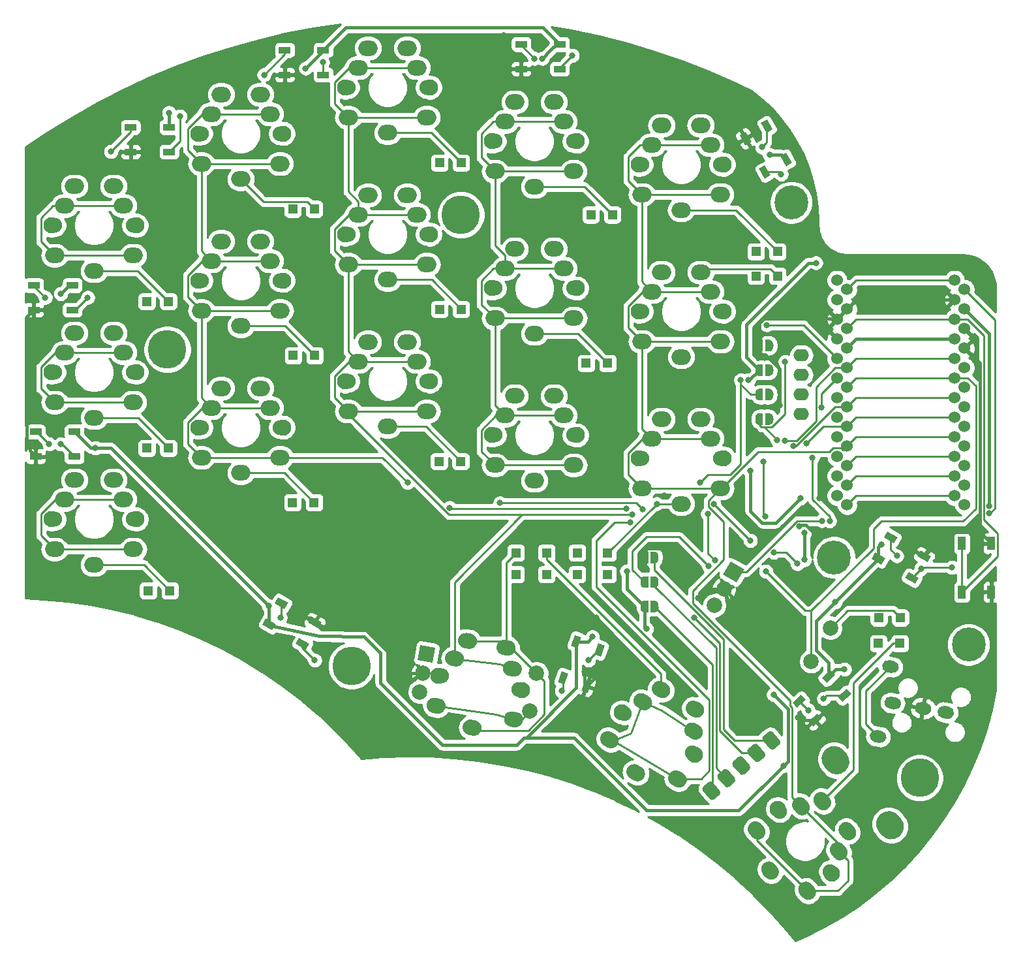
<source format=gbr>
%TF.GenerationSoftware,KiCad,Pcbnew,5.1.8*%
%TF.CreationDate,2021-01-06T22:11:09+01:00*%
%TF.ProjectId,split_3x,73706c69-745f-4337-982e-6b696361645f,rev?*%
%TF.SameCoordinates,Original*%
%TF.FileFunction,Copper,L2,Bot*%
%TF.FilePolarity,Positive*%
%FSLAX46Y46*%
G04 Gerber Fmt 4.6, Leading zero omitted, Abs format (unit mm)*
G04 Created by KiCad (PCBNEW 5.1.8) date 2021-01-06 22:11:09*
%MOMM*%
%LPD*%
G01*
G04 APERTURE LIST*
%TA.AperFunction,ComponentPad*%
%ADD10O,2.500000X2.000000*%
%TD*%
%TA.AperFunction,WasherPad*%
%ADD11C,2.100000*%
%TD*%
%TA.AperFunction,WasherPad*%
%ADD12C,1.900000*%
%TD*%
%TA.AperFunction,ComponentPad*%
%ADD13R,1.200000X1.200000*%
%TD*%
%TA.AperFunction,SMDPad,CuDef*%
%ADD14C,0.100000*%
%TD*%
%TA.AperFunction,ComponentPad*%
%ADD15O,2.000000X1.600000*%
%TD*%
%TA.AperFunction,ComponentPad*%
%ADD16C,1.524000*%
%TD*%
%TA.AperFunction,ComponentPad*%
%ADD17C,0.700000*%
%TD*%
%TA.AperFunction,ComponentPad*%
%ADD18C,4.400000*%
%TD*%
%TA.AperFunction,ComponentPad*%
%ADD19C,5.000000*%
%TD*%
%TA.AperFunction,SMDPad,CuDef*%
%ADD20R,1.501140X0.899160*%
%TD*%
%TA.AperFunction,ComponentPad*%
%ADD21C,0.100000*%
%TD*%
%TA.AperFunction,ComponentPad*%
%ADD22C,2.000000*%
%TD*%
%TA.AperFunction,SMDPad,CuDef*%
%ADD23R,1.000000X1.700000*%
%TD*%
%TA.AperFunction,ViaPad*%
%ADD24C,0.800000*%
%TD*%
%TA.AperFunction,Conductor*%
%ADD25C,0.250000*%
%TD*%
%TA.AperFunction,Conductor*%
%ADD26C,0.381000*%
%TD*%
%TA.AperFunction,Conductor*%
%ADD27C,0.254000*%
%TD*%
%TA.AperFunction,Conductor*%
%ADD28C,0.100000*%
%TD*%
G04 APERTURE END LIST*
D10*
%TO.P,MX17,1*%
%TO.N,col4*%
X168612500Y-103737500D03*
%TO.P,MX17,2*%
%TO.N,Net-(D18-Pad2)*%
X163512500Y-105737500D03*
%TO.P,MX17,1*%
%TO.N,col4*%
X167322500Y-97297500D03*
%TO.P,MX17,2*%
%TO.N,Net-(D18-Pad2)*%
X160972500Y-94757500D03*
%TO.P,MX17,1*%
%TO.N,col4*%
X158412500Y-103737500D03*
D11*
%TO.P,MX17,*%
%TO.N,*%
X158012500Y-99837500D03*
X169012500Y-99837500D03*
D10*
%TO.P,MX17,2*%
%TO.N,Net-(D18-Pad2)*%
X166052500Y-94757500D03*
%TO.P,MX17,1*%
%TO.N,col4*%
X159702500Y-97297500D03*
D12*
%TO.P,MX17,*%
%TO.N,*%
X168592500Y-99837500D03*
X158432500Y-99837500D03*
%TD*%
%TO.P,spi1,9*%
%TO.N,N/C*%
%TA.AperFunction,ComponentPad*%
G36*
G01*
X184761951Y-140455421D02*
X184761951Y-140455421D01*
G75*
G02*
X182437378Y-140252048I-1060600J1263973D01*
G01*
X182115984Y-139869026D01*
G75*
G02*
X182319357Y-137544453I1263973J1060600D01*
G01*
X182319357Y-137544453D01*
G75*
G02*
X184643930Y-137747826I1060600J-1263973D01*
G01*
X184965324Y-138130848D01*
G75*
G02*
X184761951Y-140455421I-1263973J-1060600D01*
G01*
G37*
%TD.AperFunction*%
%TO.P,spi1,8*%
%TA.AperFunction,ComponentPad*%
G36*
G01*
X191832614Y-148881910D02*
X191832614Y-148881910D01*
G75*
G02*
X189508041Y-148678537I-1060600J1263973D01*
G01*
X189186647Y-148295515D01*
G75*
G02*
X189390020Y-145970942I1263973J1060600D01*
G01*
X189390020Y-145970942D01*
G75*
G02*
X191714593Y-146174315I1060600J-1263973D01*
G01*
X192035987Y-146557337D01*
G75*
G02*
X191832614Y-148881910I-1263973J-1060600D01*
G01*
G37*
%TD.AperFunction*%
%TO.P,spi1,1*%
%TO.N,Net-(JP18-Pad2)*%
%TA.AperFunction,ComponentPad*%
G36*
G01*
X176249783Y-136992849D02*
X175598645Y-137539219D01*
G75*
G02*
X174999891Y-137486835I-273185J325569D01*
G01*
X174132127Y-136452675D01*
G75*
G02*
X174184511Y-135853921I325569J273185D01*
G01*
X174835649Y-135307551D01*
G75*
G02*
X175434403Y-135359935I273185J-325569D01*
G01*
X176302167Y-136394095D01*
G75*
G02*
X176249783Y-136992849I-325569J-273185D01*
G01*
G37*
%TD.AperFunction*%
%TO.P,spi1,2*%
%TO.N,Net-(JP10-Pad2)*%
%TA.AperFunction,ComponentPad*%
G36*
G01*
X173054139Y-139119516D02*
X172186375Y-138085356D01*
G75*
G02*
X172238759Y-137486602I325569J273185D01*
G01*
X172889897Y-136940232D01*
G75*
G02*
X173488651Y-136992616I273185J-325569D01*
G01*
X174356415Y-138026776D01*
G75*
G02*
X174304031Y-138625530I-325569J-273185D01*
G01*
X173652893Y-139171900D01*
G75*
G02*
X173054139Y-139119516I-273185J325569D01*
G01*
G37*
%TD.AperFunction*%
%TO.P,spi1,3*%
%TO.N,scl*%
%TA.AperFunction,ComponentPad*%
G36*
G01*
X171108386Y-140752196D02*
X170240622Y-139718036D01*
G75*
G02*
X170293006Y-139119282I325569J273185D01*
G01*
X170944144Y-138572912D01*
G75*
G02*
X171542898Y-138625296I273185J-325569D01*
G01*
X172410662Y-139659456D01*
G75*
G02*
X172358278Y-140258210I-325569J-273185D01*
G01*
X171707140Y-140804580D01*
G75*
G02*
X171108386Y-140752196I-273185J325569D01*
G01*
G37*
%TD.AperFunction*%
%TO.P,spi1,4*%
%TO.N,Net-(JP15-Pad2)*%
%TA.AperFunction,ComponentPad*%
G36*
G01*
X169162633Y-142384877D02*
X168294869Y-141350717D01*
G75*
G02*
X168347253Y-140751963I325569J273185D01*
G01*
X168998391Y-140205593D01*
G75*
G02*
X169597145Y-140257977I273185J-325569D01*
G01*
X170464909Y-141292137D01*
G75*
G02*
X170412525Y-141890891I-325569J-273185D01*
G01*
X169761387Y-142437261D01*
G75*
G02*
X169162633Y-142384877I-273185J325569D01*
G01*
G37*
%TD.AperFunction*%
%TO.P,spi1,5*%
%TO.N,Net-(JP13-Pad2)*%
%TA.AperFunction,ComponentPad*%
G36*
G01*
X167216880Y-144017557D02*
X166349116Y-142983397D01*
G75*
G02*
X166401500Y-142384643I325569J273185D01*
G01*
X167052638Y-141838273D01*
G75*
G02*
X167651392Y-141890657I273185J-325569D01*
G01*
X168519156Y-142924817D01*
G75*
G02*
X168466772Y-143523571I-325569J-273185D01*
G01*
X167815634Y-144069941D01*
G75*
G02*
X167216880Y-144017557I-273185J325569D01*
G01*
G37*
%TD.AperFunction*%
%TD*%
D13*
%TO.P,D17,1*%
%TO.N,row1*%
X173225000Y-76200000D03*
%TO.P,D17,2*%
%TO.N,Net-(D17-Pad2)*%
X176025000Y-76200000D03*
%TD*%
%TO.P,D19,1*%
%TO.N,row3*%
X189100000Y-123825000D03*
%TO.P,D19,2*%
%TO.N,Net-(D19-Pad2)*%
X191900000Y-123825000D03*
%TD*%
%TO.P,D18,1*%
%TO.N,row2*%
X153987500Y-114906250D03*
%TO.P,D18,2*%
%TO.N,Net-(D18-Pad2)*%
X153987500Y-112106250D03*
%TD*%
%TO.P,D16,1*%
%TO.N,row0*%
X173225000Y-73025000D03*
%TO.P,D16,2*%
%TO.N,Net-(D16-Pad2)*%
X176025000Y-73025000D03*
%TD*%
%TO.P,D15,1*%
%TO.N,row3*%
X146050000Y-114906250D03*
%TO.P,D15,2*%
%TO.N,Net-(D15-Pad2)*%
X146050000Y-112106250D03*
%TD*%
%TO.P,D14,1*%
%TO.N,row2*%
X150018750Y-114906250D03*
%TO.P,D14,2*%
%TO.N,Net-(D14-Pad2)*%
X150018750Y-112106250D03*
%TD*%
%TO.P,D13,1*%
%TO.N,row1*%
X151168750Y-87512500D03*
%TO.P,D13,2*%
%TO.N,Net-(D13-Pad2)*%
X153968750Y-87512500D03*
%TD*%
%TO.P,D12,1*%
%TO.N,row0*%
X151793750Y-68262500D03*
%TO.P,D12,2*%
%TO.N,Net-(D12-Pad2)*%
X154593750Y-68262500D03*
%TD*%
%TO.P,D11,1*%
%TO.N,row3*%
X142081250Y-114906250D03*
%TO.P,D11,2*%
%TO.N,enc1row*%
X142081250Y-112106250D03*
%TD*%
%TO.P,D10,1*%
%TO.N,row2*%
X132100000Y-100250000D03*
%TO.P,D10,2*%
%TO.N,Net-(D10-Pad2)*%
X134900000Y-100250000D03*
%TD*%
%TO.P,D9,1*%
%TO.N,row1*%
X132168750Y-80512500D03*
%TO.P,D9,2*%
%TO.N,Net-(D9-Pad2)*%
X134968750Y-80512500D03*
%TD*%
%TO.P,D8,1*%
%TO.N,row0*%
X132168750Y-61512500D03*
%TO.P,D8,2*%
%TO.N,Net-(D8-Pad2)*%
X134968750Y-61512500D03*
%TD*%
%TO.P,D7,1*%
%TO.N,row3*%
X189168750Y-120512500D03*
%TO.P,D7,2*%
%TO.N,enc0row*%
X191968750Y-120512500D03*
%TD*%
%TO.P,D6,1*%
%TO.N,row2*%
X113087500Y-105568750D03*
%TO.P,D6,2*%
%TO.N,Net-(D6-Pad2)*%
X115887500Y-105568750D03*
%TD*%
%TO.P,D5,1*%
%TO.N,row1*%
X113168750Y-86512500D03*
%TO.P,D5,2*%
%TO.N,Net-(D5-Pad2)*%
X115968750Y-86512500D03*
%TD*%
%TO.P,D4,1*%
%TO.N,row0*%
X113118750Y-67512500D03*
%TO.P,D4,2*%
%TO.N,Net-(D4-Pad2)*%
X115918750Y-67512500D03*
%TD*%
%TO.P,D3,1*%
%TO.N,row2*%
X94350000Y-117000000D03*
%TO.P,D3,2*%
%TO.N,Net-(D3-Pad2)*%
X97150000Y-117000000D03*
%TD*%
%TO.P,D2,1*%
%TO.N,row1*%
X94168750Y-98512500D03*
%TO.P,D2,2*%
%TO.N,Net-(D2-Pad2)*%
X96968750Y-98512500D03*
%TD*%
%TO.P,D1,1*%
%TO.N,row0*%
X94168750Y-79512500D03*
%TO.P,D1,2*%
%TO.N,Net-(D1-Pad2)*%
X96968750Y-79512500D03*
%TD*%
%TA.AperFunction,SMDPad,CuDef*%
D14*
%TO.P,JP18,2*%
%TO.N,Net-(JP18-Pad2)*%
G36*
X160050000Y-111963102D02*
G01*
X160074534Y-111963102D01*
X160123365Y-111967912D01*
X160171490Y-111977484D01*
X160218445Y-111991728D01*
X160263778Y-112010505D01*
X160307051Y-112033636D01*
X160347850Y-112060896D01*
X160385779Y-112092024D01*
X160420476Y-112126721D01*
X160451604Y-112164650D01*
X160478864Y-112205449D01*
X160501995Y-112248722D01*
X160520772Y-112294055D01*
X160535016Y-112341010D01*
X160544588Y-112389135D01*
X160549398Y-112437966D01*
X160549398Y-112462500D01*
X160550000Y-112462500D01*
X160550000Y-112962500D01*
X160549398Y-112962500D01*
X160549398Y-112987034D01*
X160544588Y-113035865D01*
X160535016Y-113083990D01*
X160520772Y-113130945D01*
X160501995Y-113176278D01*
X160478864Y-113219551D01*
X160451604Y-113260350D01*
X160420476Y-113298279D01*
X160385779Y-113332976D01*
X160347850Y-113364104D01*
X160307051Y-113391364D01*
X160263778Y-113414495D01*
X160218445Y-113433272D01*
X160171490Y-113447516D01*
X160123365Y-113457088D01*
X160074534Y-113461898D01*
X160050000Y-113461898D01*
X160050000Y-113462500D01*
X159550000Y-113462500D01*
X159550000Y-111962500D01*
X160050000Y-111962500D01*
X160050000Y-111963102D01*
G37*
%TD.AperFunction*%
%TA.AperFunction,SMDPad,CuDef*%
%TO.P,JP18,1*%
%TO.N,ground*%
G36*
X159250000Y-113462500D02*
G01*
X158750000Y-113462500D01*
X158750000Y-113461898D01*
X158725466Y-113461898D01*
X158676635Y-113457088D01*
X158628510Y-113447516D01*
X158581555Y-113433272D01*
X158536222Y-113414495D01*
X158492949Y-113391364D01*
X158452150Y-113364104D01*
X158414221Y-113332976D01*
X158379524Y-113298279D01*
X158348396Y-113260350D01*
X158321136Y-113219551D01*
X158298005Y-113176278D01*
X158279228Y-113130945D01*
X158264984Y-113083990D01*
X158255412Y-113035865D01*
X158250602Y-112987034D01*
X158250602Y-112962500D01*
X158250000Y-112962500D01*
X158250000Y-112462500D01*
X158250602Y-112462500D01*
X158250602Y-112437966D01*
X158255412Y-112389135D01*
X158264984Y-112341010D01*
X158279228Y-112294055D01*
X158298005Y-112248722D01*
X158321136Y-112205449D01*
X158348396Y-112164650D01*
X158379524Y-112126721D01*
X158414221Y-112092024D01*
X158452150Y-112060896D01*
X158492949Y-112033636D01*
X158536222Y-112010505D01*
X158581555Y-111991728D01*
X158628510Y-111977484D01*
X158676635Y-111967912D01*
X158725466Y-111963102D01*
X158750000Y-111963102D01*
X158750000Y-111962500D01*
X159250000Y-111962500D01*
X159250000Y-113462500D01*
G37*
%TD.AperFunction*%
%TD*%
%TA.AperFunction,SMDPad,CuDef*%
%TO.P,JP15,2*%
%TO.N,Net-(JP15-Pad2)*%
G36*
X160050000Y-115138102D02*
G01*
X160074534Y-115138102D01*
X160123365Y-115142912D01*
X160171490Y-115152484D01*
X160218445Y-115166728D01*
X160263778Y-115185505D01*
X160307051Y-115208636D01*
X160347850Y-115235896D01*
X160385779Y-115267024D01*
X160420476Y-115301721D01*
X160451604Y-115339650D01*
X160478864Y-115380449D01*
X160501995Y-115423722D01*
X160520772Y-115469055D01*
X160535016Y-115516010D01*
X160544588Y-115564135D01*
X160549398Y-115612966D01*
X160549398Y-115637500D01*
X160550000Y-115637500D01*
X160550000Y-116137500D01*
X160549398Y-116137500D01*
X160549398Y-116162034D01*
X160544588Y-116210865D01*
X160535016Y-116258990D01*
X160520772Y-116305945D01*
X160501995Y-116351278D01*
X160478864Y-116394551D01*
X160451604Y-116435350D01*
X160420476Y-116473279D01*
X160385779Y-116507976D01*
X160347850Y-116539104D01*
X160307051Y-116566364D01*
X160263778Y-116589495D01*
X160218445Y-116608272D01*
X160171490Y-116622516D01*
X160123365Y-116632088D01*
X160074534Y-116636898D01*
X160050000Y-116636898D01*
X160050000Y-116637500D01*
X159550000Y-116637500D01*
X159550000Y-115137500D01*
X160050000Y-115137500D01*
X160050000Y-115138102D01*
G37*
%TD.AperFunction*%
%TA.AperFunction,SMDPad,CuDef*%
%TO.P,JP15,1*%
%TO.N,sda*%
G36*
X159250000Y-116637500D02*
G01*
X158750000Y-116637500D01*
X158750000Y-116636898D01*
X158725466Y-116636898D01*
X158676635Y-116632088D01*
X158628510Y-116622516D01*
X158581555Y-116608272D01*
X158536222Y-116589495D01*
X158492949Y-116566364D01*
X158452150Y-116539104D01*
X158414221Y-116507976D01*
X158379524Y-116473279D01*
X158348396Y-116435350D01*
X158321136Y-116394551D01*
X158298005Y-116351278D01*
X158279228Y-116305945D01*
X158264984Y-116258990D01*
X158255412Y-116210865D01*
X158250602Y-116162034D01*
X158250602Y-116137500D01*
X158250000Y-116137500D01*
X158250000Y-115637500D01*
X158250602Y-115637500D01*
X158250602Y-115612966D01*
X158255412Y-115564135D01*
X158264984Y-115516010D01*
X158279228Y-115469055D01*
X158298005Y-115423722D01*
X158321136Y-115380449D01*
X158348396Y-115339650D01*
X158379524Y-115301721D01*
X158414221Y-115267024D01*
X158452150Y-115235896D01*
X158492949Y-115208636D01*
X158536222Y-115185505D01*
X158581555Y-115166728D01*
X158628510Y-115152484D01*
X158676635Y-115142912D01*
X158725466Y-115138102D01*
X158750000Y-115138102D01*
X158750000Y-115137500D01*
X159250000Y-115137500D01*
X159250000Y-116637500D01*
G37*
%TD.AperFunction*%
%TD*%
%TA.AperFunction,SMDPad,CuDef*%
%TO.P,JP14,2*%
%TO.N,Net-(JP13-Pad2)*%
G36*
X160050000Y-118313102D02*
G01*
X160074534Y-118313102D01*
X160123365Y-118317912D01*
X160171490Y-118327484D01*
X160218445Y-118341728D01*
X160263778Y-118360505D01*
X160307051Y-118383636D01*
X160347850Y-118410896D01*
X160385779Y-118442024D01*
X160420476Y-118476721D01*
X160451604Y-118514650D01*
X160478864Y-118555449D01*
X160501995Y-118598722D01*
X160520772Y-118644055D01*
X160535016Y-118691010D01*
X160544588Y-118739135D01*
X160549398Y-118787966D01*
X160549398Y-118812500D01*
X160550000Y-118812500D01*
X160550000Y-119312500D01*
X160549398Y-119312500D01*
X160549398Y-119337034D01*
X160544588Y-119385865D01*
X160535016Y-119433990D01*
X160520772Y-119480945D01*
X160501995Y-119526278D01*
X160478864Y-119569551D01*
X160451604Y-119610350D01*
X160420476Y-119648279D01*
X160385779Y-119682976D01*
X160347850Y-119714104D01*
X160307051Y-119741364D01*
X160263778Y-119764495D01*
X160218445Y-119783272D01*
X160171490Y-119797516D01*
X160123365Y-119807088D01*
X160074534Y-119811898D01*
X160050000Y-119811898D01*
X160050000Y-119812500D01*
X159550000Y-119812500D01*
X159550000Y-118312500D01*
X160050000Y-118312500D01*
X160050000Y-118313102D01*
G37*
%TD.AperFunction*%
%TA.AperFunction,SMDPad,CuDef*%
%TO.P,JP14,1*%
%TO.N,power*%
G36*
X159250000Y-119812500D02*
G01*
X158750000Y-119812500D01*
X158750000Y-119811898D01*
X158725466Y-119811898D01*
X158676635Y-119807088D01*
X158628510Y-119797516D01*
X158581555Y-119783272D01*
X158536222Y-119764495D01*
X158492949Y-119741364D01*
X158452150Y-119714104D01*
X158414221Y-119682976D01*
X158379524Y-119648279D01*
X158348396Y-119610350D01*
X158321136Y-119569551D01*
X158298005Y-119526278D01*
X158279228Y-119480945D01*
X158264984Y-119433990D01*
X158255412Y-119385865D01*
X158250602Y-119337034D01*
X158250602Y-119312500D01*
X158250000Y-119312500D01*
X158250000Y-118812500D01*
X158250602Y-118812500D01*
X158250602Y-118787966D01*
X158255412Y-118739135D01*
X158264984Y-118691010D01*
X158279228Y-118644055D01*
X158298005Y-118598722D01*
X158321136Y-118555449D01*
X158348396Y-118514650D01*
X158379524Y-118476721D01*
X158414221Y-118442024D01*
X158452150Y-118410896D01*
X158492949Y-118383636D01*
X158536222Y-118360505D01*
X158581555Y-118341728D01*
X158628510Y-118327484D01*
X158676635Y-118317912D01*
X158725466Y-118313102D01*
X158750000Y-118313102D01*
X158750000Y-118312500D01*
X159250000Y-118312500D01*
X159250000Y-119812500D01*
G37*
%TD.AperFunction*%
%TD*%
D15*
%TO.P,Brd1,2*%
%TO.N,Net-(Brd1-Pad2)*%
X179106250Y-91567500D03*
%TO.P,Brd1,1*%
%TO.N,Net-(Brd1-Pad1)*%
X179106250Y-94107500D03*
%TO.P,Brd1,3*%
%TO.N,Net-(Brd1-Pad3)*%
X179106250Y-89027500D03*
%TO.P,Brd1,4*%
%TO.N,Net-(Brd1-Pad4)*%
X179106250Y-86487500D03*
%TD*%
D10*
%TO.P,MX15,1*%
%TO.N,col4*%
X168600850Y-65636100D03*
%TO.P,MX15,2*%
%TO.N,Net-(D16-Pad2)*%
X163500850Y-67636100D03*
%TO.P,MX15,1*%
%TO.N,col4*%
X167310850Y-59196100D03*
%TO.P,MX15,2*%
%TO.N,Net-(D16-Pad2)*%
X160960850Y-56656100D03*
%TO.P,MX15,1*%
%TO.N,col4*%
X158400850Y-65636100D03*
D11*
%TO.P,MX15,*%
%TO.N,*%
X158000850Y-61736100D03*
X169000850Y-61736100D03*
D10*
%TO.P,MX15,2*%
%TO.N,Net-(D16-Pad2)*%
X166040850Y-56656100D03*
%TO.P,MX15,1*%
%TO.N,col4*%
X159690850Y-59196100D03*
D12*
%TO.P,MX15,*%
%TO.N,*%
X168580850Y-61736100D03*
X158420850Y-61736100D03*
%TD*%
D16*
%TO.P,U1,22*%
%TO.N,reset*%
X185047565Y-83018245D03*
%TO.P,U1,10*%
%TO.N,row3*%
X200287565Y-100798245D03*
%TO.P,U1,18*%
%TO.N,col2*%
X185047565Y-93178245D03*
%TO.P,U1,6*%
%TO.N,scl*%
X200287565Y-90638245D03*
%TO.P,U1,4*%
%TO.N,ground*%
X200287565Y-85558245D03*
%TO.P,U1,14*%
%TO.N,enc0da*%
X185047565Y-103338245D03*
%TO.P,U1,3*%
%TO.N,ground*%
X200287565Y-83018245D03*
%TO.P,U1,1*%
%TO.N,leds*%
X200287565Y-77938245D03*
%TO.P,U1,16*%
%TO.N,col4*%
X185047565Y-98258245D03*
%TO.P,U1,12*%
%TO.N,enc1db*%
X200287565Y-105878245D03*
%TO.P,U1,19*%
%TO.N,col1*%
X185047565Y-90638245D03*
%TO.P,U1,23*%
%TO.N,ground*%
X185047565Y-80478245D03*
%TO.P,U1,21*%
%TO.N,power*%
X185047565Y-85558245D03*
%TO.P,U1,20*%
%TO.N,col0*%
X185047565Y-88098245D03*
%TO.P,U1,15*%
%TO.N,Net-(U1-Pad15)*%
X185047565Y-100798245D03*
%TO.P,U1,17*%
%TO.N,col3*%
X185047565Y-95718245D03*
%TO.P,U1,9*%
%TO.N,row2*%
X200287565Y-98258245D03*
%TO.P,U1,8*%
%TO.N,row1*%
X200287565Y-95718245D03*
%TO.P,U1,13*%
%TO.N,enc0db*%
X185047565Y-105878245D03*
%TO.P,U1,11*%
%TO.N,enc1da*%
X200287565Y-103338245D03*
%TO.P,U1,2*%
%TO.N,connection*%
X200287565Y-80478245D03*
%TO.P,U1,24*%
%TO.N,Net-(U1-Pad24)*%
X185047565Y-77938245D03*
%TO.P,U1,7*%
%TO.N,row0*%
X200287565Y-93178245D03*
%TO.P,U1,5*%
%TO.N,sda*%
X200287565Y-88098245D03*
%TO.P,U1,1*%
%TO.N,leds*%
X183748750Y-76742500D03*
%TO.P,U1,2*%
%TO.N,connection*%
X183748750Y-79282500D03*
%TO.P,U1,3*%
%TO.N,ground*%
X183748750Y-81822500D03*
%TO.P,U1,4*%
X183748750Y-84362500D03*
%TO.P,U1,5*%
%TO.N,sda*%
X183748750Y-86902500D03*
%TO.P,U1,6*%
%TO.N,scl*%
X183748750Y-89442500D03*
%TO.P,U1,7*%
%TO.N,row0*%
X183748750Y-91982500D03*
%TO.P,U1,8*%
%TO.N,row1*%
X183748750Y-94522500D03*
%TO.P,U1,9*%
%TO.N,row2*%
X183748750Y-97062500D03*
%TO.P,U1,10*%
%TO.N,row3*%
X183748750Y-99602500D03*
%TO.P,U1,11*%
%TO.N,enc1da*%
X183748750Y-102142500D03*
%TO.P,U1,12*%
%TO.N,enc1db*%
X183748750Y-104682500D03*
%TO.P,U1,13*%
%TO.N,enc0db*%
X198988750Y-104682500D03*
%TO.P,U1,14*%
%TO.N,enc0da*%
X198988750Y-102142500D03*
%TO.P,U1,15*%
%TO.N,Net-(U1-Pad15)*%
X198988750Y-99602500D03*
%TO.P,U1,16*%
%TO.N,col4*%
X198988750Y-97062500D03*
%TO.P,U1,17*%
%TO.N,col3*%
X198988750Y-94522500D03*
%TO.P,U1,18*%
%TO.N,col2*%
X198988750Y-91982500D03*
%TO.P,U1,19*%
%TO.N,col1*%
X198988750Y-89442500D03*
%TO.P,U1,20*%
%TO.N,col0*%
X198988750Y-86902500D03*
%TO.P,U1,21*%
%TO.N,power*%
X198988750Y-84362500D03*
%TO.P,U1,22*%
%TO.N,reset*%
X198988750Y-81822500D03*
%TO.P,U1,23*%
%TO.N,ground*%
X198988750Y-79282500D03*
%TO.P,U1,24*%
%TO.N,Net-(U1-Pad24)*%
X198988750Y-76742500D03*
%TD*%
%TO.P,U2,3*%
%TO.N,ground*%
%TA.AperFunction,ComponentPad*%
G36*
G01*
X194737669Y-131433441D02*
X195328553Y-131537629D01*
G75*
G02*
X195977480Y-132464394I-138919J-787846D01*
G01*
X195977480Y-132464394D01*
G75*
G02*
X195050715Y-133113321I-787846J138919D01*
G01*
X194459831Y-133009133D01*
G75*
G02*
X193810904Y-132082368I138919J787846D01*
G01*
X193810904Y-132082368D01*
G75*
G02*
X194737669Y-131433441I787846J-138919D01*
G01*
G37*
%TD.AperFunction*%
%TO.P,U2,4*%
%TO.N,connection*%
%TA.AperFunction,ComponentPad*%
G36*
G01*
X197692092Y-131954386D02*
X198282976Y-132058574D01*
G75*
G02*
X198931903Y-132985339I-138919J-787846D01*
G01*
X198931903Y-132985339D01*
G75*
G02*
X198005138Y-133634266I-787846J138919D01*
G01*
X197414254Y-133530078D01*
G75*
G02*
X196765327Y-132603313I138919J787846D01*
G01*
X196765327Y-132603313D01*
G75*
G02*
X197692092Y-131954386I787846J-138919D01*
G01*
G37*
%TD.AperFunction*%
%TO.P,U2,2*%
%TO.N,power*%
%TA.AperFunction,ComponentPad*%
G36*
G01*
X190798438Y-130738849D02*
X191389322Y-130843037D01*
G75*
G02*
X192038249Y-131769802I-138919J-787846D01*
G01*
X192038249Y-131769802D01*
G75*
G02*
X191111484Y-132418729I-787846J138919D01*
G01*
X190520600Y-132314541D01*
G75*
G02*
X189871673Y-131387776I138919J787846D01*
G01*
X189871673Y-131387776D01*
G75*
G02*
X190798438Y-130738849I787846J-138919D01*
G01*
G37*
%TD.AperFunction*%
%TO.P,U2,1*%
%TO.N,Net-(U2-Pad1)*%
%TA.AperFunction,ComponentPad*%
G36*
G01*
X190513931Y-126017720D02*
X191104815Y-126121908D01*
G75*
G02*
X191753742Y-127048673I-138919J-787846D01*
G01*
X191753742Y-127048673D01*
G75*
G02*
X190826977Y-127697600I-787846J138919D01*
G01*
X190236093Y-127593412D01*
G75*
G02*
X189587166Y-126666647I138919J787846D01*
G01*
X189587166Y-126666647D01*
G75*
G02*
X190513931Y-126017720I787846J-138919D01*
G01*
G37*
%TD.AperFunction*%
%TA.AperFunction,ComponentPad*%
G36*
G01*
X188916368Y-135077951D02*
X189507252Y-135182139D01*
G75*
G02*
X190156179Y-136108904I-138919J-787846D01*
G01*
X190156179Y-136108904D01*
G75*
G02*
X189229414Y-136757831I-787846J138919D01*
G01*
X188638530Y-136653643D01*
G75*
G02*
X187989603Y-135726878I138919J787846D01*
G01*
X187989603Y-135726878D01*
G75*
G02*
X188916368Y-135077951I787846J-138919D01*
G01*
G37*
%TD.AperFunction*%
%TD*%
D17*
%TO.P, ,1*%
%TO.N,N/C*%
X178966726Y-65508274D03*
X177800000Y-65025000D03*
X176633274Y-65508274D03*
X176150000Y-66675000D03*
X176633274Y-67841726D03*
X177800000Y-68325000D03*
X178966726Y-67841726D03*
X179450000Y-66675000D03*
D18*
X177800000Y-66675000D03*
%TD*%
D19*
%TO.P,REF\u002A\u002A,*%
%TO.N,*%
X194468750Y-141287500D03*
%TD*%
%TO.P,REF\u002A\u002A,*%
%TO.N,*%
X120750000Y-126750000D03*
%TD*%
%TO.P,REF\u002A\u002A,*%
%TO.N,*%
X134937500Y-68262500D03*
%TD*%
%TO.P,REF\u002A\u002A,*%
%TO.N,*%
X96837500Y-85725000D03*
%TD*%
D17*
%TO.P, ,1*%
%TO.N,N/C*%
X201985476Y-122833274D03*
X200818750Y-122350000D03*
X199652024Y-122833274D03*
X199168750Y-124000000D03*
X199652024Y-125166726D03*
X200818750Y-125650000D03*
X201985476Y-125166726D03*
X202468750Y-124000000D03*
D18*
X200818750Y-124000000D03*
%TD*%
D17*
%TO.P, ,1*%
%TO.N,N/C*%
X184522976Y-111545774D03*
X183356250Y-111062500D03*
X182189524Y-111545774D03*
X181706250Y-112712500D03*
X182189524Y-113879226D03*
X183356250Y-114362500D03*
X184522976Y-113879226D03*
X185006250Y-112712500D03*
D18*
X183356250Y-112712500D03*
%TD*%
%TA.AperFunction,SMDPad,CuDef*%
D14*
%TO.P,D29,4*%
%TO.N,leds*%
G36*
X193026686Y-114583361D02*
G01*
X194326712Y-115333931D01*
X193877132Y-116112627D01*
X192577106Y-115362057D01*
X193026686Y-114583361D01*
G37*
%TD.AperFunction*%
%TA.AperFunction,SMDPad,CuDef*%
%TO.P,D29,2*%
%TO.N,Net-(D20-Pad4)*%
G36*
X190297868Y-109312373D02*
G01*
X191597894Y-110062943D01*
X191148314Y-110841639D01*
X189848288Y-110091069D01*
X190297868Y-109312373D01*
G37*
%TD.AperFunction*%
%TA.AperFunction,SMDPad,CuDef*%
%TO.P,D29,3*%
%TO.N,ground*%
G36*
X194626886Y-111811733D02*
G01*
X195926912Y-112562303D01*
X195477332Y-113340999D01*
X194177306Y-112590429D01*
X194626886Y-111811733D01*
G37*
%TD.AperFunction*%
%TA.AperFunction,SMDPad,CuDef*%
%TO.P,D29,1*%
%TO.N,power*%
G36*
X188697668Y-112084001D02*
G01*
X189997694Y-112834571D01*
X189548114Y-113613267D01*
X188248088Y-112862697D01*
X188697668Y-112084001D01*
G37*
%TD.AperFunction*%
%TD*%
%TA.AperFunction,SMDPad,CuDef*%
%TO.P,D28,4*%
%TO.N,Net-(D27-Pad2)*%
G36*
X174622071Y-57660194D02*
G01*
X173871501Y-56360168D01*
X174650197Y-55910588D01*
X175400767Y-57210614D01*
X174622071Y-57660194D01*
G37*
%TD.AperFunction*%
%TA.AperFunction,SMDPad,CuDef*%
%TO.P,D28,2*%
%TO.N,Net-(D28-Pad2)*%
G36*
X174349803Y-63589412D02*
G01*
X173599233Y-62289386D01*
X174377929Y-61839806D01*
X175128499Y-63139832D01*
X174349803Y-63589412D01*
G37*
%TD.AperFunction*%
%TA.AperFunction,SMDPad,CuDef*%
%TO.P,D28,3*%
%TO.N,ground*%
G36*
X171850443Y-59260394D02*
G01*
X171099873Y-57960368D01*
X171878569Y-57510788D01*
X172629139Y-58810814D01*
X171850443Y-59260394D01*
G37*
%TD.AperFunction*%
%TA.AperFunction,SMDPad,CuDef*%
%TO.P,D28,1*%
%TO.N,power*%
G36*
X177121431Y-61989212D02*
G01*
X176370861Y-60689186D01*
X177149557Y-60239606D01*
X177900127Y-61539632D01*
X177121431Y-61989212D01*
G37*
%TD.AperFunction*%
%TD*%
D20*
%TO.P,D27,4*%
%TO.N,Net-(D26-Pad2)*%
X142750640Y-46149800D03*
%TO.P,D27,2*%
%TO.N,Net-(D27-Pad2)*%
X147749360Y-49350200D03*
%TO.P,D27,3*%
%TO.N,ground*%
X142750640Y-49350200D03*
%TO.P,D27,1*%
%TO.N,power*%
X147749360Y-46149800D03*
%TD*%
%TO.P,D26,4*%
%TO.N,Net-(D25-Pad2)*%
X112069390Y-46912300D03*
%TO.P,D26,2*%
%TO.N,Net-(D26-Pad2)*%
X117068110Y-50112700D03*
%TO.P,D26,3*%
%TO.N,ground*%
X112069390Y-50112700D03*
%TO.P,D26,1*%
%TO.N,power*%
X117068110Y-46912300D03*
%TD*%
%TO.P,D25,4*%
%TO.N,Net-(D24-Pad2)*%
X92069390Y-56912300D03*
%TO.P,D25,2*%
%TO.N,Net-(D25-Pad2)*%
X97068110Y-60112700D03*
%TO.P,D25,3*%
%TO.N,ground*%
X92069390Y-60112700D03*
%TO.P,D25,1*%
%TO.N,power*%
X97068110Y-56912300D03*
%TD*%
%TO.P,D24,4*%
%TO.N,Net-(D23-Pad2)*%
X79500640Y-77399800D03*
%TO.P,D24,2*%
%TO.N,Net-(D24-Pad2)*%
X84499360Y-80600200D03*
%TO.P,D24,3*%
%TO.N,ground*%
X79500640Y-80600200D03*
%TO.P,D24,1*%
%TO.N,power*%
X84499360Y-77399800D03*
%TD*%
%TO.P,D23,4*%
%TO.N,Net-(D22-Pad2)*%
X79750640Y-96399800D03*
%TO.P,D23,2*%
%TO.N,Net-(D23-Pad2)*%
X84749360Y-99600200D03*
%TO.P,D23,3*%
%TO.N,ground*%
X79750640Y-99600200D03*
%TO.P,D23,1*%
%TO.N,power*%
X84749360Y-96399800D03*
%TD*%
%TA.AperFunction,SMDPad,CuDef*%
D14*
%TO.P,D22,4*%
%TO.N,Net-(D21-Pad2)*%
G36*
X113939186Y-123120861D02*
G01*
X115239212Y-123871431D01*
X114789632Y-124650127D01*
X113489606Y-123899557D01*
X113939186Y-123120861D01*
G37*
%TD.AperFunction*%
%TA.AperFunction,SMDPad,CuDef*%
%TO.P,D22,2*%
%TO.N,Net-(D22-Pad2)*%
G36*
X111210368Y-117849873D02*
G01*
X112510394Y-118600443D01*
X112060814Y-119379139D01*
X110760788Y-118628569D01*
X111210368Y-117849873D01*
G37*
%TD.AperFunction*%
%TA.AperFunction,SMDPad,CuDef*%
%TO.P,D22,3*%
%TO.N,ground*%
G36*
X115539386Y-120349233D02*
G01*
X116839412Y-121099803D01*
X116389832Y-121878499D01*
X115089806Y-121127929D01*
X115539386Y-120349233D01*
G37*
%TD.AperFunction*%
%TA.AperFunction,SMDPad,CuDef*%
%TO.P,D22,1*%
%TO.N,power*%
G36*
X109610168Y-120621501D02*
G01*
X110910194Y-121372071D01*
X110460614Y-122150767D01*
X109160588Y-121400197D01*
X109610168Y-120621501D01*
G37*
%TD.AperFunction*%
%TD*%
%TA.AperFunction,SMDPad,CuDef*%
%TO.P,D21,4*%
%TO.N,Net-(D20-Pad2)*%
G36*
X148889399Y-127762290D02*
G01*
X148375979Y-129172901D01*
X147531045Y-128865370D01*
X148044465Y-127454759D01*
X148889399Y-127762290D01*
G37*
%TD.AperFunction*%
%TA.AperFunction,SMDPad,CuDef*%
%TO.P,D21,2*%
%TO.N,Net-(D21-Pad2)*%
G36*
X153606455Y-124159630D02*
G01*
X153093035Y-125570241D01*
X152248101Y-125262710D01*
X152761521Y-123852099D01*
X153606455Y-124159630D01*
G37*
%TD.AperFunction*%
%TA.AperFunction,SMDPad,CuDef*%
%TO.P,D21,3*%
%TO.N,ground*%
G36*
X151896792Y-128856891D02*
G01*
X151383372Y-130267502D01*
X150538438Y-129959971D01*
X151051858Y-128549360D01*
X151896792Y-128856891D01*
G37*
%TD.AperFunction*%
%TA.AperFunction,SMDPad,CuDef*%
%TO.P,D21,1*%
%TO.N,power*%
G36*
X150599062Y-123065029D02*
G01*
X150085642Y-124475640D01*
X149240708Y-124168109D01*
X149754128Y-122757498D01*
X150599062Y-123065029D01*
G37*
%TD.AperFunction*%
%TD*%
%TA.AperFunction,SMDPad,CuDef*%
%TO.P,D20,1*%
%TO.N,power*%
G36*
X183518736Y-127998309D02*
G01*
X182368796Y-128963223D01*
X181790828Y-128274427D01*
X182940768Y-127309513D01*
X183518736Y-127998309D01*
G37*
%TD.AperFunction*%
%TA.AperFunction,SMDPad,CuDef*%
%TO.P,D20,3*%
%TO.N,ground*%
G36*
X181746672Y-133663073D02*
G01*
X180596732Y-134627987D01*
X180018764Y-133939191D01*
X181168704Y-132974277D01*
X181746672Y-133663073D01*
G37*
%TD.AperFunction*%
%TA.AperFunction,SMDPad,CuDef*%
%TO.P,D20,2*%
%TO.N,Net-(D20-Pad2)*%
G36*
X185575914Y-130449958D02*
G01*
X184425974Y-131414872D01*
X183848006Y-130726076D01*
X184997946Y-129761162D01*
X185575914Y-130449958D01*
G37*
%TD.AperFunction*%
%TA.AperFunction,SMDPad,CuDef*%
%TO.P,D20,4*%
%TO.N,Net-(D20-Pad4)*%
G36*
X179689494Y-131211424D02*
G01*
X178539554Y-132176338D01*
X177961586Y-131487542D01*
X179111526Y-130522628D01*
X179689494Y-131211424D01*
G37*
%TD.AperFunction*%
%TD*%
%TA.AperFunction,ComponentPad*%
D21*
%TO.P,SW4,A*%
%TO.N,enc1db*%
G36*
X129302106Y-126015529D02*
G01*
X129649402Y-124045913D01*
X131619018Y-124393209D01*
X131271722Y-126362825D01*
X129302106Y-126015529D01*
G37*
%TD.AperFunction*%
D22*
%TO.P,SW4,C*%
%TO.N,ground*%
X130026442Y-127666389D03*
%TO.P,SW4,B*%
%TO.N,enc1da*%
X129592321Y-130128408D03*
%TO.P,SW4,S2*%
%TO.N,enc1row*%
X144740275Y-127722268D03*
%TO.P,SW4,S1*%
%TO.N,col2*%
X143872034Y-132646307D03*
%TD*%
%TO.P,SW3,S1*%
%TO.N,col1*%
X180380928Y-126177564D03*
%TO.P,SW3,S2*%
%TO.N,enc0row*%
X182880928Y-121847436D03*
%TO.P,SW3,B*%
%TO.N,enc0da*%
X167823559Y-118927564D03*
%TO.P,SW3,C*%
%TO.N,ground*%
X169073559Y-116762500D03*
%TA.AperFunction,ComponentPad*%
D21*
%TO.P,SW3,A*%
%TO.N,enc0db*%
G36*
X168957534Y-114963461D02*
G01*
X169957534Y-113231411D01*
X171689584Y-114231411D01*
X170689584Y-115963461D01*
X168957534Y-114963461D01*
G37*
%TD.AperFunction*%
%TD*%
D23*
%TO.P,SW2,1*%
%TO.N,reset*%
X199943750Y-110900000D03*
X199943750Y-117200000D03*
%TO.P,SW2,2*%
%TO.N,ground*%
X203743750Y-110900000D03*
X203743750Y-117200000D03*
%TD*%
%TO.P,MX18,1*%
%TO.N,col4*%
%TA.AperFunction,ComponentPad*%
G36*
G01*
X179055908Y-154968643D02*
X179055908Y-154968643D01*
G75*
G02*
X180464740Y-155091899I642788J-766044D01*
G01*
X180786134Y-155474921D01*
G75*
G02*
X180662878Y-156883753I-766044J-642788D01*
G01*
X180662878Y-156883753D01*
G75*
G02*
X179254046Y-156760497I-642788J766044D01*
G01*
X178932652Y-156377475D01*
G75*
G02*
X179055908Y-154968643I766044J642788D01*
G01*
G37*
%TD.AperFunction*%
%TO.P,MX18,2*%
%TO.N,Net-(D19-Pad2)*%
%TA.AperFunction,ComponentPad*%
G36*
G01*
X174245603Y-152347392D02*
X174245603Y-152347392D01*
G75*
G02*
X175654435Y-152470648I642788J-766044D01*
G01*
X175975829Y-152853670D01*
G75*
G02*
X175852573Y-154262502I-766044J-642788D01*
G01*
X175852573Y-154262502D01*
G75*
G02*
X174443741Y-154139246I-642788J766044D01*
G01*
X174122347Y-153756224D01*
G75*
G02*
X174245603Y-152347392I766044J642788D01*
G01*
G37*
%TD.AperFunction*%
%TO.P,MX18,1*%
%TO.N,col4*%
%TA.AperFunction,ComponentPad*%
G36*
G01*
X183160039Y-149840894D02*
X183160039Y-149840894D01*
G75*
G02*
X184568871Y-149964150I642788J-766044D01*
G01*
X184890265Y-150347172D01*
G75*
G02*
X184767009Y-151756004I-766044J-642788D01*
G01*
X184767009Y-151756004D01*
G75*
G02*
X183358177Y-151632748I-642788J766044D01*
G01*
X183036783Y-151249726D01*
G75*
G02*
X183160039Y-149840894I766044J642788D01*
G01*
G37*
%TD.AperFunction*%
%TO.P,MX18,2*%
%TO.N,Net-(D19-Pad2)*%
%TA.AperFunction,ComponentPad*%
G36*
G01*
X181024090Y-143343831D02*
X181024090Y-143343831D01*
G75*
G02*
X182432922Y-143467087I642788J-766044D01*
G01*
X182754316Y-143850109D01*
G75*
G02*
X182631060Y-145258941I-766044J-642788D01*
G01*
X182631060Y-145258941D01*
G75*
G02*
X181222228Y-145135685I-642788J766044D01*
G01*
X180900834Y-144752663D01*
G75*
G02*
X181024090Y-143343831I766044J642788D01*
G01*
G37*
%TD.AperFunction*%
%TO.P,MX18,1*%
%TO.N,col4*%
%TA.AperFunction,ComponentPad*%
G36*
G01*
X172499475Y-147154990D02*
X172499475Y-147154990D01*
G75*
G02*
X173908307Y-147278246I642788J-766044D01*
G01*
X174229701Y-147661268D01*
G75*
G02*
X174106445Y-149070100I-766044J-642788D01*
G01*
X174106445Y-149070100D01*
G75*
G02*
X172697613Y-148946844I-642788J766044D01*
G01*
X172376219Y-148563822D01*
G75*
G02*
X172499475Y-147154990I766044J642788D01*
G01*
G37*
%TD.AperFunction*%
D11*
%TO.P,MX18,*%
%TO.N,*%
X176033418Y-145299256D03*
X183104082Y-153725744D03*
%TO.P,MX18,2*%
%TO.N,Net-(D19-Pad2)*%
%TA.AperFunction,ComponentPad*%
G36*
G01*
X184289451Y-147235337D02*
X184289451Y-147235337D01*
G75*
G02*
X185698283Y-147358593I642788J-766044D01*
G01*
X186019677Y-147741615D01*
G75*
G02*
X185896421Y-149150447I-766044J-642788D01*
G01*
X185896421Y-149150447D01*
G75*
G02*
X184487589Y-149027191I-642788J766044D01*
G01*
X184166195Y-148644169D01*
G75*
G02*
X184289451Y-147235337I766044J642788D01*
G01*
G37*
%TD.AperFunction*%
%TO.P,MX18,1*%
%TO.N,col4*%
%TA.AperFunction,ComponentPad*%
G36*
G01*
X178261997Y-144003635D02*
X178261997Y-144003635D01*
G75*
G02*
X179670829Y-144126891I642788J-766044D01*
G01*
X179992223Y-144509913D01*
G75*
G02*
X179868967Y-145918745I-766044J-642788D01*
G01*
X179868967Y-145918745D01*
G75*
G02*
X178460135Y-145795489I-642788J766044D01*
G01*
X178138741Y-145412467D01*
G75*
G02*
X178261997Y-144003635I766044J642788D01*
G01*
G37*
%TD.AperFunction*%
D12*
%TO.P,MX18,*%
%TO.N,*%
X182834111Y-153404006D03*
X176303389Y-145620994D03*
%TD*%
D10*
%TO.P,MX16,1*%
%TO.N,col4*%
X168612500Y-84687500D03*
%TO.P,MX16,2*%
%TO.N,Net-(D17-Pad2)*%
X163512500Y-86687500D03*
%TO.P,MX16,1*%
%TO.N,col4*%
X167322500Y-78247500D03*
%TO.P,MX16,2*%
%TO.N,Net-(D17-Pad2)*%
X160972500Y-75707500D03*
%TO.P,MX16,1*%
%TO.N,col4*%
X158412500Y-84687500D03*
D11*
%TO.P,MX16,*%
%TO.N,*%
X158012500Y-80787500D03*
X169012500Y-80787500D03*
D10*
%TO.P,MX16,2*%
%TO.N,Net-(D17-Pad2)*%
X166052500Y-75707500D03*
%TO.P,MX16,1*%
%TO.N,col4*%
X159702500Y-78247500D03*
D12*
%TO.P,MX16,*%
%TO.N,*%
X168592500Y-80787500D03*
X158432500Y-80787500D03*
%TD*%
%TO.P,MX14,1*%
%TO.N,col3*%
%TA.AperFunction,ComponentPad*%
G36*
G01*
X161952949Y-140814999D02*
X161952949Y-140814999D01*
G75*
G02*
X163318974Y-140448974I866025J-500000D01*
G01*
X163751986Y-140698974D01*
G75*
G02*
X164118011Y-142064999I-500000J-866025D01*
G01*
X164118011Y-142064999D01*
G75*
G02*
X162751986Y-142431024I-866025J500000D01*
G01*
X162318974Y-142181024D01*
G75*
G02*
X161952949Y-140814999I500000J866025D01*
G01*
G37*
%TD.AperFunction*%
%TO.P,MX14,2*%
%TO.N,Net-(D15-Pad2)*%
%TA.AperFunction,ComponentPad*%
G36*
G01*
X156536219Y-139997050D02*
X156536219Y-139997050D01*
G75*
G02*
X157902244Y-139631025I866025J-500000D01*
G01*
X158335256Y-139881025D01*
G75*
G02*
X158701281Y-141247050I-500000J-866025D01*
G01*
X158701281Y-141247050D01*
G75*
G02*
X157335256Y-141613075I-866025J500000D01*
G01*
X156902244Y-141363075D01*
G75*
G02*
X156536219Y-139997050I500000J866025D01*
G01*
G37*
%TD.AperFunction*%
%TO.P,MX14,1*%
%TO.N,col3*%
%TA.AperFunction,ComponentPad*%
G36*
G01*
X164055776Y-134592795D02*
X164055776Y-134592795D01*
G75*
G02*
X165421801Y-134226770I866025J-500000D01*
G01*
X165854813Y-134476770D01*
G75*
G02*
X166220838Y-135842795I-500000J-866025D01*
G01*
X166220838Y-135842795D01*
G75*
G02*
X164854813Y-136208820I-866025J500000D01*
G01*
X164421801Y-135958820D01*
G75*
G02*
X164055776Y-134592795I500000J866025D01*
G01*
G37*
%TD.AperFunction*%
%TO.P,MX14,2*%
%TO.N,Net-(D15-Pad2)*%
%TA.AperFunction,ComponentPad*%
G36*
G01*
X159826514Y-129218091D02*
X159826514Y-129218091D01*
G75*
G02*
X161192539Y-128852066I866025J-500000D01*
G01*
X161625551Y-129102066D01*
G75*
G02*
X161991576Y-130468091I-500000J-866025D01*
G01*
X161991576Y-130468091D01*
G75*
G02*
X160625551Y-130834116I-866025J500000D01*
G01*
X160192539Y-130584116D01*
G75*
G02*
X159826514Y-129218091I500000J866025D01*
G01*
G37*
%TD.AperFunction*%
%TO.P,MX14,1*%
%TO.N,col3*%
%TA.AperFunction,ComponentPad*%
G36*
G01*
X153119489Y-135714999D02*
X153119489Y-135714999D01*
G75*
G02*
X154485514Y-135348974I866025J-500000D01*
G01*
X154918526Y-135598974D01*
G75*
G02*
X155284551Y-136964999I-500000J-866025D01*
G01*
X155284551Y-136964999D01*
G75*
G02*
X153918526Y-137331024I-866025J500000D01*
G01*
X153485514Y-137081024D01*
G75*
G02*
X153119489Y-135714999I500000J866025D01*
G01*
G37*
%TD.AperFunction*%
D11*
%TO.P,MX14,*%
%TO.N,*%
X155805610Y-132762500D03*
X165331890Y-138262500D03*
%TO.P,MX14,2*%
%TO.N,Net-(D15-Pad2)*%
%TA.AperFunction,ComponentPad*%
G36*
G01*
X164225924Y-131758091D02*
X164225924Y-131758091D01*
G75*
G02*
X165591949Y-131392066I866025J-500000D01*
G01*
X166024961Y-131642066D01*
G75*
G02*
X166390986Y-133008091I-500000J-866025D01*
G01*
X166390986Y-133008091D01*
G75*
G02*
X165024961Y-133374116I-866025J500000D01*
G01*
X164591949Y-133124116D01*
G75*
G02*
X164225924Y-131758091I500000J866025D01*
G01*
G37*
%TD.AperFunction*%
%TO.P,MX14,1*%
%TO.N,col3*%
%TA.AperFunction,ComponentPad*%
G36*
G01*
X157456662Y-130782795D02*
X157456662Y-130782795D01*
G75*
G02*
X158822687Y-130416770I866025J-500000D01*
G01*
X159255699Y-130666770D01*
G75*
G02*
X159621724Y-132032795I-500000J-866025D01*
G01*
X159621724Y-132032795D01*
G75*
G02*
X158255699Y-132398820I-866025J500000D01*
G01*
X157822687Y-132148820D01*
G75*
G02*
X157456662Y-130782795I500000J866025D01*
G01*
G37*
%TD.AperFunction*%
D12*
%TO.P,MX14,*%
%TO.N,*%
X164968159Y-138052500D03*
X156169341Y-132972500D03*
%TD*%
D10*
%TO.P,MX13,1*%
%TO.N,col3*%
X149562500Y-100737500D03*
%TO.P,MX13,2*%
%TO.N,Net-(D14-Pad2)*%
X144462500Y-102737500D03*
%TO.P,MX13,1*%
%TO.N,col3*%
X148272500Y-94297500D03*
%TO.P,MX13,2*%
%TO.N,Net-(D14-Pad2)*%
X141922500Y-91757500D03*
%TO.P,MX13,1*%
%TO.N,col3*%
X139362500Y-100737500D03*
D11*
%TO.P,MX13,*%
%TO.N,*%
X138962500Y-96837500D03*
X149962500Y-96837500D03*
D10*
%TO.P,MX13,2*%
%TO.N,Net-(D14-Pad2)*%
X147002500Y-91757500D03*
%TO.P,MX13,1*%
%TO.N,col3*%
X140652500Y-94297500D03*
D12*
%TO.P,MX13,*%
%TO.N,*%
X149542500Y-96837500D03*
X139382500Y-96837500D03*
%TD*%
D10*
%TO.P,MX12,1*%
%TO.N,col3*%
X149562500Y-81687500D03*
%TO.P,MX12,2*%
%TO.N,Net-(D13-Pad2)*%
X144462500Y-83687500D03*
%TO.P,MX12,1*%
%TO.N,col3*%
X148272500Y-75247500D03*
%TO.P,MX12,2*%
%TO.N,Net-(D13-Pad2)*%
X141922500Y-72707500D03*
%TO.P,MX12,1*%
%TO.N,col3*%
X139362500Y-81687500D03*
D11*
%TO.P,MX12,*%
%TO.N,*%
X138962500Y-77787500D03*
X149962500Y-77787500D03*
D10*
%TO.P,MX12,2*%
%TO.N,Net-(D13-Pad2)*%
X147002500Y-72707500D03*
%TO.P,MX12,1*%
%TO.N,col3*%
X140652500Y-75247500D03*
D12*
%TO.P,MX12,*%
%TO.N,*%
X149542500Y-77787500D03*
X139382500Y-77787500D03*
%TD*%
D10*
%TO.P,MX11,1*%
%TO.N,col3*%
X149552050Y-62636100D03*
%TO.P,MX11,2*%
%TO.N,Net-(D12-Pad2)*%
X144452050Y-64636100D03*
%TO.P,MX11,1*%
%TO.N,col3*%
X148262050Y-56196100D03*
%TO.P,MX11,2*%
%TO.N,Net-(D12-Pad2)*%
X141912050Y-53656100D03*
%TO.P,MX11,1*%
%TO.N,col3*%
X139352050Y-62636100D03*
D11*
%TO.P,MX11,*%
%TO.N,*%
X138952050Y-58736100D03*
X149952050Y-58736100D03*
D10*
%TO.P,MX11,2*%
%TO.N,Net-(D12-Pad2)*%
X146992050Y-53656100D03*
%TO.P,MX11,1*%
%TO.N,col3*%
X140642050Y-56196100D03*
D12*
%TO.P,MX11,*%
%TO.N,*%
X149532050Y-58736100D03*
X139372050Y-58736100D03*
%TD*%
%TO.P,MX10,1*%
%TO.N,col2*%
%TA.AperFunction,ComponentPad*%
G36*
G01*
X140526782Y-133478046D02*
X140526782Y-133478046D01*
G75*
G02*
X141685238Y-132666886I984808J-173648D01*
G01*
X142177642Y-132753710D01*
G75*
G02*
X142988802Y-133912166I-173648J-984808D01*
G01*
X142988802Y-133912166D01*
G75*
G02*
X141830346Y-134723326I-984808J173648D01*
G01*
X141337942Y-134636502D01*
G75*
G02*
X140526782Y-133478046I173648J984808D01*
G01*
G37*
%TD.AperFunction*%
%TO.P,MX10,2*%
%TO.N,enc1row*%
%TA.AperFunction,ComponentPad*%
G36*
G01*
X135156966Y-134562056D02*
X135156966Y-134562056D01*
G75*
G02*
X136315422Y-133750896I984808J-173648D01*
G01*
X136807826Y-133837720D01*
G75*
G02*
X137618986Y-134996176I-173648J-984808D01*
G01*
X137618986Y-134996176D01*
G75*
G02*
X136460530Y-135807336I-984808J173648D01*
G01*
X135968126Y-135720512D01*
G75*
G02*
X135156966Y-134562056I173648J984808D01*
G01*
G37*
%TD.AperFunction*%
%TO.P,MX10,1*%
%TO.N,col2*%
%TA.AperFunction,ComponentPad*%
G36*
G01*
X140374674Y-126911878D02*
X140374674Y-126911878D01*
G75*
G02*
X141533130Y-126100718I984808J-173648D01*
G01*
X142025534Y-126187542D01*
G75*
G02*
X142836694Y-127345998I-173648J-984808D01*
G01*
X142836694Y-127345998D01*
G75*
G02*
X141678238Y-128157158I-984808J173648D01*
G01*
X141185834Y-128070334D01*
G75*
G02*
X140374674Y-126911878I173648J984808D01*
G01*
G37*
%TD.AperFunction*%
%TO.P,MX10,2*%
%TO.N,enc1row*%
%TA.AperFunction,ComponentPad*%
G36*
G01*
X134562211Y-123307800D02*
X134562211Y-123307800D01*
G75*
G02*
X135720667Y-122496640I984808J-173648D01*
G01*
X136213071Y-122583464D01*
G75*
G02*
X137024231Y-123741920I-173648J-984808D01*
G01*
X137024231Y-123741920D01*
G75*
G02*
X135865775Y-124553080I-984808J173648D01*
G01*
X135373371Y-124466256D01*
G75*
G02*
X134562211Y-123307800I173648J984808D01*
G01*
G37*
%TD.AperFunction*%
%TO.P,MX10,1*%
%TO.N,col2*%
%TA.AperFunction,ComponentPad*%
G36*
G01*
X130481743Y-131706835D02*
X130481743Y-131706835D01*
G75*
G02*
X131640199Y-130895675I984808J-173648D01*
G01*
X132132603Y-130982499D01*
G75*
G02*
X132943763Y-132140955I-173648J-984808D01*
G01*
X132943763Y-132140955D01*
G75*
G02*
X131785307Y-132952115I-984808J173648D01*
G01*
X131292903Y-132865291D01*
G75*
G02*
X130481743Y-131706835I173648J984808D01*
G01*
G37*
%TD.AperFunction*%
D11*
%TO.P,MX10,*%
%TO.N,*%
X131996057Y-128013685D03*
X142828943Y-129923815D03*
%TO.P,MX10,2*%
%TO.N,enc1row*%
%TA.AperFunction,ComponentPad*%
G36*
G01*
X139565034Y-124189933D02*
X139565034Y-124189933D01*
G75*
G02*
X140723490Y-123378773I984808J-173648D01*
G01*
X141215894Y-123465597D01*
G75*
G02*
X142027054Y-124624053I-173648J-984808D01*
G01*
X142027054Y-124624053D01*
G75*
G02*
X140868598Y-125435213I-984808J173648D01*
G01*
X140376194Y-125348389D01*
G75*
G02*
X139565034Y-124189933I173648J984808D01*
G01*
G37*
%TD.AperFunction*%
%TO.P,MX10,1*%
%TO.N,col2*%
%TA.AperFunction,ComponentPad*%
G36*
G01*
X132870439Y-125588679D02*
X132870439Y-125588679D01*
G75*
G02*
X134028895Y-124777519I984808J-173648D01*
G01*
X134521299Y-124864343D01*
G75*
G02*
X135332459Y-126022799I-173648J-984808D01*
G01*
X135332459Y-126022799D01*
G75*
G02*
X134174003Y-126833959I-984808J173648D01*
G01*
X133681599Y-126747135D01*
G75*
G02*
X132870439Y-125588679I173648J984808D01*
G01*
G37*
%TD.AperFunction*%
D12*
%TO.P,MX10,*%
%TO.N,*%
X142415323Y-129850883D03*
X132409677Y-128086617D03*
%TD*%
D10*
%TO.P,MX9,1*%
%TO.N,col2*%
X130512500Y-93737500D03*
%TO.P,MX9,2*%
%TO.N,Net-(D10-Pad2)*%
X125412500Y-95737500D03*
%TO.P,MX9,1*%
%TO.N,col2*%
X129222500Y-87297500D03*
%TO.P,MX9,2*%
%TO.N,Net-(D10-Pad2)*%
X122872500Y-84757500D03*
%TO.P,MX9,1*%
%TO.N,col2*%
X120312500Y-93737500D03*
D11*
%TO.P,MX9,*%
%TO.N,*%
X119912500Y-89837500D03*
X130912500Y-89837500D03*
D10*
%TO.P,MX9,2*%
%TO.N,Net-(D10-Pad2)*%
X127952500Y-84757500D03*
%TO.P,MX9,1*%
%TO.N,col2*%
X121602500Y-87297500D03*
D12*
%TO.P,MX9,*%
%TO.N,*%
X130492500Y-89837500D03*
X120332500Y-89837500D03*
%TD*%
D10*
%TO.P,MX8,1*%
%TO.N,col2*%
X130512500Y-74687500D03*
%TO.P,MX8,2*%
%TO.N,Net-(D9-Pad2)*%
X125412500Y-76687500D03*
%TO.P,MX8,1*%
%TO.N,col2*%
X129222500Y-68247500D03*
%TO.P,MX8,2*%
%TO.N,Net-(D9-Pad2)*%
X122872500Y-65707500D03*
%TO.P,MX8,1*%
%TO.N,col2*%
X120312500Y-74687500D03*
D11*
%TO.P,MX8,*%
%TO.N,*%
X119912500Y-70787500D03*
X130912500Y-70787500D03*
D10*
%TO.P,MX8,2*%
%TO.N,Net-(D9-Pad2)*%
X127952500Y-65707500D03*
%TO.P,MX8,1*%
%TO.N,col2*%
X121602500Y-68247500D03*
D12*
%TO.P,MX8,*%
%TO.N,*%
X130492500Y-70787500D03*
X120332500Y-70787500D03*
%TD*%
D10*
%TO.P,MX7,1*%
%TO.N,col2*%
X130503250Y-55636100D03*
%TO.P,MX7,2*%
%TO.N,Net-(D8-Pad2)*%
X125403250Y-57636100D03*
%TO.P,MX7,1*%
%TO.N,col2*%
X129213250Y-49196100D03*
%TO.P,MX7,2*%
%TO.N,Net-(D8-Pad2)*%
X122863250Y-46656100D03*
%TO.P,MX7,1*%
%TO.N,col2*%
X120303250Y-55636100D03*
D11*
%TO.P,MX7,*%
%TO.N,*%
X119903250Y-51736100D03*
X130903250Y-51736100D03*
D10*
%TO.P,MX7,2*%
%TO.N,Net-(D8-Pad2)*%
X127943250Y-46656100D03*
%TO.P,MX7,1*%
%TO.N,col2*%
X121593250Y-49196100D03*
D12*
%TO.P,MX7,*%
%TO.N,*%
X130483250Y-51736100D03*
X120323250Y-51736100D03*
%TD*%
D10*
%TO.P,MX6,1*%
%TO.N,col1*%
X111462500Y-99737500D03*
%TO.P,MX6,2*%
%TO.N,Net-(D6-Pad2)*%
X106362500Y-101737500D03*
%TO.P,MX6,1*%
%TO.N,col1*%
X110172500Y-93297500D03*
%TO.P,MX6,2*%
%TO.N,Net-(D6-Pad2)*%
X103822500Y-90757500D03*
%TO.P,MX6,1*%
%TO.N,col1*%
X101262500Y-99737500D03*
D11*
%TO.P,MX6,*%
%TO.N,*%
X100862500Y-95837500D03*
X111862500Y-95837500D03*
D10*
%TO.P,MX6,2*%
%TO.N,Net-(D6-Pad2)*%
X108902500Y-90757500D03*
%TO.P,MX6,1*%
%TO.N,col1*%
X102552500Y-93297500D03*
D12*
%TO.P,MX6,*%
%TO.N,*%
X111442500Y-95837500D03*
X101282500Y-95837500D03*
%TD*%
D10*
%TO.P,MX5,1*%
%TO.N,col1*%
X111462500Y-80687500D03*
%TO.P,MX5,2*%
%TO.N,Net-(D5-Pad2)*%
X106362500Y-82687500D03*
%TO.P,MX5,1*%
%TO.N,col1*%
X110172500Y-74247500D03*
%TO.P,MX5,2*%
%TO.N,Net-(D5-Pad2)*%
X103822500Y-71707500D03*
%TO.P,MX5,1*%
%TO.N,col1*%
X101262500Y-80687500D03*
D11*
%TO.P,MX5,*%
%TO.N,*%
X100862500Y-76787500D03*
X111862500Y-76787500D03*
D10*
%TO.P,MX5,2*%
%TO.N,Net-(D5-Pad2)*%
X108902500Y-71707500D03*
%TO.P,MX5,1*%
%TO.N,col1*%
X102552500Y-74247500D03*
D12*
%TO.P,MX5,*%
%TO.N,*%
X111442500Y-76787500D03*
X101282500Y-76787500D03*
%TD*%
D10*
%TO.P,MX4,1*%
%TO.N,col1*%
X111454450Y-61636100D03*
%TO.P,MX4,2*%
%TO.N,Net-(D4-Pad2)*%
X106354450Y-63636100D03*
%TO.P,MX4,1*%
%TO.N,col1*%
X110164450Y-55196100D03*
%TO.P,MX4,2*%
%TO.N,Net-(D4-Pad2)*%
X103814450Y-52656100D03*
%TO.P,MX4,1*%
%TO.N,col1*%
X101254450Y-61636100D03*
D11*
%TO.P,MX4,*%
%TO.N,*%
X100854450Y-57736100D03*
X111854450Y-57736100D03*
D10*
%TO.P,MX4,2*%
%TO.N,Net-(D4-Pad2)*%
X108894450Y-52656100D03*
%TO.P,MX4,1*%
%TO.N,col1*%
X102544450Y-55196100D03*
D12*
%TO.P,MX4,*%
%TO.N,*%
X111434450Y-57736100D03*
X101274450Y-57736100D03*
%TD*%
D10*
%TO.P,MX3,1*%
%TO.N,col0*%
X92412500Y-111643750D03*
%TO.P,MX3,2*%
%TO.N,Net-(D3-Pad2)*%
X87312500Y-113643750D03*
%TO.P,MX3,1*%
%TO.N,col0*%
X91122500Y-105203750D03*
%TO.P,MX3,2*%
%TO.N,Net-(D3-Pad2)*%
X84772500Y-102663750D03*
%TO.P,MX3,1*%
%TO.N,col0*%
X82212500Y-111643750D03*
D11*
%TO.P,MX3,*%
%TO.N,*%
X81812500Y-107743750D03*
X92812500Y-107743750D03*
D10*
%TO.P,MX3,2*%
%TO.N,Net-(D3-Pad2)*%
X89852500Y-102663750D03*
%TO.P,MX3,1*%
%TO.N,col0*%
X83502500Y-105203750D03*
D12*
%TO.P,MX3,*%
%TO.N,*%
X92392500Y-107743750D03*
X82232500Y-107743750D03*
%TD*%
D10*
%TO.P,MX2,1*%
%TO.N,col0*%
X92405650Y-92593750D03*
%TO.P,MX2,2*%
%TO.N,Net-(D2-Pad2)*%
X87305650Y-94593750D03*
%TO.P,MX2,1*%
%TO.N,col0*%
X91115650Y-86153750D03*
%TO.P,MX2,2*%
%TO.N,Net-(D2-Pad2)*%
X84765650Y-83613750D03*
%TO.P,MX2,1*%
%TO.N,col0*%
X82205650Y-92593750D03*
D11*
%TO.P,MX2,*%
%TO.N,*%
X81805650Y-88693750D03*
X92805650Y-88693750D03*
D10*
%TO.P,MX2,2*%
%TO.N,Net-(D2-Pad2)*%
X89845650Y-83613750D03*
%TO.P,MX2,1*%
%TO.N,col0*%
X83495650Y-86153750D03*
D12*
%TO.P,MX2,*%
%TO.N,*%
X92385650Y-88693750D03*
X82225650Y-88693750D03*
%TD*%
D10*
%TO.P,MX1,1*%
%TO.N,col0*%
X92405650Y-73542350D03*
%TO.P,MX1,2*%
%TO.N,Net-(D1-Pad2)*%
X87305650Y-75542350D03*
%TO.P,MX1,1*%
%TO.N,col0*%
X91115650Y-67102350D03*
%TO.P,MX1,2*%
%TO.N,Net-(D1-Pad2)*%
X84765650Y-64562350D03*
%TO.P,MX1,1*%
%TO.N,col0*%
X82205650Y-73542350D03*
D11*
%TO.P,MX1,*%
%TO.N,*%
X81805650Y-69642350D03*
X92805650Y-69642350D03*
D10*
%TO.P,MX1,2*%
%TO.N,Net-(D1-Pad2)*%
X89845650Y-64562350D03*
%TO.P,MX1,1*%
%TO.N,col0*%
X83495650Y-67102350D03*
D12*
%TO.P,MX1,*%
%TO.N,*%
X92385650Y-69642350D03*
X82225650Y-69642350D03*
%TD*%
%TA.AperFunction,SMDPad,CuDef*%
D14*
%TO.P,JP8,2*%
%TO.N,Net-(Brd1-Pad1)*%
G36*
X174937500Y-94000602D02*
G01*
X174962034Y-94000602D01*
X175010865Y-94005412D01*
X175058990Y-94014984D01*
X175105945Y-94029228D01*
X175151278Y-94048005D01*
X175194551Y-94071136D01*
X175235350Y-94098396D01*
X175273279Y-94129524D01*
X175307976Y-94164221D01*
X175339104Y-94202150D01*
X175366364Y-94242949D01*
X175389495Y-94286222D01*
X175408272Y-94331555D01*
X175422516Y-94378510D01*
X175432088Y-94426635D01*
X175436898Y-94475466D01*
X175436898Y-94500000D01*
X175437500Y-94500000D01*
X175437500Y-95000000D01*
X175436898Y-95000000D01*
X175436898Y-95024534D01*
X175432088Y-95073365D01*
X175422516Y-95121490D01*
X175408272Y-95168445D01*
X175389495Y-95213778D01*
X175366364Y-95257051D01*
X175339104Y-95297850D01*
X175307976Y-95335779D01*
X175273279Y-95370476D01*
X175235350Y-95401604D01*
X175194551Y-95428864D01*
X175151278Y-95451995D01*
X175105945Y-95470772D01*
X175058990Y-95485016D01*
X175010865Y-95494588D01*
X174962034Y-95499398D01*
X174937500Y-95499398D01*
X174937500Y-95500000D01*
X174437500Y-95500000D01*
X174437500Y-94000000D01*
X174937500Y-94000000D01*
X174937500Y-94000602D01*
G37*
%TD.AperFunction*%
%TA.AperFunction,SMDPad,CuDef*%
%TO.P,JP8,1*%
%TO.N,sda*%
G36*
X174137500Y-95500000D02*
G01*
X173637500Y-95500000D01*
X173637500Y-95499398D01*
X173612966Y-95499398D01*
X173564135Y-95494588D01*
X173516010Y-95485016D01*
X173469055Y-95470772D01*
X173423722Y-95451995D01*
X173380449Y-95428864D01*
X173339650Y-95401604D01*
X173301721Y-95370476D01*
X173267024Y-95335779D01*
X173235896Y-95297850D01*
X173208636Y-95257051D01*
X173185505Y-95213778D01*
X173166728Y-95168445D01*
X173152484Y-95121490D01*
X173142912Y-95073365D01*
X173138102Y-95024534D01*
X173138102Y-95000000D01*
X173137500Y-95000000D01*
X173137500Y-94500000D01*
X173138102Y-94500000D01*
X173138102Y-94475466D01*
X173142912Y-94426635D01*
X173152484Y-94378510D01*
X173166728Y-94331555D01*
X173185505Y-94286222D01*
X173208636Y-94242949D01*
X173235896Y-94202150D01*
X173267024Y-94164221D01*
X173301721Y-94129524D01*
X173339650Y-94098396D01*
X173380449Y-94071136D01*
X173423722Y-94048005D01*
X173469055Y-94029228D01*
X173516010Y-94014984D01*
X173564135Y-94005412D01*
X173612966Y-94000602D01*
X173637500Y-94000602D01*
X173637500Y-94000000D01*
X174137500Y-94000000D01*
X174137500Y-95500000D01*
G37*
%TD.AperFunction*%
%TD*%
%TA.AperFunction,SMDPad,CuDef*%
%TO.P,JP7,2*%
%TO.N,Net-(Brd1-Pad2)*%
G36*
X174937500Y-90825602D02*
G01*
X174962034Y-90825602D01*
X175010865Y-90830412D01*
X175058990Y-90839984D01*
X175105945Y-90854228D01*
X175151278Y-90873005D01*
X175194551Y-90896136D01*
X175235350Y-90923396D01*
X175273279Y-90954524D01*
X175307976Y-90989221D01*
X175339104Y-91027150D01*
X175366364Y-91067949D01*
X175389495Y-91111222D01*
X175408272Y-91156555D01*
X175422516Y-91203510D01*
X175432088Y-91251635D01*
X175436898Y-91300466D01*
X175436898Y-91325000D01*
X175437500Y-91325000D01*
X175437500Y-91825000D01*
X175436898Y-91825000D01*
X175436898Y-91849534D01*
X175432088Y-91898365D01*
X175422516Y-91946490D01*
X175408272Y-91993445D01*
X175389495Y-92038778D01*
X175366364Y-92082051D01*
X175339104Y-92122850D01*
X175307976Y-92160779D01*
X175273279Y-92195476D01*
X175235350Y-92226604D01*
X175194551Y-92253864D01*
X175151278Y-92276995D01*
X175105945Y-92295772D01*
X175058990Y-92310016D01*
X175010865Y-92319588D01*
X174962034Y-92324398D01*
X174937500Y-92324398D01*
X174937500Y-92325000D01*
X174437500Y-92325000D01*
X174437500Y-90825000D01*
X174937500Y-90825000D01*
X174937500Y-90825602D01*
G37*
%TD.AperFunction*%
%TA.AperFunction,SMDPad,CuDef*%
%TO.P,JP7,1*%
%TO.N,scl*%
G36*
X174137500Y-92325000D02*
G01*
X173637500Y-92325000D01*
X173637500Y-92324398D01*
X173612966Y-92324398D01*
X173564135Y-92319588D01*
X173516010Y-92310016D01*
X173469055Y-92295772D01*
X173423722Y-92276995D01*
X173380449Y-92253864D01*
X173339650Y-92226604D01*
X173301721Y-92195476D01*
X173267024Y-92160779D01*
X173235896Y-92122850D01*
X173208636Y-92082051D01*
X173185505Y-92038778D01*
X173166728Y-91993445D01*
X173152484Y-91946490D01*
X173142912Y-91898365D01*
X173138102Y-91849534D01*
X173138102Y-91825000D01*
X173137500Y-91825000D01*
X173137500Y-91325000D01*
X173138102Y-91325000D01*
X173138102Y-91300466D01*
X173142912Y-91251635D01*
X173152484Y-91203510D01*
X173166728Y-91156555D01*
X173185505Y-91111222D01*
X173208636Y-91067949D01*
X173235896Y-91027150D01*
X173267024Y-90989221D01*
X173301721Y-90954524D01*
X173339650Y-90923396D01*
X173380449Y-90896136D01*
X173423722Y-90873005D01*
X173469055Y-90854228D01*
X173516010Y-90839984D01*
X173564135Y-90830412D01*
X173612966Y-90825602D01*
X173637500Y-90825602D01*
X173637500Y-90825000D01*
X174137500Y-90825000D01*
X174137500Y-92325000D01*
G37*
%TD.AperFunction*%
%TD*%
%TA.AperFunction,SMDPad,CuDef*%
%TO.P,JP6,2*%
%TO.N,Net-(Brd1-Pad3)*%
G36*
X174937500Y-87650602D02*
G01*
X174962034Y-87650602D01*
X175010865Y-87655412D01*
X175058990Y-87664984D01*
X175105945Y-87679228D01*
X175151278Y-87698005D01*
X175194551Y-87721136D01*
X175235350Y-87748396D01*
X175273279Y-87779524D01*
X175307976Y-87814221D01*
X175339104Y-87852150D01*
X175366364Y-87892949D01*
X175389495Y-87936222D01*
X175408272Y-87981555D01*
X175422516Y-88028510D01*
X175432088Y-88076635D01*
X175436898Y-88125466D01*
X175436898Y-88150000D01*
X175437500Y-88150000D01*
X175437500Y-88650000D01*
X175436898Y-88650000D01*
X175436898Y-88674534D01*
X175432088Y-88723365D01*
X175422516Y-88771490D01*
X175408272Y-88818445D01*
X175389495Y-88863778D01*
X175366364Y-88907051D01*
X175339104Y-88947850D01*
X175307976Y-88985779D01*
X175273279Y-89020476D01*
X175235350Y-89051604D01*
X175194551Y-89078864D01*
X175151278Y-89101995D01*
X175105945Y-89120772D01*
X175058990Y-89135016D01*
X175010865Y-89144588D01*
X174962034Y-89149398D01*
X174937500Y-89149398D01*
X174937500Y-89150000D01*
X174437500Y-89150000D01*
X174437500Y-87650000D01*
X174937500Y-87650000D01*
X174937500Y-87650602D01*
G37*
%TD.AperFunction*%
%TA.AperFunction,SMDPad,CuDef*%
%TO.P,JP6,1*%
%TO.N,power*%
G36*
X174137500Y-89150000D02*
G01*
X173637500Y-89150000D01*
X173637500Y-89149398D01*
X173612966Y-89149398D01*
X173564135Y-89144588D01*
X173516010Y-89135016D01*
X173469055Y-89120772D01*
X173423722Y-89101995D01*
X173380449Y-89078864D01*
X173339650Y-89051604D01*
X173301721Y-89020476D01*
X173267024Y-88985779D01*
X173235896Y-88947850D01*
X173208636Y-88907051D01*
X173185505Y-88863778D01*
X173166728Y-88818445D01*
X173152484Y-88771490D01*
X173142912Y-88723365D01*
X173138102Y-88674534D01*
X173138102Y-88650000D01*
X173137500Y-88650000D01*
X173137500Y-88150000D01*
X173138102Y-88150000D01*
X173138102Y-88125466D01*
X173142912Y-88076635D01*
X173152484Y-88028510D01*
X173166728Y-87981555D01*
X173185505Y-87936222D01*
X173208636Y-87892949D01*
X173235896Y-87852150D01*
X173267024Y-87814221D01*
X173301721Y-87779524D01*
X173339650Y-87748396D01*
X173380449Y-87721136D01*
X173423722Y-87698005D01*
X173469055Y-87679228D01*
X173516010Y-87664984D01*
X173564135Y-87655412D01*
X173612966Y-87650602D01*
X173637500Y-87650602D01*
X173637500Y-87650000D01*
X174137500Y-87650000D01*
X174137500Y-89150000D01*
G37*
%TD.AperFunction*%
%TD*%
%TA.AperFunction,SMDPad,CuDef*%
%TO.P,JP5,2*%
%TO.N,Net-(Brd1-Pad4)*%
G36*
X174937500Y-84475602D02*
G01*
X174962034Y-84475602D01*
X175010865Y-84480412D01*
X175058990Y-84489984D01*
X175105945Y-84504228D01*
X175151278Y-84523005D01*
X175194551Y-84546136D01*
X175235350Y-84573396D01*
X175273279Y-84604524D01*
X175307976Y-84639221D01*
X175339104Y-84677150D01*
X175366364Y-84717949D01*
X175389495Y-84761222D01*
X175408272Y-84806555D01*
X175422516Y-84853510D01*
X175432088Y-84901635D01*
X175436898Y-84950466D01*
X175436898Y-84975000D01*
X175437500Y-84975000D01*
X175437500Y-85475000D01*
X175436898Y-85475000D01*
X175436898Y-85499534D01*
X175432088Y-85548365D01*
X175422516Y-85596490D01*
X175408272Y-85643445D01*
X175389495Y-85688778D01*
X175366364Y-85732051D01*
X175339104Y-85772850D01*
X175307976Y-85810779D01*
X175273279Y-85845476D01*
X175235350Y-85876604D01*
X175194551Y-85903864D01*
X175151278Y-85926995D01*
X175105945Y-85945772D01*
X175058990Y-85960016D01*
X175010865Y-85969588D01*
X174962034Y-85974398D01*
X174937500Y-85974398D01*
X174937500Y-85975000D01*
X174437500Y-85975000D01*
X174437500Y-84475000D01*
X174937500Y-84475000D01*
X174937500Y-84475602D01*
G37*
%TD.AperFunction*%
%TA.AperFunction,SMDPad,CuDef*%
%TO.P,JP5,1*%
%TO.N,ground*%
G36*
X174137500Y-85975000D02*
G01*
X173637500Y-85975000D01*
X173637500Y-85974398D01*
X173612966Y-85974398D01*
X173564135Y-85969588D01*
X173516010Y-85960016D01*
X173469055Y-85945772D01*
X173423722Y-85926995D01*
X173380449Y-85903864D01*
X173339650Y-85876604D01*
X173301721Y-85845476D01*
X173267024Y-85810779D01*
X173235896Y-85772850D01*
X173208636Y-85732051D01*
X173185505Y-85688778D01*
X173166728Y-85643445D01*
X173152484Y-85596490D01*
X173142912Y-85548365D01*
X173138102Y-85499534D01*
X173138102Y-85475000D01*
X173137500Y-85475000D01*
X173137500Y-84975000D01*
X173138102Y-84975000D01*
X173138102Y-84950466D01*
X173142912Y-84901635D01*
X173152484Y-84853510D01*
X173166728Y-84806555D01*
X173185505Y-84761222D01*
X173208636Y-84717949D01*
X173235896Y-84677150D01*
X173267024Y-84639221D01*
X173301721Y-84604524D01*
X173339650Y-84573396D01*
X173380449Y-84546136D01*
X173423722Y-84523005D01*
X173469055Y-84504228D01*
X173516010Y-84489984D01*
X173564135Y-84480412D01*
X173612966Y-84475602D01*
X173637500Y-84475602D01*
X173637500Y-84475000D01*
X174137500Y-84475000D01*
X174137500Y-85975000D01*
G37*
%TD.AperFunction*%
%TD*%
D24*
%TO.N,Net-(Brd1-Pad2)*%
X175081250Y-91575000D03*
%TO.N,Net-(Brd1-Pad1)*%
X175125000Y-94750000D03*
%TO.N,Net-(Brd1-Pad3)*%
X175125000Y-88400000D03*
%TO.N,Net-(Brd1-Pad4)*%
X175125000Y-85225000D03*
%TO.N,row3*%
X182781404Y-107962651D03*
X180565000Y-99725010D03*
%TO.N,Net-(D18-Pad2)*%
X160356250Y-105737500D03*
%TO.N,power*%
X172243750Y-89693750D03*
X87500000Y-98500000D03*
X175500000Y-130500000D03*
X184711960Y-127211960D03*
X183485763Y-118485763D03*
X179500000Y-113000000D03*
X179500000Y-109500000D03*
X176790491Y-139709509D03*
X181000000Y-74500000D03*
X179000000Y-105000000D03*
X172500000Y-101500000D03*
X175000000Y-60500000D03*
X145500000Y-48000000D03*
X114772619Y-49272619D03*
X97038679Y-55038679D03*
X83000000Y-78500000D03*
X110000000Y-119000000D03*
X152000000Y-123000000D03*
X189500000Y-111000000D03*
X156460164Y-114479862D03*
X159012660Y-121987340D03*
%TO.N,Net-(D20-Pad2)*%
X182000000Y-131000000D03*
X148000000Y-130000000D03*
%TO.N,leds*%
X203500000Y-107000000D03*
X198639115Y-114000000D03*
X194649951Y-114149951D03*
%TO.N,ground*%
X152501152Y-120501152D03*
X151000000Y-127500000D03*
X79000000Y-98000000D03*
X163000000Y-112500000D03*
X165725000Y-118000000D03*
X163000000Y-115500000D03*
X153000000Y-90500000D03*
X151500000Y-72000000D03*
X153500000Y-59500000D03*
X107500000Y-110000000D03*
X176500000Y-122500000D03*
X121000000Y-101500000D03*
X191217500Y-79282500D03*
X146000000Y-122500000D03*
X165000000Y-90000000D03*
X171000000Y-78000000D03*
X173500000Y-133000000D03*
X160000000Y-142500000D03*
X179000000Y-116500000D03*
X182000000Y-101000000D03*
X182500000Y-109500000D03*
X178870882Y-108698174D03*
X180500003Y-106500000D03*
X181500000Y-105000000D03*
X186500000Y-109000000D03*
X171000000Y-112000000D03*
X179000000Y-79500000D03*
X201084261Y-109415739D03*
X176281250Y-93000000D03*
X154500000Y-124500000D03*
X170018903Y-121518903D03*
X113500000Y-120500000D03*
X140500000Y-45000000D03*
X161328100Y-104663240D03*
X165935660Y-105824020D03*
X162344740Y-124500000D03*
X178640521Y-133500000D03*
X79800000Y-116600000D03*
X79200000Y-84000000D03*
%TO.N,Net-(D21-Pad2)*%
X115964609Y-126035391D03*
X151500000Y-126000000D03*
%TO.N,Net-(D22-Pad2)*%
X81500000Y-98000000D03*
X111500000Y-120500000D03*
%TO.N,Net-(D23-Pad2)*%
X81000000Y-79000000D03*
X83000000Y-98000000D03*
%TO.N,Net-(D24-Pad2)*%
X89500000Y-60063119D03*
X86500000Y-79000000D03*
%TO.N,Net-(D25-Pad2)*%
X109387300Y-50112700D03*
X98490205Y-55490205D03*
%TO.N,Net-(D26-Pad2)*%
X144500000Y-48000000D03*
X117000000Y-48500000D03*
%TO.N,Net-(D27-Pad2)*%
X174000000Y-59500000D03*
X149392299Y-47607701D03*
%TO.N,Net-(D28-Pad2)*%
X176500000Y-63000000D03*
%TO.N,sda*%
X158750000Y-115887500D03*
X174625000Y-82550000D03*
X177006250Y-87312500D03*
X174213272Y-100261423D03*
X174424280Y-107424280D03*
X176000000Y-97500000D03*
X167111620Y-113863060D03*
%TO.N,scl*%
X178593750Y-113506250D03*
X175534528Y-112034528D03*
X171243747Y-89693750D03*
X166000000Y-103000000D03*
X167757094Y-105757095D03*
X172500000Y-110500000D03*
X181725010Y-93218278D03*
%TO.N,col0*%
X156368750Y-106362500D03*
X133465778Y-106246722D03*
X177006250Y-97533245D03*
%TO.N,col1*%
X128000000Y-103000000D03*
X140000000Y-105637500D03*
X158512653Y-106487347D03*
X166950846Y-107049154D03*
X174500000Y-114500000D03*
X167874840Y-113099840D03*
%TO.N,col2*%
X178069522Y-98258255D03*
X157146715Y-107172035D03*
%TO.N,col3*%
X179783826Y-97877905D03*
X156898856Y-108140833D03*
%TO.N,reset*%
X200000000Y-117500000D03*
X200000000Y-111000000D03*
%TO.N,enc0db*%
X181768750Y-107950000D03*
%TO.N,connection*%
X203500000Y-106000000D03*
%TO.N,Net-(D20-Pad4)*%
X191500000Y-112500000D03*
X180000000Y-132500000D03*
%TO.N,Net-(JP18-Pad2)*%
X160050000Y-112712500D03*
%TO.N,Net-(JP10-Pad2)*%
X165174342Y-120512611D03*
%TO.N,Net-(JP13-Pad2)*%
X160193750Y-119206250D03*
%TD*%
D25*
%TO.N,Net-(D1-Pad2)*%
X92998600Y-75542350D02*
X87305650Y-75542350D01*
X96968750Y-79512500D02*
X92998600Y-75542350D01*
%TO.N,Net-(D2-Pad2)*%
X93050000Y-94593750D02*
X87305650Y-94593750D01*
X96968750Y-98512500D02*
X93050000Y-94593750D01*
%TO.N,Net-(D3-Pad2)*%
X93793750Y-113643750D02*
X87312500Y-113643750D01*
X97150000Y-117000000D02*
X93793750Y-113643750D01*
%TO.N,Net-(D4-Pad2)*%
X109305849Y-66587499D02*
X106354450Y-63636100D01*
X114993749Y-66587499D02*
X109305849Y-66587499D01*
X115918750Y-67512500D02*
X114993749Y-66587499D01*
%TO.N,Net-(D5-Pad2)*%
X112143750Y-82687500D02*
X106362500Y-82687500D01*
X115968750Y-86512500D02*
X112143750Y-82687500D01*
%TO.N,Net-(D6-Pad2)*%
X112056250Y-101737500D02*
X106362500Y-101737500D01*
X115887500Y-105568750D02*
X112056250Y-101737500D01*
%TO.N,enc0row*%
X185140865Y-119587499D02*
X182880928Y-121847436D01*
X191043749Y-119587499D02*
X185140865Y-119587499D01*
X191968750Y-120512500D02*
X191043749Y-119587499D01*
%TO.N,row3*%
X180565000Y-105180562D02*
X180565000Y-99725010D01*
X182781404Y-107396966D02*
X180565000Y-105180562D01*
X182781404Y-107962651D02*
X182781404Y-107396966D01*
%TO.N,Net-(D8-Pad2)*%
X131092350Y-57636100D02*
X125403250Y-57636100D01*
X134968750Y-61512500D02*
X131092350Y-57636100D01*
%TO.N,Net-(D9-Pad2)*%
X131143750Y-76687500D02*
X125412500Y-76687500D01*
X134968750Y-80512500D02*
X131143750Y-76687500D01*
%TO.N,Net-(D10-Pad2)*%
X130387500Y-95737500D02*
X125412500Y-95737500D01*
X134900000Y-100250000D02*
X130387500Y-95737500D01*
%TO.N,enc1row*%
X139913911Y-123524860D02*
X140796044Y-124406993D01*
X135793221Y-123524860D02*
X139913911Y-123524860D01*
X140796044Y-113391456D02*
X142081250Y-112106250D01*
X140796044Y-124406993D02*
X140796044Y-113391456D01*
X141425000Y-124406993D02*
X144740275Y-127722268D01*
X140796044Y-124406993D02*
X141425000Y-124406993D01*
X143661298Y-135138702D02*
X136747562Y-135138702D01*
X145740274Y-128722267D02*
X145740274Y-133059726D01*
X136747562Y-135138702D02*
X136387976Y-134779116D01*
X144740275Y-127722268D02*
X145740274Y-128722267D01*
X145740274Y-133059726D02*
X143661298Y-135138702D01*
%TO.N,Net-(D12-Pad2)*%
X150967350Y-64636100D02*
X144452050Y-64636100D01*
X154593750Y-68262500D02*
X150967350Y-64636100D01*
%TO.N,Net-(D13-Pad2)*%
X150143750Y-83687500D02*
X144462500Y-83687500D01*
X153968750Y-87512500D02*
X150143750Y-83687500D01*
%TO.N,Net-(D15-Pad2)*%
X160909045Y-127815295D02*
X160909045Y-129843091D01*
X146050000Y-112956250D02*
X160909045Y-127815295D01*
X146050000Y-112106250D02*
X146050000Y-112956250D01*
%TO.N,Net-(D16-Pad2)*%
X170636100Y-67636100D02*
X163500850Y-67636100D01*
X176025000Y-73025000D02*
X170636100Y-67636100D01*
%TO.N,Net-(D17-Pad2)*%
X166485001Y-75274999D02*
X166052500Y-75707500D01*
X175099999Y-75274999D02*
X166485001Y-75274999D01*
X176025000Y-76200000D02*
X175099999Y-75274999D01*
%TO.N,Net-(D18-Pad2)*%
X153987500Y-112106250D02*
X160356250Y-105737500D01*
X160356250Y-105737500D02*
X163512500Y-105737500D01*
X160356250Y-105737500D02*
X160356250Y-105737500D01*
%TO.N,Net-(D19-Pad2)*%
X185900924Y-128974076D02*
X185900924Y-140228037D01*
X185900924Y-140228037D02*
X181827575Y-144301386D01*
X191050000Y-123825000D02*
X185900924Y-128974076D01*
X191900000Y-123825000D02*
X191050000Y-123825000D01*
D26*
%TO.N,power*%
X186243310Y-84362500D02*
X185047565Y-85558245D01*
X198988750Y-84362500D02*
X186243310Y-84362500D01*
X172343750Y-89693750D02*
X173637500Y-88400000D01*
X172243750Y-89693750D02*
X172343750Y-89693750D01*
X182654782Y-126393476D02*
X182654782Y-128136368D01*
X181000000Y-124738694D02*
X182654782Y-126393476D01*
X181000000Y-120971525D02*
X181000000Y-124738694D01*
X189122891Y-112848634D02*
X183485763Y-118485763D01*
X119980410Y-44000000D02*
X117068110Y-46912300D01*
X145599560Y-44000000D02*
X119980410Y-44000000D01*
X147749360Y-46149800D02*
X145599560Y-44000000D01*
X86849560Y-98500000D02*
X84749360Y-96399800D01*
X87500000Y-98500000D02*
X86849560Y-98500000D01*
X110035391Y-119035391D02*
X110035391Y-121386134D01*
X89500000Y-98500000D02*
X110000000Y-119000000D01*
X87500000Y-98500000D02*
X89500000Y-98500000D01*
X183579190Y-127211960D02*
X182654782Y-128136368D01*
X184711960Y-127211960D02*
X183579190Y-127211960D01*
X183485763Y-118485763D02*
X181000000Y-120971525D01*
X179500000Y-113000000D02*
X179500000Y-109500000D01*
X171000000Y-145500000D02*
X176790491Y-139709509D01*
X149604191Y-136104191D02*
X159000000Y-145500000D01*
X159000000Y-145500000D02*
X171000000Y-145500000D01*
X143104191Y-136104191D02*
X149604191Y-136104191D01*
X142208382Y-137000000D02*
X143104191Y-136104191D01*
X132500000Y-137000000D02*
X142208382Y-137000000D01*
X122388971Y-123000000D02*
X124500000Y-125111029D01*
X114909611Y-122500000D02*
X116500000Y-122897598D01*
X110149257Y-121500000D02*
X114909611Y-122500000D01*
X124500000Y-129000000D02*
X132500000Y-137000000D01*
X124500000Y-125111029D02*
X124500000Y-129000000D01*
X116500000Y-122897598D02*
X122388971Y-123000000D01*
X110035391Y-121386134D02*
X110149257Y-121500000D01*
X172500000Y-106669942D02*
X172500000Y-101500000D01*
X174044839Y-108214781D02*
X172500000Y-106669942D01*
X175785219Y-108214781D02*
X174044839Y-108214781D01*
X179000000Y-105000000D02*
X175785219Y-108214781D01*
X176521085Y-60500000D02*
X177135494Y-61114409D01*
X175000000Y-60500000D02*
X176521085Y-60500000D01*
X147749360Y-46149800D02*
X147350200Y-46149800D01*
X146608289Y-46891711D02*
X145500000Y-48000000D01*
X147350200Y-46149800D02*
X146608289Y-46891711D01*
X117068110Y-46977128D02*
X114772619Y-49272619D01*
X117068110Y-46912300D02*
X117068110Y-46977128D01*
X97068110Y-55068110D02*
X97038679Y-55038679D01*
X97068110Y-56912300D02*
X97068110Y-55068110D01*
X84100200Y-77399800D02*
X83000000Y-78500000D01*
X84499360Y-77399800D02*
X84100200Y-77399800D01*
X110000000Y-119000000D02*
X110035391Y-119035391D01*
X151383431Y-123616569D02*
X152000000Y-123000000D01*
X149919885Y-123616569D02*
X151383431Y-123616569D01*
X180000000Y-74500000D02*
X181000000Y-74500000D01*
X172000000Y-82500000D02*
X180000000Y-74500000D01*
X172000000Y-86762500D02*
X172000000Y-82500000D01*
X173637500Y-88400000D02*
X172000000Y-86762500D01*
X189122891Y-111377109D02*
X189500000Y-111000000D01*
X189122891Y-112848634D02*
X189122891Y-111377109D01*
X156460164Y-116772664D02*
X158750000Y-119062500D01*
X156460164Y-114479862D02*
X156460164Y-116772664D01*
X158750000Y-121724680D02*
X159012660Y-121987340D01*
X158750000Y-119062500D02*
X158750000Y-121724680D01*
X177400000Y-132400000D02*
X175500000Y-130500000D01*
X177400000Y-139100000D02*
X177400000Y-132400000D01*
X176790491Y-139709509D02*
X177400000Y-139100000D01*
X143104191Y-136104191D02*
X143424851Y-136104191D01*
X143424851Y-136104191D02*
X149919885Y-129609157D01*
X149919885Y-129609157D02*
X149919885Y-123616569D01*
D25*
%TO.N,Net-(D20-Pad2)*%
X182411983Y-130588017D02*
X184711960Y-130588017D01*
X182000000Y-131000000D02*
X182411983Y-130588017D01*
X148210222Y-129789778D02*
X148000000Y-130000000D01*
X148210222Y-128313830D02*
X148210222Y-129789778D01*
%TO.N,leds*%
X203573002Y-107000000D02*
X203500000Y-107000000D01*
X204225001Y-106348001D02*
X203573002Y-107000000D01*
X204225001Y-81875681D02*
X204225001Y-106348001D01*
X200287565Y-77938245D02*
X204225001Y-81875681D01*
X198639115Y-114000000D02*
X194799903Y-114000000D01*
X194649951Y-114149951D02*
X193451909Y-115347994D01*
X194799903Y-114000000D02*
X194649951Y-114149951D01*
D26*
%TO.N,ground*%
X186243310Y-79282500D02*
X185047565Y-80478245D01*
X198988750Y-79282500D02*
X191217500Y-79282500D01*
X200287565Y-85558245D02*
X202259489Y-87530169D01*
X202259489Y-87530169D02*
X202259489Y-109415739D01*
X202259489Y-109415739D02*
X203743750Y-110900000D01*
X198212736Y-109415739D02*
X195052109Y-112576366D01*
X202259489Y-109415739D02*
X201084261Y-109415739D01*
X116850743Y-122000000D02*
X115964609Y-121113866D01*
X122500000Y-122000000D02*
X116850743Y-122000000D01*
X128166389Y-127666389D02*
X122500000Y-122000000D01*
X130026442Y-127666389D02*
X128166389Y-127666389D01*
X174245559Y-81759499D02*
X183685749Y-81759499D01*
X173637500Y-82367558D02*
X174245559Y-81759499D01*
X183685749Y-81759499D02*
X183748750Y-81822500D01*
X173637500Y-85225000D02*
X173637500Y-82367558D01*
X151000000Y-129190816D02*
X151217615Y-129408431D01*
X151000000Y-127500000D02*
X151000000Y-129190816D01*
X79000000Y-98849560D02*
X79750640Y-99600200D01*
X79000000Y-98000000D02*
X79000000Y-98849560D01*
X166962500Y-116762500D02*
X165725000Y-118000000D01*
X169073559Y-116762500D02*
X166962500Y-116762500D01*
X163000000Y-115500000D02*
X163000000Y-112500000D01*
X162071990Y-111571990D02*
X163000000Y-112500000D01*
X159142918Y-111571990D02*
X162071990Y-111571990D01*
X158750000Y-111964908D02*
X159142918Y-111571990D01*
X158750000Y-112712500D02*
X158750000Y-111964908D01*
X191217500Y-79282500D02*
X186243310Y-79282500D01*
X179669942Y-108500000D02*
X179000000Y-108500000D01*
X180669942Y-109500000D02*
X179669942Y-108500000D01*
X182500000Y-109500000D02*
X180669942Y-109500000D01*
X182000000Y-101000000D02*
X182000000Y-104500000D01*
X182000000Y-104500000D02*
X181500000Y-105000000D01*
X182500000Y-109500000D02*
X185500000Y-109500000D01*
X186000000Y-109000000D02*
X186500000Y-109000000D01*
X185500000Y-109500000D02*
X186000000Y-109000000D01*
X201084261Y-109415739D02*
X198212736Y-109415739D01*
X173637500Y-85972592D02*
X173637500Y-85225000D01*
X174030418Y-86365510D02*
X173637500Y-85972592D01*
X176281250Y-88237782D02*
X174408978Y-86365510D01*
X174408978Y-86365510D02*
X174030418Y-86365510D01*
X176281250Y-93000000D02*
X176281250Y-88237782D01*
X154500000Y-126126046D02*
X151217615Y-129408431D01*
X154500000Y-122500000D02*
X154500000Y-124500000D01*
X152501152Y-120501152D02*
X154500000Y-122500000D01*
X154500000Y-124500000D02*
X154500000Y-126126046D01*
X170018903Y-117707844D02*
X169073559Y-116762500D01*
X170018903Y-121518903D02*
X170018903Y-117707844D01*
X115350743Y-120500000D02*
X115964609Y-121113866D01*
X113500000Y-120500000D02*
X115350743Y-120500000D01*
X79000000Y-98000000D02*
X78600001Y-97600001D01*
X78600001Y-97600001D02*
X78600001Y-81500839D01*
X78600001Y-81500839D02*
X79500640Y-80600200D01*
X178941653Y-133801132D02*
X178640521Y-133500000D01*
X180882718Y-133801132D02*
X178941653Y-133801132D01*
D25*
%TO.N,Net-(D21-Pad2)*%
X114364409Y-124435191D02*
X115964609Y-126035391D01*
X114364409Y-123885494D02*
X114364409Y-124435191D01*
X152788830Y-124711170D02*
X151500000Y-126000000D01*
X152927278Y-124711170D02*
X152788830Y-124711170D01*
%TO.N,Net-(D22-Pad2)*%
X79899800Y-96399800D02*
X81500000Y-98000000D01*
X79750640Y-96399800D02*
X79899800Y-96399800D01*
X111635591Y-120364409D02*
X111500000Y-120500000D01*
X111635591Y-118614506D02*
X111635591Y-120364409D01*
%TO.N,Net-(D23-Pad2)*%
X79500640Y-77500640D02*
X81000000Y-79000000D01*
X79500640Y-77399800D02*
X79500640Y-77500640D01*
X83149160Y-98000000D02*
X84749360Y-99600200D01*
X83000000Y-98000000D02*
X83149160Y-98000000D01*
%TO.N,Net-(D24-Pad2)*%
X92069390Y-57493729D02*
X89500000Y-60063119D01*
X92069390Y-56912300D02*
X92069390Y-57493729D01*
X84899800Y-80600200D02*
X84499360Y-80600200D01*
X86500000Y-79000000D02*
X84899800Y-80600200D01*
%TO.N,Net-(D25-Pad2)*%
X112069390Y-47430610D02*
X109387300Y-50112700D01*
X112069390Y-46912300D02*
X112069390Y-47430610D01*
X98490205Y-58690605D02*
X98490205Y-55490205D01*
X97068110Y-60112700D02*
X98490205Y-58690605D01*
%TO.N,Net-(D26-Pad2)*%
X142750640Y-46250640D02*
X144500000Y-48000000D01*
X142750640Y-46149800D02*
X142750640Y-46250640D01*
X117000000Y-50044590D02*
X117068110Y-50112700D01*
X117000000Y-48500000D02*
X117000000Y-50044590D01*
%TO.N,Net-(D27-Pad2)*%
X174636134Y-58863866D02*
X174000000Y-59500000D01*
X174636134Y-56785391D02*
X174636134Y-58863866D01*
X147749360Y-49250640D02*
X149392299Y-47607701D01*
X147749360Y-49350200D02*
X147749360Y-49250640D01*
%TO.N,Net-(D28-Pad2)*%
X176214609Y-62714609D02*
X176500000Y-63000000D01*
X174363866Y-62714609D02*
X176214609Y-62714609D01*
%TO.N,sda*%
X158750000Y-115887500D02*
X158750000Y-115887500D01*
X179396250Y-82550000D02*
X174625000Y-82550000D01*
X183748750Y-86902500D02*
X179396250Y-82550000D01*
X177006250Y-87312500D02*
X177006250Y-91190835D01*
X177006250Y-94094588D02*
X177006250Y-91190835D01*
X175275828Y-95825010D02*
X177006250Y-94094588D01*
X173637500Y-95497592D02*
X173964918Y-95825010D01*
X173637500Y-94750000D02*
X173637500Y-95497592D01*
X173964918Y-95825010D02*
X174325010Y-95825010D01*
X174325010Y-95825010D02*
X175275828Y-95825010D01*
X174213272Y-107213272D02*
X174424280Y-107424280D01*
X174213272Y-100261423D02*
X174213272Y-107213272D01*
X174325010Y-95825010D02*
X176000000Y-97500000D01*
X163248560Y-110000000D02*
X167111620Y-113863060D01*
X157162500Y-114300000D02*
X157162500Y-111837500D01*
X158750000Y-115887500D02*
X157162500Y-114300000D01*
X157162500Y-111837500D02*
X159000000Y-110000000D01*
X159000000Y-110000000D02*
X163248560Y-110000000D01*
%TO.N,scl*%
X177122028Y-112034528D02*
X175534528Y-112034528D01*
X178593750Y-113506250D02*
X177122028Y-112034528D01*
X172559312Y-91575000D02*
X173637500Y-91575000D01*
X171243747Y-90259435D02*
X172559312Y-91575000D01*
X171243747Y-89693750D02*
X171243747Y-90259435D01*
X167757094Y-105757095D02*
X171499999Y-109500000D01*
X171500000Y-109500000D02*
X172500000Y-110500000D01*
X171499999Y-109500000D02*
X171500000Y-109500000D01*
X169863590Y-102000000D02*
X167000000Y-102000000D01*
X171243747Y-90259435D02*
X171243747Y-100619843D01*
X167000000Y-102000000D02*
X166000000Y-103000000D01*
X171243747Y-100619843D02*
X169863590Y-102000000D01*
X181725010Y-91466240D02*
X181725010Y-93218278D01*
X183748750Y-89442500D02*
X181725010Y-91466240D01*
%TO.N,col0*%
X186243310Y-86902500D02*
X185047565Y-88098245D01*
X198988750Y-86902500D02*
X186243310Y-86902500D01*
X91115650Y-67102350D02*
X83495650Y-67102350D01*
X80430649Y-71767349D02*
X82205650Y-73542350D01*
X80430649Y-68667351D02*
X80430649Y-71767349D01*
X81995650Y-67102350D02*
X80430649Y-68667351D01*
X83495650Y-67102350D02*
X81995650Y-67102350D01*
X82205650Y-73542350D02*
X92405650Y-73542350D01*
X83495650Y-86153750D02*
X91115650Y-86153750D01*
X82205650Y-92593750D02*
X92405650Y-92593750D01*
X82310648Y-86153750D02*
X83495650Y-86153750D01*
X80430649Y-88033749D02*
X82310648Y-86153750D01*
X80430649Y-90818749D02*
X80430649Y-88033749D01*
X82205650Y-92593750D02*
X80430649Y-90818749D01*
X91122500Y-105203750D02*
X83502500Y-105203750D01*
X82212500Y-111643750D02*
X92412500Y-111643750D01*
X82317498Y-105203750D02*
X83502500Y-105203750D01*
X80437499Y-107083749D02*
X82317498Y-105203750D01*
X80437499Y-109868749D02*
X80437499Y-107083749D01*
X82212500Y-111643750D02*
X80437499Y-109868749D01*
X133581556Y-106362500D02*
X133465778Y-106246722D01*
X156368750Y-106362500D02*
X133581556Y-106362500D01*
X185047565Y-88098245D02*
X183484243Y-88098245D01*
X181000000Y-90582488D02*
X181000000Y-95000000D01*
X181000000Y-95000000D02*
X178466755Y-97533245D01*
X183484243Y-88098245D02*
X181000000Y-90582488D01*
X178466755Y-97533245D02*
X177006250Y-97533245D01*
%TO.N,col1*%
X186243310Y-89442500D02*
X185047565Y-90638245D01*
X198988750Y-89442500D02*
X186243310Y-89442500D01*
X111462500Y-99737500D02*
X101262500Y-99737500D01*
X101367498Y-93297500D02*
X102552500Y-93297500D01*
X99487499Y-95177499D02*
X101367498Y-93297500D01*
X99487499Y-97962499D02*
X99487499Y-95177499D01*
X101262500Y-99737500D02*
X99487499Y-97962499D01*
X102552500Y-93297500D02*
X110172500Y-93297500D01*
X101262500Y-92007500D02*
X101262500Y-80687500D01*
X102552500Y-93297500D02*
X101262500Y-92007500D01*
X101262500Y-80687500D02*
X111462500Y-80687500D01*
X101367498Y-74247500D02*
X102552500Y-74247500D01*
X99487499Y-76127499D02*
X101367498Y-74247500D01*
X99487499Y-78912499D02*
X99487499Y-76127499D01*
X101262500Y-80687500D02*
X99487499Y-78912499D01*
X102552500Y-74247500D02*
X110172500Y-74247500D01*
X101254450Y-72949450D02*
X101254450Y-61636100D01*
X102552500Y-74247500D02*
X101254450Y-72949450D01*
X101254450Y-61636100D02*
X111454450Y-61636100D01*
X101359448Y-55196100D02*
X102544450Y-55196100D01*
X99479449Y-57076099D02*
X101359448Y-55196100D01*
X99479449Y-59861099D02*
X99479449Y-57076099D01*
X101254450Y-61636100D02*
X99479449Y-59861099D01*
X102544450Y-55196100D02*
X110164450Y-55196100D01*
X180380928Y-126177564D02*
X180380928Y-119619072D01*
X201743979Y-90485897D02*
X200700582Y-89442500D01*
X188500000Y-109000000D02*
X189500000Y-108000000D01*
X188500000Y-111500000D02*
X188500000Y-109000000D01*
X201743979Y-106350082D02*
X201743979Y-90485897D01*
X180380928Y-119619072D02*
X188500000Y-111500000D01*
X200094060Y-108000000D02*
X201743979Y-106350082D01*
X200700582Y-89442500D02*
X198988750Y-89442500D01*
X189500000Y-108000000D02*
X200094060Y-108000000D01*
X124737500Y-99737500D02*
X128000000Y-103000000D01*
X111462500Y-99737500D02*
X124737500Y-99737500D01*
X140000000Y-105637500D02*
X153000000Y-105637500D01*
X157662806Y-105637500D02*
X158512653Y-106487347D01*
X153000000Y-105637500D02*
X157662806Y-105637500D01*
X179619072Y-119619072D02*
X180380928Y-119619072D01*
X174500000Y-114500000D02*
X179619072Y-119619072D01*
X166950846Y-112175846D02*
X167874840Y-113099840D01*
X166950846Y-107049154D02*
X166950846Y-112175846D01*
%TO.N,col2*%
X186243310Y-91982500D02*
X185047565Y-93178245D01*
X198988750Y-91982500D02*
X186243310Y-91982500D01*
X134101449Y-125805739D02*
X134101449Y-115929801D01*
X134101449Y-115929801D02*
X142875000Y-107156250D01*
X142823235Y-133695106D02*
X143872034Y-132646307D01*
X141757792Y-133695106D02*
X142823235Y-133695106D01*
X120312500Y-93737500D02*
X130512500Y-93737500D01*
X120417498Y-87297500D02*
X121602500Y-87297500D01*
X118537499Y-89177499D02*
X120417498Y-87297500D01*
X118537499Y-91962499D02*
X118537499Y-89177499D01*
X120312500Y-93737500D02*
X118537499Y-91962499D01*
X121602500Y-87297500D02*
X129222500Y-87297500D01*
X120312500Y-86007500D02*
X120312500Y-74687500D01*
X121602500Y-87297500D02*
X120312500Y-86007500D01*
X120312500Y-74687500D02*
X130512500Y-74687500D01*
X118537499Y-70127499D02*
X120417498Y-68247500D01*
X120417498Y-68247500D02*
X121602500Y-68247500D01*
X118537499Y-72912499D02*
X118537499Y-70127499D01*
X120312500Y-74687500D02*
X118537499Y-72912499D01*
X121602500Y-68247500D02*
X129222500Y-68247500D01*
X120303250Y-65262097D02*
X120303250Y-55636100D01*
X121602500Y-66561347D02*
X120303250Y-65262097D01*
X121602500Y-68247500D02*
X121602500Y-66561347D01*
X120303250Y-55636100D02*
X130503250Y-55636100D01*
X120408248Y-49196100D02*
X121593250Y-49196100D01*
X118528249Y-51076099D02*
X120408248Y-49196100D01*
X118528249Y-53861099D02*
X118528249Y-51076099D01*
X120303250Y-55636100D02*
X118528249Y-53861099D01*
X121593250Y-49196100D02*
X129213250Y-49196100D01*
X178378156Y-98258255D02*
X178069522Y-98258255D01*
X183458166Y-93178245D02*
X178378156Y-98258255D01*
X185047565Y-93178245D02*
X183458166Y-93178245D01*
X140000000Y-126500000D02*
X141605684Y-127128938D01*
X134101449Y-125805739D02*
X140000000Y-126500000D01*
X139500000Y-133000000D02*
X141757792Y-133695106D01*
X131712753Y-131923895D02*
X139500000Y-133000000D01*
X133365785Y-107172035D02*
X157146715Y-107172035D01*
X120312500Y-93737500D02*
X120312500Y-94118750D01*
X120312500Y-94118750D02*
X133365785Y-107172035D01*
%TO.N,col3*%
X186243310Y-94522500D02*
X185047565Y-95718245D01*
X198988750Y-94522500D02*
X186243310Y-94522500D01*
X149562500Y-100737500D02*
X139362500Y-100737500D01*
X139467498Y-94297500D02*
X140652500Y-94297500D01*
X137587499Y-96177499D02*
X139467498Y-94297500D01*
X137587499Y-98962499D02*
X137587499Y-96177499D01*
X139362500Y-100737500D02*
X137587499Y-98962499D01*
X140652500Y-94297500D02*
X148272500Y-94297500D01*
X139362500Y-93007500D02*
X139362500Y-81687500D01*
X140652500Y-94297500D02*
X139362500Y-93007500D01*
X139152500Y-75247500D02*
X140652500Y-75247500D01*
X137587499Y-76812501D02*
X139152500Y-75247500D01*
X137587499Y-79912499D02*
X137587499Y-76812501D01*
X139362500Y-81687500D02*
X137587499Y-79912499D01*
X139362500Y-81687500D02*
X149562500Y-81687500D01*
X140652500Y-75247500D02*
X148272500Y-75247500D01*
X139352050Y-72260897D02*
X139352050Y-62636100D01*
X140652500Y-73561347D02*
X139352050Y-72260897D01*
X140652500Y-75247500D02*
X140652500Y-73561347D01*
X139352050Y-62636100D02*
X149552050Y-62636100D01*
X139142050Y-56196100D02*
X140642050Y-56196100D01*
X137577049Y-57761101D02*
X139142050Y-56196100D01*
X137577049Y-60861099D02*
X137577049Y-57761101D01*
X139352050Y-62636100D02*
X137577049Y-60861099D01*
X140642050Y-56196100D02*
X148262050Y-56196100D01*
X185047565Y-95718245D02*
X181943486Y-95718245D01*
X181943486Y-95718245D02*
X179783826Y-97877905D01*
X161000000Y-132500000D02*
X165138307Y-135217795D01*
X158539193Y-131407795D02*
X161000000Y-132500000D01*
X160657050Y-140000000D02*
X163035480Y-141439999D01*
X155668526Y-137000000D02*
X160657050Y-140000000D01*
X154202020Y-136339999D02*
X155668526Y-137000000D01*
X154981989Y-136339999D02*
X154202020Y-136339999D01*
X157000000Y-135500000D02*
X154981989Y-136339999D01*
X158539193Y-131407795D02*
X157000000Y-135500000D01*
X154859167Y-108140833D02*
X156898856Y-108140833D01*
X167149970Y-131149970D02*
X152500000Y-116500000D01*
X152500000Y-116500000D02*
X152500000Y-110500000D01*
X162340933Y-141415449D02*
X166098849Y-141415449D01*
X167149970Y-140364328D02*
X167149970Y-131149970D01*
X152500000Y-110500000D02*
X154859167Y-108140833D01*
X166098849Y-141415449D02*
X167149970Y-140364328D01*
%TO.N,col4*%
X186243310Y-97062500D02*
X185047565Y-98258245D01*
X198988750Y-97062500D02*
X186243310Y-97062500D01*
X168612500Y-103737500D02*
X158412500Y-103737500D01*
X159702500Y-97297500D02*
X167322500Y-97297500D01*
X158412500Y-96007500D02*
X158412500Y-84687500D01*
X159702500Y-97297500D02*
X158412500Y-96007500D01*
X159702500Y-78247500D02*
X167322500Y-78247500D01*
X168612500Y-84687500D02*
X158412500Y-84687500D01*
X158400850Y-76945850D02*
X158400850Y-65636100D01*
X159702500Y-78247500D02*
X158400850Y-76945850D01*
X158400850Y-65636100D02*
X168600850Y-65636100D01*
X158517498Y-97297500D02*
X159702500Y-97297500D01*
X156637499Y-99177499D02*
X158517498Y-97297500D01*
X156637499Y-101962499D02*
X156637499Y-99177499D01*
X158412500Y-103737500D02*
X156637499Y-101962499D01*
X158517498Y-78247500D02*
X159702500Y-78247500D01*
X156637499Y-80127499D02*
X158517498Y-78247500D01*
X156637499Y-82912499D02*
X156637499Y-80127499D01*
X158412500Y-84687500D02*
X156637499Y-82912499D01*
X158190850Y-59196100D02*
X159690850Y-59196100D01*
X156625849Y-60761101D02*
X158190850Y-59196100D01*
X156625849Y-63861099D02*
X156625849Y-60761101D01*
X158400850Y-65636100D02*
X156625849Y-63861099D01*
X159690850Y-59196100D02*
X167310850Y-59196100D01*
X183963524Y-149859232D02*
X183963524Y-150798449D01*
X179065482Y-144961190D02*
X183963524Y-149859232D01*
X173302960Y-149369765D02*
X179859393Y-155926198D01*
X173302960Y-148112545D02*
X173302960Y-149369765D01*
X184530411Y-98775399D02*
X184270511Y-98515499D01*
X182742488Y-99000000D02*
X173500000Y-99000000D01*
X185047565Y-98258245D02*
X184530411Y-98775399D01*
X173500000Y-99000000D02*
X168762500Y-103737500D01*
X183226989Y-98515499D02*
X182742488Y-99000000D01*
X184270511Y-98515499D02*
X183226989Y-98515499D01*
X168762500Y-103737500D02*
X168612500Y-103737500D01*
X167032093Y-105317907D02*
X168612500Y-103737500D01*
X179065482Y-144961190D02*
X177915510Y-143811218D01*
X169000000Y-108073003D02*
X167032093Y-106105096D01*
X165000000Y-118628855D02*
X165000000Y-117000000D01*
X167032093Y-106105096D02*
X167032093Y-105317907D01*
X165000000Y-117000000D02*
X169000000Y-113000000D01*
X169000000Y-113000000D02*
X169000000Y-108073003D01*
X177915510Y-143811218D02*
X177915510Y-132186468D01*
X177636576Y-131265431D02*
X165000000Y-118628855D01*
X177636576Y-131907534D02*
X177636576Y-131265431D01*
X177915510Y-132186468D02*
X177636576Y-131907534D01*
X185200000Y-152034925D02*
X183963524Y-150798449D01*
X185200000Y-154600000D02*
X185200000Y-152034925D01*
X183873802Y-155926198D02*
X185200000Y-154600000D01*
X179859393Y-155926198D02*
X183873802Y-155926198D01*
%TO.N,reset*%
X186243310Y-81822500D02*
X185047565Y-83018245D01*
X198988750Y-81822500D02*
X186243310Y-81822500D01*
X199943750Y-117443750D02*
X200000000Y-117500000D01*
X199943750Y-110900000D02*
X199943750Y-117443750D01*
X204568751Y-109568751D02*
X204568751Y-112574999D01*
X202774999Y-107774999D02*
X204568751Y-109568751D01*
X200700582Y-81822500D02*
X202774999Y-83896917D01*
X204568751Y-112574999D02*
X199943750Y-117200000D01*
X202774999Y-83896917D02*
X202774999Y-107774999D01*
X198988750Y-81822500D02*
X200700582Y-81822500D01*
%TO.N,enc0db*%
X171946314Y-114597436D02*
X170323559Y-114597436D01*
X178593750Y-107950000D02*
X171946314Y-114597436D01*
X181768750Y-107950000D02*
X178593750Y-107950000D01*
X186243310Y-104682500D02*
X185047565Y-105878245D01*
X198988750Y-104682500D02*
X186243310Y-104682500D01*
%TO.N,enc0da*%
X186243310Y-102142500D02*
X185047565Y-103338245D01*
X198988750Y-102142500D02*
X186243310Y-102142500D01*
D26*
%TO.N,connection*%
X200287565Y-80478245D02*
X203500000Y-83690680D01*
X203500000Y-83690680D02*
X203500000Y-106000000D01*
D25*
%TO.N,Net-(U1-Pad24)*%
X186243310Y-76742500D02*
X185047565Y-77938245D01*
X198988750Y-76742500D02*
X186243310Y-76742500D01*
%TO.N,Net-(U2-Pad1)*%
X187500000Y-130028114D02*
X190670454Y-126857660D01*
X187500000Y-134345000D02*
X187500000Y-130028114D01*
X189072891Y-135917891D02*
X187500000Y-134345000D01*
%TO.N,Net-(U1-Pad15)*%
X186243310Y-99602500D02*
X185047565Y-100798245D01*
X198988750Y-99602500D02*
X186243310Y-99602500D01*
%TO.N,Net-(D20-Pad4)*%
X190723091Y-111723091D02*
X191500000Y-112500000D01*
X190723091Y-110077006D02*
X190723091Y-111723091D01*
X178849483Y-131349483D02*
X180000000Y-132500000D01*
X178825540Y-131349483D02*
X178849483Y-131349483D01*
%TO.N,Net-(JP18-Pad2)*%
X160050000Y-112712500D02*
X160050000Y-112712500D01*
X170423385Y-136423385D02*
X175217147Y-136423385D01*
X169000000Y-135000000D02*
X170423385Y-136423385D01*
X169000000Y-123265265D02*
X169000000Y-135000000D01*
X160050000Y-114315265D02*
X169000000Y-123265265D01*
X160050000Y-112712500D02*
X160050000Y-114315265D01*
%TO.N,Net-(JP10-Pad2)*%
X171419655Y-138056066D02*
X168500000Y-135136411D01*
X173271395Y-138056066D02*
X171419655Y-138056066D01*
X168500000Y-135136411D02*
X168500000Y-123838269D01*
X168500000Y-123838269D02*
X165174342Y-120512611D01*
%TO.N,Net-(JP13-Pad2)*%
X160050000Y-119062500D02*
X160193750Y-119206250D01*
X167599979Y-142788264D02*
X167434136Y-142954107D01*
X167599979Y-126612479D02*
X167599979Y-142788264D01*
X160193750Y-119206250D02*
X167599979Y-126612479D01*
%TO.N,Net-(JP15-Pad2)*%
X168049989Y-124413578D02*
X168049989Y-139991527D01*
X160050000Y-115887500D02*
X160050000Y-116413589D01*
X160050000Y-116413589D02*
X168049989Y-124413578D01*
X168049989Y-139991527D02*
X169379889Y-141321427D01*
%TD*%
D27*
%TO.N,ground*%
X202015000Y-107737666D02*
X202011323Y-107774999D01*
X202015000Y-107812332D01*
X202025997Y-107923985D01*
X202033889Y-107950001D01*
X202069453Y-108067245D01*
X202140025Y-108199275D01*
X202193595Y-108264549D01*
X202234999Y-108315000D01*
X202263997Y-108338798D01*
X203338484Y-109413286D01*
X203243750Y-109411928D01*
X203119268Y-109424188D01*
X202999570Y-109460498D01*
X202889256Y-109519463D01*
X202792565Y-109598815D01*
X202713213Y-109695506D01*
X202654248Y-109805820D01*
X202617938Y-109925518D01*
X202605678Y-110050000D01*
X202608750Y-110614250D01*
X202767500Y-110773000D01*
X203616750Y-110773000D01*
X203616750Y-110753000D01*
X203808751Y-110753000D01*
X203808751Y-111047000D01*
X203616750Y-111047000D01*
X203616750Y-111027000D01*
X202767500Y-111027000D01*
X202608750Y-111185750D01*
X202605678Y-111750000D01*
X202617938Y-111874482D01*
X202654248Y-111994180D01*
X202713213Y-112104494D01*
X202792565Y-112201185D01*
X202889256Y-112280537D01*
X202999570Y-112339502D01*
X203119268Y-112375812D01*
X203243750Y-112388072D01*
X203458000Y-112385000D01*
X203616748Y-112226252D01*
X203616748Y-112385000D01*
X203683948Y-112385000D01*
X200703750Y-115365199D01*
X200703750Y-112331046D01*
X200798244Y-112280537D01*
X200894935Y-112201185D01*
X200974287Y-112104494D01*
X201033252Y-111994180D01*
X201069562Y-111874482D01*
X201081822Y-111750000D01*
X201081822Y-110050000D01*
X201069562Y-109925518D01*
X201033252Y-109805820D01*
X200974287Y-109695506D01*
X200894935Y-109598815D01*
X200798244Y-109519463D01*
X200687930Y-109460498D01*
X200568232Y-109424188D01*
X200443750Y-109411928D01*
X199443750Y-109411928D01*
X199319268Y-109424188D01*
X199199570Y-109460498D01*
X199089256Y-109519463D01*
X198992565Y-109598815D01*
X198913213Y-109695506D01*
X198854248Y-109805820D01*
X198817938Y-109925518D01*
X198805678Y-110050000D01*
X198805678Y-111750000D01*
X198817938Y-111874482D01*
X198854248Y-111994180D01*
X198913213Y-112104494D01*
X198992565Y-112201185D01*
X199089256Y-112280537D01*
X199183750Y-112331046D01*
X199183750Y-113119130D01*
X199129371Y-113082795D01*
X198941013Y-113004774D01*
X198741054Y-112965000D01*
X198537176Y-112965000D01*
X198337217Y-113004774D01*
X198148859Y-113082795D01*
X197979341Y-113196063D01*
X197935404Y-113240000D01*
X196268878Y-113240000D01*
X196315549Y-113159164D01*
X196178069Y-113079790D01*
X196394923Y-113021684D01*
X196479498Y-112881339D01*
X196531122Y-112767405D01*
X196559525Y-112645588D01*
X196563617Y-112520571D01*
X196543242Y-112397158D01*
X196499181Y-112280092D01*
X196433129Y-112173870D01*
X196347622Y-112082575D01*
X196245948Y-112009717D01*
X195841866Y-111779967D01*
X195625009Y-111838074D01*
X195225594Y-112529881D01*
X195242915Y-112539881D01*
X195115915Y-112759851D01*
X195098594Y-112749851D01*
X195088594Y-112767172D01*
X194868624Y-112640172D01*
X194878624Y-112622851D01*
X193926152Y-112072941D01*
X193709295Y-112131048D01*
X193624720Y-112271393D01*
X193573096Y-112385327D01*
X193544693Y-112507144D01*
X193540601Y-112632161D01*
X193560976Y-112755574D01*
X193605037Y-112872640D01*
X193671089Y-112978862D01*
X193756596Y-113070157D01*
X193858270Y-113143015D01*
X194093674Y-113276859D01*
X193990177Y-113346014D01*
X193846014Y-113490177D01*
X193732746Y-113659695D01*
X193654725Y-113848053D01*
X193614951Y-114048012D01*
X193614951Y-114110150D01*
X193566729Y-114158372D01*
X193345722Y-114030774D01*
X193231787Y-113979151D01*
X193109971Y-113950748D01*
X192984954Y-113946655D01*
X192861541Y-113967031D01*
X192744474Y-114011092D01*
X192638252Y-114077145D01*
X192546958Y-114162651D01*
X192474099Y-114264325D01*
X192024519Y-115043021D01*
X191972896Y-115156956D01*
X191944493Y-115278772D01*
X191940400Y-115403789D01*
X191960776Y-115527202D01*
X192004837Y-115644269D01*
X192070890Y-115750491D01*
X192156396Y-115841785D01*
X192258070Y-115914644D01*
X193558096Y-116665214D01*
X193672031Y-116716837D01*
X193793847Y-116745240D01*
X193918864Y-116749333D01*
X194042277Y-116728957D01*
X194159344Y-116684896D01*
X194265566Y-116618843D01*
X194356860Y-116533337D01*
X194429719Y-116431663D01*
X194879299Y-115652967D01*
X194930922Y-115539032D01*
X194959325Y-115417216D01*
X194963418Y-115292199D01*
X194943042Y-115168786D01*
X194935388Y-115148451D01*
X194951849Y-115145177D01*
X195140207Y-115067156D01*
X195309725Y-114953888D01*
X195453888Y-114809725D01*
X195487113Y-114760000D01*
X197935404Y-114760000D01*
X197979341Y-114803937D01*
X198148859Y-114917205D01*
X198337217Y-114995226D01*
X198537176Y-115035000D01*
X198741054Y-115035000D01*
X198941013Y-114995226D01*
X199129371Y-114917205D01*
X199183751Y-114880870D01*
X199183751Y-115768954D01*
X199089256Y-115819463D01*
X198992565Y-115898815D01*
X198913213Y-115995506D01*
X198854248Y-116105820D01*
X198817938Y-116225518D01*
X198805678Y-116350000D01*
X198805678Y-118050000D01*
X198817938Y-118174482D01*
X198854248Y-118294180D01*
X198913213Y-118404494D01*
X198992565Y-118501185D01*
X199089256Y-118580537D01*
X199199570Y-118639502D01*
X199319268Y-118675812D01*
X199443750Y-118688072D01*
X200443750Y-118688072D01*
X200568232Y-118675812D01*
X200687930Y-118639502D01*
X200798244Y-118580537D01*
X200894935Y-118501185D01*
X200974287Y-118404494D01*
X201033252Y-118294180D01*
X201069562Y-118174482D01*
X201081822Y-118050000D01*
X202605678Y-118050000D01*
X202617938Y-118174482D01*
X202654248Y-118294180D01*
X202713213Y-118404494D01*
X202792565Y-118501185D01*
X202889256Y-118580537D01*
X202999570Y-118639502D01*
X203119268Y-118675812D01*
X203243750Y-118688072D01*
X203458000Y-118685000D01*
X203616750Y-118526250D01*
X203616750Y-117327000D01*
X202767500Y-117327000D01*
X202608750Y-117485750D01*
X202605678Y-118050000D01*
X201081822Y-118050000D01*
X201081822Y-117136729D01*
X201868551Y-116350000D01*
X202605678Y-116350000D01*
X202608750Y-116914250D01*
X202767500Y-117073000D01*
X203616750Y-117073000D01*
X203616750Y-115873750D01*
X203458000Y-115715000D01*
X203243750Y-115711928D01*
X203119268Y-115724188D01*
X202999570Y-115760498D01*
X202889256Y-115819463D01*
X202792565Y-115898815D01*
X202713213Y-115995506D01*
X202654248Y-116105820D01*
X202617938Y-116225518D01*
X202605678Y-116350000D01*
X201868551Y-116350000D01*
X204340001Y-113878551D01*
X204340001Y-115721408D01*
X204243750Y-115711928D01*
X204029500Y-115715000D01*
X203870750Y-115873750D01*
X203870750Y-117073000D01*
X203890750Y-117073000D01*
X203890750Y-117327000D01*
X203870750Y-117327000D01*
X203870750Y-118526250D01*
X204029500Y-118685000D01*
X204243750Y-118688072D01*
X204340001Y-118678592D01*
X204340001Y-129930448D01*
X203806507Y-132433754D01*
X203112204Y-134949152D01*
X202269935Y-137418971D01*
X201282682Y-139834465D01*
X200153906Y-142187171D01*
X198887587Y-144468793D01*
X197488187Y-146671289D01*
X195960621Y-148786926D01*
X194310280Y-150808236D01*
X192542964Y-152728117D01*
X190664909Y-154539793D01*
X188682687Y-156236927D01*
X186603324Y-157813497D01*
X184434125Y-159263968D01*
X182182707Y-160583250D01*
X179855544Y-161767432D01*
X178322388Y-162445508D01*
X177063826Y-160899509D01*
X177057337Y-160891924D01*
X177050947Y-160884169D01*
X177044866Y-160877245D01*
X175003229Y-158584722D01*
X174995382Y-158576333D01*
X174987610Y-158567788D01*
X174981198Y-158561169D01*
X172830009Y-156371117D01*
X172821768Y-156363127D01*
X172813582Y-156354966D01*
X172806855Y-156348668D01*
X170551250Y-154266315D01*
X170542598Y-154258710D01*
X170534053Y-154250986D01*
X170527026Y-154245024D01*
X168172392Y-152275344D01*
X168163372Y-152268166D01*
X168154467Y-152260874D01*
X168147157Y-152255262D01*
X165699116Y-150402956D01*
X165689744Y-150396218D01*
X165680505Y-150389379D01*
X165672930Y-150384131D01*
X163137326Y-148653623D01*
X163127681Y-148647380D01*
X163118074Y-148640970D01*
X163110252Y-148636099D01*
X160493141Y-147031520D01*
X160483205Y-147025757D01*
X160473294Y-147019823D01*
X160465243Y-147015340D01*
X159205897Y-146325500D01*
X170959450Y-146325500D01*
X171000000Y-146329494D01*
X171040550Y-146325500D01*
X171040553Y-146325500D01*
X171161826Y-146313556D01*
X171317434Y-146266353D01*
X171460842Y-146189699D01*
X171586541Y-146086541D01*
X171612398Y-146055034D01*
X176930497Y-140736937D01*
X177092389Y-140704735D01*
X177155510Y-140678589D01*
X177155510Y-143773896D01*
X177151834Y-143811218D01*
X177155510Y-143848540D01*
X177155510Y-143848550D01*
X177166507Y-143960203D01*
X177198509Y-144065701D01*
X177205343Y-144088231D01*
X177107543Y-143990431D01*
X176831565Y-143806028D01*
X176524914Y-143679010D01*
X176199376Y-143614256D01*
X175867460Y-143614256D01*
X175541922Y-143679010D01*
X175235271Y-143806028D01*
X174959293Y-143990431D01*
X174724593Y-144225131D01*
X174540190Y-144501109D01*
X174413172Y-144807760D01*
X174348418Y-145133298D01*
X174348418Y-145465214D01*
X174413172Y-145790752D01*
X174540190Y-146097403D01*
X174724593Y-146373381D01*
X174959293Y-146608081D01*
X175229482Y-146788616D01*
X175293010Y-146852144D01*
X175552610Y-147025603D01*
X175841062Y-147145083D01*
X176147280Y-147205994D01*
X176459498Y-147205994D01*
X176765716Y-147145083D01*
X177054168Y-147025603D01*
X177313768Y-146852144D01*
X177534539Y-146631373D01*
X177707998Y-146371773D01*
X177827478Y-146083321D01*
X177836148Y-146039735D01*
X178025327Y-146265189D01*
X178197844Y-146433982D01*
X178467569Y-146609981D01*
X178766446Y-146729977D01*
X179082990Y-146789361D01*
X179405039Y-146785847D01*
X179720212Y-146719573D01*
X179740430Y-146710939D01*
X179926536Y-146897045D01*
X179828275Y-146877500D01*
X179309225Y-146877500D01*
X178800149Y-146978761D01*
X178320609Y-147177393D01*
X177889035Y-147465762D01*
X177522012Y-147832785D01*
X177233643Y-148264359D01*
X177035011Y-148743899D01*
X176933750Y-149252975D01*
X176933750Y-149772025D01*
X177035011Y-150281101D01*
X177233643Y-150760641D01*
X177522012Y-151192215D01*
X177889035Y-151559238D01*
X178320609Y-151847607D01*
X178800149Y-152046239D01*
X179309225Y-152147500D01*
X179828275Y-152147500D01*
X180337351Y-152046239D01*
X180816891Y-151847607D01*
X181248465Y-151559238D01*
X181615488Y-151192215D01*
X181903857Y-150760641D01*
X182102489Y-150281101D01*
X182203750Y-149772025D01*
X182203750Y-149252975D01*
X182184205Y-149154716D01*
X182564347Y-149534858D01*
X182521546Y-149578603D01*
X182345547Y-149848327D01*
X182225551Y-150147205D01*
X182166167Y-150463750D01*
X182169681Y-150785798D01*
X182235955Y-151100971D01*
X182362444Y-151397160D01*
X182498715Y-151596366D01*
X182685532Y-151819006D01*
X182678002Y-151819006D01*
X182371784Y-151879917D01*
X182083332Y-151999397D01*
X181823732Y-152172856D01*
X181602961Y-152393627D01*
X181429502Y-152653227D01*
X181310022Y-152941679D01*
X181249111Y-153247897D01*
X181249111Y-153560115D01*
X181310022Y-153866333D01*
X181429502Y-154154785D01*
X181504391Y-154266864D01*
X181610854Y-154523891D01*
X181795257Y-154799869D01*
X182029957Y-155034569D01*
X182226953Y-155166198D01*
X181350140Y-155166198D01*
X181324202Y-155128281D01*
X180899548Y-154622199D01*
X180727031Y-154453406D01*
X180457307Y-154277407D01*
X180158429Y-154157411D01*
X179841884Y-154098027D01*
X179519836Y-154101541D01*
X179204663Y-154167815D01*
X179184446Y-154176449D01*
X174544869Y-149536873D01*
X174744938Y-149332391D01*
X174920937Y-149062667D01*
X175040933Y-148763789D01*
X175100317Y-148447244D01*
X175096803Y-148125195D01*
X175030529Y-147810023D01*
X174904040Y-147513834D01*
X174767769Y-147314628D01*
X174343115Y-146808546D01*
X174170598Y-146639753D01*
X173900874Y-146463754D01*
X173601996Y-146343758D01*
X173285451Y-146284374D01*
X172963403Y-146287888D01*
X172648230Y-146354162D01*
X172352041Y-146480651D01*
X172086220Y-146662492D01*
X171860982Y-146892699D01*
X171684983Y-147162423D01*
X171564987Y-147461301D01*
X171505603Y-147777846D01*
X171509117Y-148099894D01*
X171575391Y-148415067D01*
X171701880Y-148711256D01*
X171838151Y-148910462D01*
X172262805Y-149416544D01*
X172435322Y-149585337D01*
X172621293Y-149706686D01*
X172667986Y-149794041D01*
X172716235Y-149852832D01*
X172762960Y-149909766D01*
X172791958Y-149933564D01*
X174403116Y-151544722D01*
X174394358Y-151546564D01*
X174098169Y-151673053D01*
X173832348Y-151854894D01*
X173607110Y-152085101D01*
X173431111Y-152354825D01*
X173311115Y-152653703D01*
X173251731Y-152970248D01*
X173255245Y-153292296D01*
X173321519Y-153607469D01*
X173448008Y-153903658D01*
X173584279Y-154102864D01*
X174008933Y-154608946D01*
X174181450Y-154777739D01*
X174451175Y-154953738D01*
X174750052Y-155073734D01*
X175066596Y-155133118D01*
X175388645Y-155129604D01*
X175703818Y-155063330D01*
X176000007Y-154936841D01*
X176265828Y-154755000D01*
X176491066Y-154524793D01*
X176667065Y-154255069D01*
X176787061Y-153956191D01*
X176791409Y-153933016D01*
X178124837Y-155266444D01*
X178121420Y-155274954D01*
X178062036Y-155591499D01*
X178065550Y-155913547D01*
X178131824Y-156228720D01*
X178258313Y-156524909D01*
X178394584Y-156724115D01*
X178819238Y-157230197D01*
X178991755Y-157398990D01*
X179261480Y-157574989D01*
X179560357Y-157694985D01*
X179876901Y-157754369D01*
X180198950Y-157750855D01*
X180514123Y-157684581D01*
X180810312Y-157558092D01*
X181076133Y-157376251D01*
X181301371Y-157146044D01*
X181477370Y-156876320D01*
X181553702Y-156686198D01*
X183836480Y-156686198D01*
X183873802Y-156689874D01*
X183911124Y-156686198D01*
X183911135Y-156686198D01*
X184022788Y-156675201D01*
X184166049Y-156631744D01*
X184298078Y-156561172D01*
X184413803Y-156466199D01*
X184437606Y-156437195D01*
X185711004Y-155163798D01*
X185740001Y-155140001D01*
X185834974Y-155024276D01*
X185905546Y-154892247D01*
X185949003Y-154748986D01*
X185960000Y-154637333D01*
X185960000Y-154637324D01*
X185963676Y-154600001D01*
X185960000Y-154562678D01*
X185960000Y-152072247D01*
X185963676Y-152034924D01*
X185960000Y-151997601D01*
X185960000Y-151997592D01*
X185949003Y-151885939D01*
X185905546Y-151742678D01*
X185876224Y-151687821D01*
X185834974Y-151610648D01*
X185763799Y-151523922D01*
X185740001Y-151494924D01*
X185711003Y-151471126D01*
X185698080Y-151458203D01*
X185701497Y-151449693D01*
X185760881Y-151133148D01*
X185757367Y-150811099D01*
X185691093Y-150495927D01*
X185564604Y-150199738D01*
X185439033Y-150016174D01*
X185747666Y-149951275D01*
X186043855Y-149824786D01*
X186309676Y-149642945D01*
X186534914Y-149412738D01*
X186710913Y-149143014D01*
X186830909Y-148844136D01*
X186890293Y-148527591D01*
X186886779Y-148205542D01*
X186820505Y-147890370D01*
X186694016Y-147594181D01*
X186557745Y-147394975D01*
X186255524Y-147034802D01*
X188163301Y-147034802D01*
X188168212Y-147484881D01*
X188260833Y-147925353D01*
X188437608Y-148339293D01*
X188628054Y-148617694D01*
X189093759Y-149172699D01*
X189334860Y-149408596D01*
X189711815Y-149654564D01*
X190129512Y-149822265D01*
X190571900Y-149905256D01*
X191021980Y-149900345D01*
X191462452Y-149807724D01*
X191876392Y-149630949D01*
X192247891Y-149376817D01*
X192562673Y-149055091D01*
X192808641Y-148678136D01*
X192976342Y-148260439D01*
X193059333Y-147818050D01*
X193054422Y-147367970D01*
X192961801Y-146927499D01*
X192785026Y-146513559D01*
X192594580Y-146235158D01*
X192128875Y-145680153D01*
X191887774Y-145444256D01*
X191510819Y-145198288D01*
X191093122Y-145030587D01*
X190650733Y-144947596D01*
X190200654Y-144952507D01*
X189760182Y-145045128D01*
X189346242Y-145221903D01*
X188974743Y-145476035D01*
X188659961Y-145797761D01*
X188413993Y-146174716D01*
X188246292Y-146592413D01*
X188163301Y-147034802D01*
X186255524Y-147034802D01*
X186133091Y-146888893D01*
X185960574Y-146720100D01*
X185690850Y-146544101D01*
X185391972Y-146424105D01*
X185075427Y-146364721D01*
X184753379Y-146368235D01*
X184438206Y-146434509D01*
X184142017Y-146560998D01*
X183876196Y-146742839D01*
X183650958Y-146973046D01*
X183474959Y-147242770D01*
X183354963Y-147541648D01*
X183295579Y-147858193D01*
X183298428Y-148119334D01*
X180800038Y-145620945D01*
X180800965Y-145618637D01*
X180959937Y-145774178D01*
X181229662Y-145950177D01*
X181528539Y-146070173D01*
X181845083Y-146129557D01*
X182167132Y-146126043D01*
X182482305Y-146059769D01*
X182778494Y-145933280D01*
X183044315Y-145751439D01*
X183269553Y-145521232D01*
X183445552Y-145251508D01*
X183565548Y-144952630D01*
X183624932Y-144636085D01*
X183621418Y-144314036D01*
X183555144Y-143998864D01*
X183450331Y-143753432D01*
X186225034Y-140978729D01*
X191333750Y-140978729D01*
X191333750Y-141596271D01*
X191454226Y-142201946D01*
X191690549Y-142772479D01*
X192033636Y-143285946D01*
X192470304Y-143722614D01*
X192983771Y-144065701D01*
X193554304Y-144302024D01*
X194159979Y-144422500D01*
X194777521Y-144422500D01*
X195383196Y-144302024D01*
X195953729Y-144065701D01*
X196467196Y-143722614D01*
X196903864Y-143285946D01*
X197246951Y-142772479D01*
X197483274Y-142201946D01*
X197603750Y-141596271D01*
X197603750Y-140978729D01*
X197483274Y-140373054D01*
X197246951Y-139802521D01*
X196903864Y-139289054D01*
X196467196Y-138852386D01*
X195953729Y-138509299D01*
X195383196Y-138272976D01*
X194777521Y-138152500D01*
X194159979Y-138152500D01*
X193554304Y-138272976D01*
X192983771Y-138509299D01*
X192470304Y-138852386D01*
X192033636Y-139289054D01*
X191690549Y-139802521D01*
X191454226Y-140373054D01*
X191333750Y-140978729D01*
X186225034Y-140978729D01*
X186411932Y-140791832D01*
X186440925Y-140768038D01*
X186464719Y-140739045D01*
X186464723Y-140739041D01*
X186524753Y-140665893D01*
X186535898Y-140652313D01*
X186606470Y-140520284D01*
X186649927Y-140377023D01*
X186660924Y-140265370D01*
X186660924Y-140265361D01*
X186664600Y-140228038D01*
X186660924Y-140190715D01*
X186660924Y-129288877D01*
X188952712Y-126997090D01*
X188967249Y-127117661D01*
X189055186Y-127386305D01*
X189059444Y-127393869D01*
X186988998Y-129464315D01*
X186960000Y-129488113D01*
X186936202Y-129517111D01*
X186936201Y-129517112D01*
X186865026Y-129603838D01*
X186794454Y-129735868D01*
X186778088Y-129789822D01*
X186750998Y-129879128D01*
X186747953Y-129910047D01*
X186736324Y-130028114D01*
X186740001Y-130065446D01*
X186740000Y-134307677D01*
X186736324Y-134345000D01*
X186740000Y-134382322D01*
X186740000Y-134382332D01*
X186750997Y-134493985D01*
X186786953Y-134612518D01*
X186794454Y-134637246D01*
X186865026Y-134769276D01*
X186904871Y-134817826D01*
X186959999Y-134885001D01*
X186989003Y-134908804D01*
X187431326Y-135351127D01*
X187357413Y-135615409D01*
X187335850Y-135897254D01*
X187369686Y-136177892D01*
X187457623Y-136446536D01*
X187596280Y-136692863D01*
X187780328Y-136907406D01*
X188002695Y-137081920D01*
X188254836Y-137209699D01*
X188458845Y-137266755D01*
X189188570Y-137395425D01*
X189399790Y-137411584D01*
X189680428Y-137377748D01*
X189949072Y-137289811D01*
X190195399Y-137151154D01*
X190409941Y-136967106D01*
X190584456Y-136744739D01*
X190712235Y-136492598D01*
X190788369Y-136220373D01*
X190809932Y-135938527D01*
X190776096Y-135657890D01*
X190688159Y-135389246D01*
X190549502Y-135142919D01*
X190365454Y-134928376D01*
X190143086Y-134753862D01*
X189890945Y-134626083D01*
X189686937Y-134569027D01*
X188957211Y-134440357D01*
X188745992Y-134424198D01*
X188663897Y-134434096D01*
X188260000Y-134030199D01*
X188260000Y-131558152D01*
X189217920Y-131558152D01*
X189251756Y-131838790D01*
X189339693Y-132107434D01*
X189478350Y-132353761D01*
X189662398Y-132568304D01*
X189884765Y-132742818D01*
X190136906Y-132870597D01*
X190340915Y-132927653D01*
X191070640Y-133056323D01*
X191226050Y-133068212D01*
X191055464Y-133238798D01*
X190903892Y-133465641D01*
X190799488Y-133717695D01*
X190746263Y-133985273D01*
X190746263Y-134258095D01*
X190799488Y-134525673D01*
X190903892Y-134777727D01*
X191055464Y-135004570D01*
X191248377Y-135197483D01*
X191475220Y-135349055D01*
X191727274Y-135453459D01*
X191994852Y-135506684D01*
X192267674Y-135506684D01*
X192535252Y-135453459D01*
X192787306Y-135349055D01*
X193014149Y-135197483D01*
X193207062Y-135004570D01*
X193358634Y-134777727D01*
X193463038Y-134525673D01*
X193516263Y-134258095D01*
X193516263Y-133985273D01*
X193463038Y-133717695D01*
X193459285Y-133708633D01*
X194770077Y-133708633D01*
X195065520Y-133760728D01*
X195347908Y-133757363D01*
X195624214Y-133698972D01*
X195883820Y-133587798D01*
X196116748Y-133428114D01*
X196229849Y-133312285D01*
X196233347Y-133322971D01*
X196372004Y-133569298D01*
X196556052Y-133783841D01*
X196778419Y-133958355D01*
X197030560Y-134086134D01*
X197234569Y-134143190D01*
X197964294Y-134271860D01*
X198119704Y-134283749D01*
X197949118Y-134454335D01*
X197797546Y-134681178D01*
X197693142Y-134933232D01*
X197639917Y-135200810D01*
X197639917Y-135473632D01*
X197693142Y-135741210D01*
X197797546Y-135993264D01*
X197949118Y-136220107D01*
X198142031Y-136413020D01*
X198368874Y-136564592D01*
X198620928Y-136668996D01*
X198888506Y-136722221D01*
X199161328Y-136722221D01*
X199428906Y-136668996D01*
X199680960Y-136564592D01*
X199907803Y-136413020D01*
X200100716Y-136220107D01*
X200252288Y-135993264D01*
X200356692Y-135741210D01*
X200409917Y-135473632D01*
X200409917Y-135200810D01*
X200356692Y-134933232D01*
X200252288Y-134681178D01*
X200100716Y-134454335D01*
X199907803Y-134261422D01*
X199680960Y-134109850D01*
X199428906Y-134005446D01*
X199161328Y-133952221D01*
X199058978Y-133952221D01*
X199185665Y-133843541D01*
X199360180Y-133621174D01*
X199487959Y-133369033D01*
X199564093Y-133096808D01*
X199585656Y-132814962D01*
X199551820Y-132534325D01*
X199463883Y-132265681D01*
X199384236Y-132124187D01*
X199419709Y-132138880D01*
X199687287Y-132192105D01*
X199960109Y-132192105D01*
X200227687Y-132138880D01*
X200479741Y-132034476D01*
X200706584Y-131882904D01*
X200899497Y-131689991D01*
X201051069Y-131463148D01*
X201155473Y-131211094D01*
X201208698Y-130943516D01*
X201208698Y-130670694D01*
X201155473Y-130403116D01*
X201051069Y-130151062D01*
X200899497Y-129924219D01*
X200706584Y-129731306D01*
X200479741Y-129579734D01*
X200227687Y-129475330D01*
X199960109Y-129422105D01*
X199687287Y-129422105D01*
X199419709Y-129475330D01*
X199167655Y-129579734D01*
X198940812Y-129731306D01*
X198747899Y-129924219D01*
X198596327Y-130151062D01*
X198491923Y-130403116D01*
X198438698Y-130670694D01*
X198438698Y-130943516D01*
X198491923Y-131211094D01*
X198596327Y-131463148D01*
X198612513Y-131487372D01*
X198462661Y-131445462D01*
X197732935Y-131316792D01*
X197521716Y-131300633D01*
X197241078Y-131334469D01*
X196972434Y-131422406D01*
X196726107Y-131561063D01*
X196511564Y-131745111D01*
X196504625Y-131753952D01*
X196437961Y-131606426D01*
X196273695Y-131376706D01*
X196067770Y-131183446D01*
X195828098Y-131034074D01*
X195563890Y-130934330D01*
X195268448Y-130882235D01*
X195041316Y-132170364D01*
X195061012Y-132173837D01*
X195016905Y-132423978D01*
X194997209Y-132420505D01*
X194770077Y-133708633D01*
X193459285Y-133708633D01*
X193358634Y-133465641D01*
X193207062Y-133238798D01*
X193014149Y-133045885D01*
X192787306Y-132894313D01*
X192535252Y-132789909D01*
X192267674Y-132736684D01*
X192165324Y-132736684D01*
X192292011Y-132628004D01*
X192466526Y-132405637D01*
X192508241Y-132323321D01*
X193167382Y-132323321D01*
X193170278Y-132407888D01*
X193234130Y-132682983D01*
X193350423Y-132940336D01*
X193514689Y-133170056D01*
X193720614Y-133363316D01*
X193960286Y-133512688D01*
X194224494Y-133612432D01*
X194519936Y-133664527D01*
X194747068Y-132376398D01*
X193326074Y-132125839D01*
X193167382Y-132323321D01*
X192508241Y-132323321D01*
X192594305Y-132153496D01*
X192670439Y-131881271D01*
X192689215Y-131635849D01*
X193288602Y-131635849D01*
X193370181Y-131875698D01*
X194791175Y-132126257D01*
X195018307Y-130838129D01*
X194722864Y-130786034D01*
X194440476Y-130789399D01*
X194164170Y-130847790D01*
X193904564Y-130958964D01*
X193671636Y-131118648D01*
X193474336Y-131320706D01*
X193320247Y-131557373D01*
X193288602Y-131635849D01*
X192689215Y-131635849D01*
X192692002Y-131599425D01*
X192658166Y-131318788D01*
X192570229Y-131050144D01*
X192490582Y-130908650D01*
X192526055Y-130923343D01*
X192793633Y-130976568D01*
X193066455Y-130976568D01*
X193334033Y-130923343D01*
X193586087Y-130818939D01*
X193812930Y-130667367D01*
X194005843Y-130474454D01*
X194157415Y-130247611D01*
X194261819Y-129995557D01*
X194315044Y-129727979D01*
X194315044Y-129455157D01*
X194261819Y-129187579D01*
X194157415Y-128935525D01*
X194005843Y-128708682D01*
X193812930Y-128515769D01*
X193586087Y-128364197D01*
X193334033Y-128259793D01*
X193066455Y-128206568D01*
X192793633Y-128206568D01*
X192526055Y-128259793D01*
X192274001Y-128364197D01*
X192047158Y-128515769D01*
X191854245Y-128708682D01*
X191702673Y-128935525D01*
X191598269Y-129187579D01*
X191545044Y-129455157D01*
X191545044Y-129727979D01*
X191598269Y-129995557D01*
X191702673Y-130247611D01*
X191718859Y-130271835D01*
X191569007Y-130229925D01*
X190839281Y-130101255D01*
X190628062Y-130085096D01*
X190347424Y-130118932D01*
X190078780Y-130206869D01*
X189832453Y-130345526D01*
X189617910Y-130529574D01*
X189443396Y-130751941D01*
X189315617Y-131004082D01*
X189239483Y-131276307D01*
X189217920Y-131558152D01*
X188260000Y-131558152D01*
X188260000Y-130342915D01*
X190345430Y-128257486D01*
X190786133Y-128335194D01*
X190997353Y-128351353D01*
X191277991Y-128317517D01*
X191546635Y-128229580D01*
X191792962Y-128090923D01*
X192007504Y-127906875D01*
X192182019Y-127684508D01*
X192309798Y-127432367D01*
X192385932Y-127160142D01*
X192407495Y-126878296D01*
X192373659Y-126597659D01*
X192285722Y-126329015D01*
X192147065Y-126082688D01*
X191963017Y-125868145D01*
X191740649Y-125693631D01*
X191488508Y-125565852D01*
X191284500Y-125508796D01*
X190567442Y-125382360D01*
X190977281Y-124972521D01*
X191055820Y-125014502D01*
X191175518Y-125050812D01*
X191300000Y-125063072D01*
X192500000Y-125063072D01*
X192624482Y-125050812D01*
X192744180Y-125014502D01*
X192854494Y-124955537D01*
X192951185Y-124876185D01*
X193030537Y-124779494D01*
X193089502Y-124669180D01*
X193125812Y-124549482D01*
X193138072Y-124425000D01*
X193138072Y-123720777D01*
X197983750Y-123720777D01*
X197983750Y-124279223D01*
X198092698Y-124826939D01*
X198306406Y-125342876D01*
X198616662Y-125807207D01*
X199011543Y-126202088D01*
X199475874Y-126512344D01*
X199991811Y-126726052D01*
X200539527Y-126835000D01*
X201097973Y-126835000D01*
X201645689Y-126726052D01*
X202161626Y-126512344D01*
X202625957Y-126202088D01*
X203020838Y-125807207D01*
X203331094Y-125342876D01*
X203544802Y-124826939D01*
X203653750Y-124279223D01*
X203653750Y-123720777D01*
X203544802Y-123173061D01*
X203331094Y-122657124D01*
X203020838Y-122192793D01*
X202625957Y-121797912D01*
X202161626Y-121487656D01*
X201645689Y-121273948D01*
X201097973Y-121165000D01*
X200539527Y-121165000D01*
X199991811Y-121273948D01*
X199475874Y-121487656D01*
X199011543Y-121797912D01*
X198616662Y-122192793D01*
X198306406Y-122657124D01*
X198092698Y-123173061D01*
X197983750Y-123720777D01*
X193138072Y-123720777D01*
X193138072Y-123225000D01*
X193125812Y-123100518D01*
X193089502Y-122980820D01*
X193030537Y-122870506D01*
X192951185Y-122773815D01*
X192854494Y-122694463D01*
X192744180Y-122635498D01*
X192624482Y-122599188D01*
X192500000Y-122586928D01*
X191300000Y-122586928D01*
X191175518Y-122599188D01*
X191055820Y-122635498D01*
X190945506Y-122694463D01*
X190848815Y-122773815D01*
X190769463Y-122870506D01*
X190710498Y-122980820D01*
X190674188Y-123100518D01*
X190667576Y-123167655D01*
X190625723Y-123190026D01*
X190568838Y-123236711D01*
X190509999Y-123284999D01*
X190486201Y-123313997D01*
X190338072Y-123462126D01*
X190338072Y-123225000D01*
X190325812Y-123100518D01*
X190289502Y-122980820D01*
X190230537Y-122870506D01*
X190151185Y-122773815D01*
X190054494Y-122694463D01*
X189944180Y-122635498D01*
X189824482Y-122599188D01*
X189700000Y-122586928D01*
X188500000Y-122586928D01*
X188375518Y-122599188D01*
X188255820Y-122635498D01*
X188145506Y-122694463D01*
X188048815Y-122773815D01*
X187969463Y-122870506D01*
X187910498Y-122980820D01*
X187874188Y-123100518D01*
X187861928Y-123225000D01*
X187861928Y-124425000D01*
X187874188Y-124549482D01*
X187910498Y-124669180D01*
X187969463Y-124779494D01*
X188048815Y-124876185D01*
X188145506Y-124955537D01*
X188255820Y-125014502D01*
X188375518Y-125050812D01*
X188500000Y-125063072D01*
X188737126Y-125063072D01*
X185389927Y-128410272D01*
X185360923Y-128434075D01*
X185317406Y-128487101D01*
X185265950Y-128549800D01*
X185213922Y-128647137D01*
X185195378Y-128681830D01*
X185151921Y-128825091D01*
X185140924Y-128936744D01*
X185140924Y-128936754D01*
X185137248Y-128974076D01*
X185140924Y-129011398D01*
X185140924Y-129141908D01*
X185053558Y-129125518D01*
X184928481Y-129126882D01*
X184806074Y-129152622D01*
X184691041Y-129201747D01*
X184587801Y-129272370D01*
X183925607Y-129828017D01*
X182449306Y-129828017D01*
X182411983Y-129824341D01*
X182374660Y-129828017D01*
X182374650Y-129828017D01*
X182262997Y-129839014D01*
X182119736Y-129882471D01*
X181987707Y-129953043D01*
X181973137Y-129965000D01*
X181898061Y-129965000D01*
X181698102Y-130004774D01*
X181509744Y-130082795D01*
X181340226Y-130196063D01*
X181196063Y-130340226D01*
X181082795Y-130509744D01*
X181004774Y-130698102D01*
X180965000Y-130898061D01*
X180965000Y-131101939D01*
X181004774Y-131301898D01*
X181082795Y-131490256D01*
X181196063Y-131659774D01*
X181340226Y-131803937D01*
X181509744Y-131917205D01*
X181698102Y-131995226D01*
X181898061Y-132035000D01*
X182101939Y-132035000D01*
X182301898Y-131995226D01*
X182490256Y-131917205D01*
X182659774Y-131803937D01*
X182803937Y-131659774D01*
X182917205Y-131490256D01*
X182976123Y-131348017D01*
X183536932Y-131348017D01*
X183937182Y-131825017D01*
X184026590Y-131912494D01*
X184131345Y-131980849D01*
X184247423Y-132027453D01*
X184370362Y-132050516D01*
X184495439Y-132049152D01*
X184617846Y-132023412D01*
X184732879Y-131974287D01*
X184836119Y-131903664D01*
X185140924Y-131647902D01*
X185140925Y-137352237D01*
X185058212Y-137253664D01*
X184817111Y-137017767D01*
X184440156Y-136771799D01*
X184022459Y-136604098D01*
X183580070Y-136521107D01*
X183129991Y-136526018D01*
X182689519Y-136618639D01*
X182275579Y-136795414D01*
X181904080Y-137049546D01*
X181589298Y-137371272D01*
X181343330Y-137748227D01*
X181175629Y-138165924D01*
X181092638Y-138608313D01*
X181097549Y-139058392D01*
X181190170Y-139498864D01*
X181366945Y-139912804D01*
X181557391Y-140191205D01*
X182023096Y-140746210D01*
X182264197Y-140982107D01*
X182641152Y-141228075D01*
X183058849Y-141395776D01*
X183501237Y-141478767D01*
X183576210Y-141477949D01*
X182408418Y-142645741D01*
X182126611Y-142532599D01*
X181810066Y-142473215D01*
X181488018Y-142476729D01*
X181172845Y-142543003D01*
X180876656Y-142669492D01*
X180610835Y-142851333D01*
X180385597Y-143081540D01*
X180209598Y-143351264D01*
X180092092Y-143643939D01*
X179933120Y-143488398D01*
X179663396Y-143312399D01*
X179364518Y-143192403D01*
X179047973Y-143133019D01*
X178725925Y-143136533D01*
X178675510Y-143147134D01*
X178675510Y-134910656D01*
X180004986Y-134910656D01*
X180107941Y-135038132D01*
X180197348Y-135125610D01*
X180302104Y-135193965D01*
X180418182Y-135240568D01*
X180541121Y-135263631D01*
X180666197Y-135262267D01*
X180788604Y-135236528D01*
X180903638Y-135187403D01*
X181006877Y-135116779D01*
X181360975Y-134815645D01*
X181380542Y-134591993D01*
X180867064Y-133980054D01*
X180024553Y-134687004D01*
X180004986Y-134910656D01*
X178675510Y-134910656D01*
X178675510Y-132796636D01*
X178731426Y-132784878D01*
X178846459Y-132735753D01*
X178949699Y-132665130D01*
X178973583Y-132645089D01*
X179004774Y-132801898D01*
X179082795Y-132990256D01*
X179196063Y-133159774D01*
X179340226Y-133303937D01*
X179509744Y-133417205D01*
X179603215Y-133455922D01*
X179521141Y-133539807D01*
X179452786Y-133644562D01*
X179406183Y-133760640D01*
X179383120Y-133883579D01*
X179384484Y-134008655D01*
X179410223Y-134131063D01*
X179459348Y-134246096D01*
X179529972Y-134349336D01*
X179637633Y-134472862D01*
X179861285Y-134492429D01*
X180666484Y-133816786D01*
X181061640Y-133816786D01*
X181575118Y-134428725D01*
X181798770Y-134448292D01*
X182156817Y-134151865D01*
X182244295Y-134062457D01*
X182312650Y-133957702D01*
X182359253Y-133841624D01*
X182382316Y-133718685D01*
X182380952Y-133593609D01*
X182355213Y-133471201D01*
X182306088Y-133356168D01*
X182235464Y-133252928D01*
X182127803Y-133129402D01*
X181904151Y-133109835D01*
X181061640Y-133816786D01*
X180666484Y-133816786D01*
X180703796Y-133785478D01*
X180690941Y-133770158D01*
X180885516Y-133606889D01*
X180898372Y-133622210D01*
X181740883Y-132915260D01*
X181760450Y-132691608D01*
X181657495Y-132564132D01*
X181568088Y-132476654D01*
X181463332Y-132408299D01*
X181347254Y-132361696D01*
X181224315Y-132338633D01*
X181099239Y-132339997D01*
X181026493Y-132355294D01*
X180995226Y-132198102D01*
X180917205Y-132009744D01*
X180803937Y-131840226D01*
X180659774Y-131696063D01*
X180490256Y-131582795D01*
X180301898Y-131504774D01*
X180259380Y-131496317D01*
X180302075Y-131389975D01*
X180325138Y-131267036D01*
X180323774Y-131141959D01*
X180298034Y-131019552D01*
X180248909Y-130904519D01*
X180178286Y-130801279D01*
X179600318Y-130112483D01*
X179510910Y-130025006D01*
X179406155Y-129956651D01*
X179290077Y-129910047D01*
X179167138Y-129886984D01*
X179042061Y-129888348D01*
X178919654Y-129914088D01*
X178804621Y-129963213D01*
X178701381Y-130033836D01*
X178037144Y-130591197D01*
X168004542Y-120558596D01*
X168300471Y-120499732D01*
X168598022Y-120376482D01*
X168865811Y-120197551D01*
X169093546Y-119969816D01*
X169272477Y-119702027D01*
X169395727Y-119404476D01*
X169458559Y-119088597D01*
X169458559Y-118766531D01*
X169395727Y-118450652D01*
X169309964Y-118243603D01*
X169333607Y-118223701D01*
X169007819Y-117007848D01*
X169059418Y-116956249D01*
X168879810Y-116776641D01*
X168648604Y-117007847D01*
X167678098Y-117267893D01*
X167673708Y-117292564D01*
X167662526Y-117292564D01*
X167346647Y-117355396D01*
X167049096Y-117478646D01*
X166781307Y-117657577D01*
X166553572Y-117885312D01*
X166374641Y-118153101D01*
X166251391Y-118450652D01*
X166192527Y-118746581D01*
X165760000Y-118314054D01*
X165760000Y-117314801D01*
X168383880Y-114690921D01*
X168353324Y-114758359D01*
X168324921Y-114880176D01*
X168320828Y-115005193D01*
X168341204Y-115128606D01*
X168385265Y-115245673D01*
X168447367Y-115345543D01*
X168291307Y-115317773D01*
X168024485Y-115498142D01*
X167797979Y-115727101D01*
X167620492Y-115995849D01*
X167498847Y-116294060D01*
X167437717Y-116610272D01*
X167431262Y-116807413D01*
X167612358Y-117022548D01*
X168918016Y-116672697D01*
X168600867Y-115489081D01*
X168638498Y-115516047D01*
X168913613Y-115674885D01*
X169139299Y-116517152D01*
X169087700Y-116568751D01*
X169267308Y-116748359D01*
X169498514Y-116517153D01*
X170095433Y-116357209D01*
X170370548Y-116516047D01*
X170412716Y-116535154D01*
X169229102Y-116852303D01*
X169578952Y-118157961D01*
X169855811Y-118207227D01*
X170122633Y-118026858D01*
X170349139Y-117797899D01*
X170526626Y-117529151D01*
X170648271Y-117230940D01*
X170709401Y-116914728D01*
X170715856Y-116717587D01*
X170613775Y-116596319D01*
X170731316Y-116600167D01*
X170854729Y-116579791D01*
X170971796Y-116535730D01*
X171078018Y-116469678D01*
X171169312Y-116384171D01*
X171242170Y-116282497D01*
X171776254Y-115357436D01*
X171908992Y-115357436D01*
X171946314Y-115361112D01*
X171983636Y-115357436D01*
X171983647Y-115357436D01*
X172095300Y-115346439D01*
X172238561Y-115302982D01*
X172370590Y-115232410D01*
X172486315Y-115137437D01*
X172510118Y-115108433D01*
X173564401Y-114054150D01*
X173504774Y-114198102D01*
X173465000Y-114398061D01*
X173465000Y-114601939D01*
X173504774Y-114801898D01*
X173582795Y-114990256D01*
X173696063Y-115159774D01*
X173840226Y-115303937D01*
X174009744Y-115417205D01*
X174198102Y-115495226D01*
X174398061Y-115535000D01*
X174460199Y-115535000D01*
X179055273Y-120130075D01*
X179079071Y-120159073D01*
X179108069Y-120182871D01*
X179194795Y-120254046D01*
X179313447Y-120317467D01*
X179326825Y-120324618D01*
X179470086Y-120368075D01*
X179581739Y-120379072D01*
X179581748Y-120379072D01*
X179619071Y-120382748D01*
X179620929Y-120382565D01*
X179620928Y-124722655D01*
X179606465Y-124728646D01*
X179338676Y-124907577D01*
X179110941Y-125135312D01*
X178932010Y-125403101D01*
X178808760Y-125700652D01*
X178745928Y-126016531D01*
X178745928Y-126338597D01*
X178808760Y-126654476D01*
X178932010Y-126952027D01*
X179110941Y-127219816D01*
X179338676Y-127447551D01*
X179606465Y-127626482D01*
X179904016Y-127749732D01*
X180219895Y-127812564D01*
X180541961Y-127812564D01*
X180857840Y-127749732D01*
X181155391Y-127626482D01*
X181423180Y-127447551D01*
X181650915Y-127219816D01*
X181829282Y-126952871D01*
X181829283Y-127409215D01*
X181380683Y-127785635D01*
X181293206Y-127875043D01*
X181224851Y-127979798D01*
X181178247Y-128095876D01*
X181155184Y-128218815D01*
X181156548Y-128343892D01*
X181182288Y-128466299D01*
X181231413Y-128581332D01*
X181302036Y-128684572D01*
X181880004Y-129373368D01*
X181969412Y-129460845D01*
X182074167Y-129529200D01*
X182190245Y-129575804D01*
X182313184Y-129598867D01*
X182438261Y-129597503D01*
X182560668Y-129571763D01*
X182675701Y-129522638D01*
X182778941Y-129452015D01*
X183928881Y-128487101D01*
X184016358Y-128397693D01*
X184084713Y-128292938D01*
X184131317Y-128176860D01*
X184149336Y-128080810D01*
X184221704Y-128129165D01*
X184410062Y-128207186D01*
X184610021Y-128246960D01*
X184813899Y-128246960D01*
X185013858Y-128207186D01*
X185202216Y-128129165D01*
X185371734Y-128015897D01*
X185515897Y-127871734D01*
X185629165Y-127702216D01*
X185707186Y-127513858D01*
X185746960Y-127313899D01*
X185746960Y-127110021D01*
X185707186Y-126910062D01*
X185629165Y-126721704D01*
X185515897Y-126552186D01*
X185371734Y-126408023D01*
X185202216Y-126294755D01*
X185013858Y-126216734D01*
X184813899Y-126176960D01*
X184610021Y-126176960D01*
X184410062Y-126216734D01*
X184221704Y-126294755D01*
X184084457Y-126386460D01*
X183619740Y-126386460D01*
X183579189Y-126382466D01*
X183538639Y-126386460D01*
X183538637Y-126386460D01*
X183484114Y-126391830D01*
X183480282Y-126352923D01*
X183468338Y-126231650D01*
X183421135Y-126076042D01*
X183401198Y-126038743D01*
X183344481Y-125932633D01*
X183291958Y-125868634D01*
X183241323Y-125806935D01*
X183209823Y-125781084D01*
X181825500Y-124396762D01*
X181825500Y-123104247D01*
X181838676Y-123117423D01*
X182106465Y-123296354D01*
X182404016Y-123419604D01*
X182719895Y-123482436D01*
X183041961Y-123482436D01*
X183357840Y-123419604D01*
X183655391Y-123296354D01*
X183923180Y-123117423D01*
X184150915Y-122889688D01*
X184329846Y-122621899D01*
X184453096Y-122324348D01*
X184515928Y-122008469D01*
X184515928Y-121686403D01*
X184453096Y-121370524D01*
X184447105Y-121356060D01*
X185455667Y-120347499D01*
X187930678Y-120347499D01*
X187930678Y-121112500D01*
X187942938Y-121236982D01*
X187979248Y-121356680D01*
X188038213Y-121466994D01*
X188117565Y-121563685D01*
X188214256Y-121643037D01*
X188324570Y-121702002D01*
X188444268Y-121738312D01*
X188568750Y-121750572D01*
X189768750Y-121750572D01*
X189893232Y-121738312D01*
X190012930Y-121702002D01*
X190123244Y-121643037D01*
X190219935Y-121563685D01*
X190299287Y-121466994D01*
X190358252Y-121356680D01*
X190394562Y-121236982D01*
X190406822Y-121112500D01*
X190406822Y-120347499D01*
X190728948Y-120347499D01*
X190730678Y-120349229D01*
X190730678Y-121112500D01*
X190742938Y-121236982D01*
X190779248Y-121356680D01*
X190838213Y-121466994D01*
X190917565Y-121563685D01*
X191014256Y-121643037D01*
X191124570Y-121702002D01*
X191244268Y-121738312D01*
X191368750Y-121750572D01*
X192568750Y-121750572D01*
X192693232Y-121738312D01*
X192812930Y-121702002D01*
X192923244Y-121643037D01*
X193019935Y-121563685D01*
X193099287Y-121466994D01*
X193158252Y-121356680D01*
X193194562Y-121236982D01*
X193206822Y-121112500D01*
X193206822Y-119912500D01*
X193194562Y-119788018D01*
X193158252Y-119668320D01*
X193099287Y-119558006D01*
X193019935Y-119461315D01*
X192923244Y-119381963D01*
X192812930Y-119322998D01*
X192693232Y-119286688D01*
X192568750Y-119274428D01*
X191805479Y-119274428D01*
X191607552Y-119076501D01*
X191583750Y-119047498D01*
X191468025Y-118952525D01*
X191335996Y-118881953D01*
X191192735Y-118838496D01*
X191081082Y-118827499D01*
X191081071Y-118827499D01*
X191043749Y-118823823D01*
X191006427Y-118827499D01*
X185178198Y-118827499D01*
X185140865Y-118823822D01*
X185103532Y-118827499D01*
X184991879Y-118838496D01*
X184848618Y-118881953D01*
X184716589Y-118952525D01*
X184600864Y-119047498D01*
X184577066Y-119076496D01*
X183372304Y-120281259D01*
X183357840Y-120275268D01*
X183041961Y-120212436D01*
X182926523Y-120212436D01*
X183625767Y-119513191D01*
X183787661Y-119480989D01*
X183976019Y-119402968D01*
X184145537Y-119289700D01*
X184289700Y-119145537D01*
X184402968Y-118976019D01*
X184480989Y-118787661D01*
X184513192Y-118625766D01*
X189066797Y-114072161D01*
X189229078Y-114165854D01*
X189343013Y-114217477D01*
X189464829Y-114245880D01*
X189589846Y-114249973D01*
X189713259Y-114229597D01*
X189830326Y-114185536D01*
X189936548Y-114119483D01*
X190027842Y-114033977D01*
X190100701Y-113932303D01*
X190550281Y-113153607D01*
X190601904Y-113039672D01*
X190605502Y-113024240D01*
X190696063Y-113159774D01*
X190840226Y-113303937D01*
X191009744Y-113417205D01*
X191198102Y-113495226D01*
X191398061Y-113535000D01*
X191601939Y-113535000D01*
X191801898Y-113495226D01*
X191990256Y-113417205D01*
X192159774Y-113303937D01*
X192303937Y-113159774D01*
X192417205Y-112990256D01*
X192495226Y-112801898D01*
X192535000Y-112601939D01*
X192535000Y-112398061D01*
X192495226Y-112198102D01*
X192417205Y-112009744D01*
X192303937Y-111840226D01*
X192159774Y-111696063D01*
X192070054Y-111636114D01*
X193995045Y-111636114D01*
X194053152Y-111852971D01*
X195005624Y-112402881D01*
X195405039Y-111711074D01*
X195346932Y-111494217D01*
X194945922Y-111259147D01*
X194831988Y-111207523D01*
X194710171Y-111179120D01*
X194585154Y-111175028D01*
X194461741Y-111195403D01*
X194344675Y-111239464D01*
X194238453Y-111305516D01*
X194147158Y-111391023D01*
X194074300Y-111492697D01*
X193995045Y-111636114D01*
X192070054Y-111636114D01*
X191990256Y-111582795D01*
X191801898Y-111504774D01*
X191601939Y-111465000D01*
X191539801Y-111465000D01*
X191483091Y-111408290D01*
X191483091Y-111381221D01*
X191536748Y-111347855D01*
X191628042Y-111262349D01*
X191700901Y-111160675D01*
X192150481Y-110381979D01*
X192202104Y-110268044D01*
X192230507Y-110146228D01*
X192234600Y-110021211D01*
X192214224Y-109897798D01*
X192170163Y-109780731D01*
X192104110Y-109674509D01*
X192018604Y-109583215D01*
X191916930Y-109510356D01*
X190617275Y-108760000D01*
X200056737Y-108760000D01*
X200094060Y-108763676D01*
X200131382Y-108760000D01*
X200131393Y-108760000D01*
X200243046Y-108749003D01*
X200386307Y-108705546D01*
X200518336Y-108634974D01*
X200634061Y-108540001D01*
X200657863Y-108510998D01*
X202015000Y-107153863D01*
X202015000Y-107737666D01*
%TA.AperFunction,Conductor*%
D28*
G36*
X202015000Y-107737666D02*
G01*
X202011323Y-107774999D01*
X202015000Y-107812332D01*
X202025997Y-107923985D01*
X202033889Y-107950001D01*
X202069453Y-108067245D01*
X202140025Y-108199275D01*
X202193595Y-108264549D01*
X202234999Y-108315000D01*
X202263997Y-108338798D01*
X203338484Y-109413286D01*
X203243750Y-109411928D01*
X203119268Y-109424188D01*
X202999570Y-109460498D01*
X202889256Y-109519463D01*
X202792565Y-109598815D01*
X202713213Y-109695506D01*
X202654248Y-109805820D01*
X202617938Y-109925518D01*
X202605678Y-110050000D01*
X202608750Y-110614250D01*
X202767500Y-110773000D01*
X203616750Y-110773000D01*
X203616750Y-110753000D01*
X203808751Y-110753000D01*
X203808751Y-111047000D01*
X203616750Y-111047000D01*
X203616750Y-111027000D01*
X202767500Y-111027000D01*
X202608750Y-111185750D01*
X202605678Y-111750000D01*
X202617938Y-111874482D01*
X202654248Y-111994180D01*
X202713213Y-112104494D01*
X202792565Y-112201185D01*
X202889256Y-112280537D01*
X202999570Y-112339502D01*
X203119268Y-112375812D01*
X203243750Y-112388072D01*
X203458000Y-112385000D01*
X203616748Y-112226252D01*
X203616748Y-112385000D01*
X203683948Y-112385000D01*
X200703750Y-115365199D01*
X200703750Y-112331046D01*
X200798244Y-112280537D01*
X200894935Y-112201185D01*
X200974287Y-112104494D01*
X201033252Y-111994180D01*
X201069562Y-111874482D01*
X201081822Y-111750000D01*
X201081822Y-110050000D01*
X201069562Y-109925518D01*
X201033252Y-109805820D01*
X200974287Y-109695506D01*
X200894935Y-109598815D01*
X200798244Y-109519463D01*
X200687930Y-109460498D01*
X200568232Y-109424188D01*
X200443750Y-109411928D01*
X199443750Y-109411928D01*
X199319268Y-109424188D01*
X199199570Y-109460498D01*
X199089256Y-109519463D01*
X198992565Y-109598815D01*
X198913213Y-109695506D01*
X198854248Y-109805820D01*
X198817938Y-109925518D01*
X198805678Y-110050000D01*
X198805678Y-111750000D01*
X198817938Y-111874482D01*
X198854248Y-111994180D01*
X198913213Y-112104494D01*
X198992565Y-112201185D01*
X199089256Y-112280537D01*
X199183750Y-112331046D01*
X199183750Y-113119130D01*
X199129371Y-113082795D01*
X198941013Y-113004774D01*
X198741054Y-112965000D01*
X198537176Y-112965000D01*
X198337217Y-113004774D01*
X198148859Y-113082795D01*
X197979341Y-113196063D01*
X197935404Y-113240000D01*
X196268878Y-113240000D01*
X196315549Y-113159164D01*
X196178069Y-113079790D01*
X196394923Y-113021684D01*
X196479498Y-112881339D01*
X196531122Y-112767405D01*
X196559525Y-112645588D01*
X196563617Y-112520571D01*
X196543242Y-112397158D01*
X196499181Y-112280092D01*
X196433129Y-112173870D01*
X196347622Y-112082575D01*
X196245948Y-112009717D01*
X195841866Y-111779967D01*
X195625009Y-111838074D01*
X195225594Y-112529881D01*
X195242915Y-112539881D01*
X195115915Y-112759851D01*
X195098594Y-112749851D01*
X195088594Y-112767172D01*
X194868624Y-112640172D01*
X194878624Y-112622851D01*
X193926152Y-112072941D01*
X193709295Y-112131048D01*
X193624720Y-112271393D01*
X193573096Y-112385327D01*
X193544693Y-112507144D01*
X193540601Y-112632161D01*
X193560976Y-112755574D01*
X193605037Y-112872640D01*
X193671089Y-112978862D01*
X193756596Y-113070157D01*
X193858270Y-113143015D01*
X194093674Y-113276859D01*
X193990177Y-113346014D01*
X193846014Y-113490177D01*
X193732746Y-113659695D01*
X193654725Y-113848053D01*
X193614951Y-114048012D01*
X193614951Y-114110150D01*
X193566729Y-114158372D01*
X193345722Y-114030774D01*
X193231787Y-113979151D01*
X193109971Y-113950748D01*
X192984954Y-113946655D01*
X192861541Y-113967031D01*
X192744474Y-114011092D01*
X192638252Y-114077145D01*
X192546958Y-114162651D01*
X192474099Y-114264325D01*
X192024519Y-115043021D01*
X191972896Y-115156956D01*
X191944493Y-115278772D01*
X191940400Y-115403789D01*
X191960776Y-115527202D01*
X192004837Y-115644269D01*
X192070890Y-115750491D01*
X192156396Y-115841785D01*
X192258070Y-115914644D01*
X193558096Y-116665214D01*
X193672031Y-116716837D01*
X193793847Y-116745240D01*
X193918864Y-116749333D01*
X194042277Y-116728957D01*
X194159344Y-116684896D01*
X194265566Y-116618843D01*
X194356860Y-116533337D01*
X194429719Y-116431663D01*
X194879299Y-115652967D01*
X194930922Y-115539032D01*
X194959325Y-115417216D01*
X194963418Y-115292199D01*
X194943042Y-115168786D01*
X194935388Y-115148451D01*
X194951849Y-115145177D01*
X195140207Y-115067156D01*
X195309725Y-114953888D01*
X195453888Y-114809725D01*
X195487113Y-114760000D01*
X197935404Y-114760000D01*
X197979341Y-114803937D01*
X198148859Y-114917205D01*
X198337217Y-114995226D01*
X198537176Y-115035000D01*
X198741054Y-115035000D01*
X198941013Y-114995226D01*
X199129371Y-114917205D01*
X199183751Y-114880870D01*
X199183751Y-115768954D01*
X199089256Y-115819463D01*
X198992565Y-115898815D01*
X198913213Y-115995506D01*
X198854248Y-116105820D01*
X198817938Y-116225518D01*
X198805678Y-116350000D01*
X198805678Y-118050000D01*
X198817938Y-118174482D01*
X198854248Y-118294180D01*
X198913213Y-118404494D01*
X198992565Y-118501185D01*
X199089256Y-118580537D01*
X199199570Y-118639502D01*
X199319268Y-118675812D01*
X199443750Y-118688072D01*
X200443750Y-118688072D01*
X200568232Y-118675812D01*
X200687930Y-118639502D01*
X200798244Y-118580537D01*
X200894935Y-118501185D01*
X200974287Y-118404494D01*
X201033252Y-118294180D01*
X201069562Y-118174482D01*
X201081822Y-118050000D01*
X202605678Y-118050000D01*
X202617938Y-118174482D01*
X202654248Y-118294180D01*
X202713213Y-118404494D01*
X202792565Y-118501185D01*
X202889256Y-118580537D01*
X202999570Y-118639502D01*
X203119268Y-118675812D01*
X203243750Y-118688072D01*
X203458000Y-118685000D01*
X203616750Y-118526250D01*
X203616750Y-117327000D01*
X202767500Y-117327000D01*
X202608750Y-117485750D01*
X202605678Y-118050000D01*
X201081822Y-118050000D01*
X201081822Y-117136729D01*
X201868551Y-116350000D01*
X202605678Y-116350000D01*
X202608750Y-116914250D01*
X202767500Y-117073000D01*
X203616750Y-117073000D01*
X203616750Y-115873750D01*
X203458000Y-115715000D01*
X203243750Y-115711928D01*
X203119268Y-115724188D01*
X202999570Y-115760498D01*
X202889256Y-115819463D01*
X202792565Y-115898815D01*
X202713213Y-115995506D01*
X202654248Y-116105820D01*
X202617938Y-116225518D01*
X202605678Y-116350000D01*
X201868551Y-116350000D01*
X204340001Y-113878551D01*
X204340001Y-115721408D01*
X204243750Y-115711928D01*
X204029500Y-115715000D01*
X203870750Y-115873750D01*
X203870750Y-117073000D01*
X203890750Y-117073000D01*
X203890750Y-117327000D01*
X203870750Y-117327000D01*
X203870750Y-118526250D01*
X204029500Y-118685000D01*
X204243750Y-118688072D01*
X204340001Y-118678592D01*
X204340001Y-129930448D01*
X203806507Y-132433754D01*
X203112204Y-134949152D01*
X202269935Y-137418971D01*
X201282682Y-139834465D01*
X200153906Y-142187171D01*
X198887587Y-144468793D01*
X197488187Y-146671289D01*
X195960621Y-148786926D01*
X194310280Y-150808236D01*
X192542964Y-152728117D01*
X190664909Y-154539793D01*
X188682687Y-156236927D01*
X186603324Y-157813497D01*
X184434125Y-159263968D01*
X182182707Y-160583250D01*
X179855544Y-161767432D01*
X178322388Y-162445508D01*
X177063826Y-160899509D01*
X177057337Y-160891924D01*
X177050947Y-160884169D01*
X177044866Y-160877245D01*
X175003229Y-158584722D01*
X174995382Y-158576333D01*
X174987610Y-158567788D01*
X174981198Y-158561169D01*
X172830009Y-156371117D01*
X172821768Y-156363127D01*
X172813582Y-156354966D01*
X172806855Y-156348668D01*
X170551250Y-154266315D01*
X170542598Y-154258710D01*
X170534053Y-154250986D01*
X170527026Y-154245024D01*
X168172392Y-152275344D01*
X168163372Y-152268166D01*
X168154467Y-152260874D01*
X168147157Y-152255262D01*
X165699116Y-150402956D01*
X165689744Y-150396218D01*
X165680505Y-150389379D01*
X165672930Y-150384131D01*
X163137326Y-148653623D01*
X163127681Y-148647380D01*
X163118074Y-148640970D01*
X163110252Y-148636099D01*
X160493141Y-147031520D01*
X160483205Y-147025757D01*
X160473294Y-147019823D01*
X160465243Y-147015340D01*
X159205897Y-146325500D01*
X170959450Y-146325500D01*
X171000000Y-146329494D01*
X171040550Y-146325500D01*
X171040553Y-146325500D01*
X171161826Y-146313556D01*
X171317434Y-146266353D01*
X171460842Y-146189699D01*
X171586541Y-146086541D01*
X171612398Y-146055034D01*
X176930497Y-140736937D01*
X177092389Y-140704735D01*
X177155510Y-140678589D01*
X177155510Y-143773896D01*
X177151834Y-143811218D01*
X177155510Y-143848540D01*
X177155510Y-143848550D01*
X177166507Y-143960203D01*
X177198509Y-144065701D01*
X177205343Y-144088231D01*
X177107543Y-143990431D01*
X176831565Y-143806028D01*
X176524914Y-143679010D01*
X176199376Y-143614256D01*
X175867460Y-143614256D01*
X175541922Y-143679010D01*
X175235271Y-143806028D01*
X174959293Y-143990431D01*
X174724593Y-144225131D01*
X174540190Y-144501109D01*
X174413172Y-144807760D01*
X174348418Y-145133298D01*
X174348418Y-145465214D01*
X174413172Y-145790752D01*
X174540190Y-146097403D01*
X174724593Y-146373381D01*
X174959293Y-146608081D01*
X175229482Y-146788616D01*
X175293010Y-146852144D01*
X175552610Y-147025603D01*
X175841062Y-147145083D01*
X176147280Y-147205994D01*
X176459498Y-147205994D01*
X176765716Y-147145083D01*
X177054168Y-147025603D01*
X177313768Y-146852144D01*
X177534539Y-146631373D01*
X177707998Y-146371773D01*
X177827478Y-146083321D01*
X177836148Y-146039735D01*
X178025327Y-146265189D01*
X178197844Y-146433982D01*
X178467569Y-146609981D01*
X178766446Y-146729977D01*
X179082990Y-146789361D01*
X179405039Y-146785847D01*
X179720212Y-146719573D01*
X179740430Y-146710939D01*
X179926536Y-146897045D01*
X179828275Y-146877500D01*
X179309225Y-146877500D01*
X178800149Y-146978761D01*
X178320609Y-147177393D01*
X177889035Y-147465762D01*
X177522012Y-147832785D01*
X177233643Y-148264359D01*
X177035011Y-148743899D01*
X176933750Y-149252975D01*
X176933750Y-149772025D01*
X177035011Y-150281101D01*
X177233643Y-150760641D01*
X177522012Y-151192215D01*
X177889035Y-151559238D01*
X178320609Y-151847607D01*
X178800149Y-152046239D01*
X179309225Y-152147500D01*
X179828275Y-152147500D01*
X180337351Y-152046239D01*
X180816891Y-151847607D01*
X181248465Y-151559238D01*
X181615488Y-151192215D01*
X181903857Y-150760641D01*
X182102489Y-150281101D01*
X182203750Y-149772025D01*
X182203750Y-149252975D01*
X182184205Y-149154716D01*
X182564347Y-149534858D01*
X182521546Y-149578603D01*
X182345547Y-149848327D01*
X182225551Y-150147205D01*
X182166167Y-150463750D01*
X182169681Y-150785798D01*
X182235955Y-151100971D01*
X182362444Y-151397160D01*
X182498715Y-151596366D01*
X182685532Y-151819006D01*
X182678002Y-151819006D01*
X182371784Y-151879917D01*
X182083332Y-151999397D01*
X181823732Y-152172856D01*
X181602961Y-152393627D01*
X181429502Y-152653227D01*
X181310022Y-152941679D01*
X181249111Y-153247897D01*
X181249111Y-153560115D01*
X181310022Y-153866333D01*
X181429502Y-154154785D01*
X181504391Y-154266864D01*
X181610854Y-154523891D01*
X181795257Y-154799869D01*
X182029957Y-155034569D01*
X182226953Y-155166198D01*
X181350140Y-155166198D01*
X181324202Y-155128281D01*
X180899548Y-154622199D01*
X180727031Y-154453406D01*
X180457307Y-154277407D01*
X180158429Y-154157411D01*
X179841884Y-154098027D01*
X179519836Y-154101541D01*
X179204663Y-154167815D01*
X179184446Y-154176449D01*
X174544869Y-149536873D01*
X174744938Y-149332391D01*
X174920937Y-149062667D01*
X175040933Y-148763789D01*
X175100317Y-148447244D01*
X175096803Y-148125195D01*
X175030529Y-147810023D01*
X174904040Y-147513834D01*
X174767769Y-147314628D01*
X174343115Y-146808546D01*
X174170598Y-146639753D01*
X173900874Y-146463754D01*
X173601996Y-146343758D01*
X173285451Y-146284374D01*
X172963403Y-146287888D01*
X172648230Y-146354162D01*
X172352041Y-146480651D01*
X172086220Y-146662492D01*
X171860982Y-146892699D01*
X171684983Y-147162423D01*
X171564987Y-147461301D01*
X171505603Y-147777846D01*
X171509117Y-148099894D01*
X171575391Y-148415067D01*
X171701880Y-148711256D01*
X171838151Y-148910462D01*
X172262805Y-149416544D01*
X172435322Y-149585337D01*
X172621293Y-149706686D01*
X172667986Y-149794041D01*
X172716235Y-149852832D01*
X172762960Y-149909766D01*
X172791958Y-149933564D01*
X174403116Y-151544722D01*
X174394358Y-151546564D01*
X174098169Y-151673053D01*
X173832348Y-151854894D01*
X173607110Y-152085101D01*
X173431111Y-152354825D01*
X173311115Y-152653703D01*
X173251731Y-152970248D01*
X173255245Y-153292296D01*
X173321519Y-153607469D01*
X173448008Y-153903658D01*
X173584279Y-154102864D01*
X174008933Y-154608946D01*
X174181450Y-154777739D01*
X174451175Y-154953738D01*
X174750052Y-155073734D01*
X175066596Y-155133118D01*
X175388645Y-155129604D01*
X175703818Y-155063330D01*
X176000007Y-154936841D01*
X176265828Y-154755000D01*
X176491066Y-154524793D01*
X176667065Y-154255069D01*
X176787061Y-153956191D01*
X176791409Y-153933016D01*
X178124837Y-155266444D01*
X178121420Y-155274954D01*
X178062036Y-155591499D01*
X178065550Y-155913547D01*
X178131824Y-156228720D01*
X178258313Y-156524909D01*
X178394584Y-156724115D01*
X178819238Y-157230197D01*
X178991755Y-157398990D01*
X179261480Y-157574989D01*
X179560357Y-157694985D01*
X179876901Y-157754369D01*
X180198950Y-157750855D01*
X180514123Y-157684581D01*
X180810312Y-157558092D01*
X181076133Y-157376251D01*
X181301371Y-157146044D01*
X181477370Y-156876320D01*
X181553702Y-156686198D01*
X183836480Y-156686198D01*
X183873802Y-156689874D01*
X183911124Y-156686198D01*
X183911135Y-156686198D01*
X184022788Y-156675201D01*
X184166049Y-156631744D01*
X184298078Y-156561172D01*
X184413803Y-156466199D01*
X184437606Y-156437195D01*
X185711004Y-155163798D01*
X185740001Y-155140001D01*
X185834974Y-155024276D01*
X185905546Y-154892247D01*
X185949003Y-154748986D01*
X185960000Y-154637333D01*
X185960000Y-154637324D01*
X185963676Y-154600001D01*
X185960000Y-154562678D01*
X185960000Y-152072247D01*
X185963676Y-152034924D01*
X185960000Y-151997601D01*
X185960000Y-151997592D01*
X185949003Y-151885939D01*
X185905546Y-151742678D01*
X185876224Y-151687821D01*
X185834974Y-151610648D01*
X185763799Y-151523922D01*
X185740001Y-151494924D01*
X185711003Y-151471126D01*
X185698080Y-151458203D01*
X185701497Y-151449693D01*
X185760881Y-151133148D01*
X185757367Y-150811099D01*
X185691093Y-150495927D01*
X185564604Y-150199738D01*
X185439033Y-150016174D01*
X185747666Y-149951275D01*
X186043855Y-149824786D01*
X186309676Y-149642945D01*
X186534914Y-149412738D01*
X186710913Y-149143014D01*
X186830909Y-148844136D01*
X186890293Y-148527591D01*
X186886779Y-148205542D01*
X186820505Y-147890370D01*
X186694016Y-147594181D01*
X186557745Y-147394975D01*
X186255524Y-147034802D01*
X188163301Y-147034802D01*
X188168212Y-147484881D01*
X188260833Y-147925353D01*
X188437608Y-148339293D01*
X188628054Y-148617694D01*
X189093759Y-149172699D01*
X189334860Y-149408596D01*
X189711815Y-149654564D01*
X190129512Y-149822265D01*
X190571900Y-149905256D01*
X191021980Y-149900345D01*
X191462452Y-149807724D01*
X191876392Y-149630949D01*
X192247891Y-149376817D01*
X192562673Y-149055091D01*
X192808641Y-148678136D01*
X192976342Y-148260439D01*
X193059333Y-147818050D01*
X193054422Y-147367970D01*
X192961801Y-146927499D01*
X192785026Y-146513559D01*
X192594580Y-146235158D01*
X192128875Y-145680153D01*
X191887774Y-145444256D01*
X191510819Y-145198288D01*
X191093122Y-145030587D01*
X190650733Y-144947596D01*
X190200654Y-144952507D01*
X189760182Y-145045128D01*
X189346242Y-145221903D01*
X188974743Y-145476035D01*
X188659961Y-145797761D01*
X188413993Y-146174716D01*
X188246292Y-146592413D01*
X188163301Y-147034802D01*
X186255524Y-147034802D01*
X186133091Y-146888893D01*
X185960574Y-146720100D01*
X185690850Y-146544101D01*
X185391972Y-146424105D01*
X185075427Y-146364721D01*
X184753379Y-146368235D01*
X184438206Y-146434509D01*
X184142017Y-146560998D01*
X183876196Y-146742839D01*
X183650958Y-146973046D01*
X183474959Y-147242770D01*
X183354963Y-147541648D01*
X183295579Y-147858193D01*
X183298428Y-148119334D01*
X180800038Y-145620945D01*
X180800965Y-145618637D01*
X180959937Y-145774178D01*
X181229662Y-145950177D01*
X181528539Y-146070173D01*
X181845083Y-146129557D01*
X182167132Y-146126043D01*
X182482305Y-146059769D01*
X182778494Y-145933280D01*
X183044315Y-145751439D01*
X183269553Y-145521232D01*
X183445552Y-145251508D01*
X183565548Y-144952630D01*
X183624932Y-144636085D01*
X183621418Y-144314036D01*
X183555144Y-143998864D01*
X183450331Y-143753432D01*
X186225034Y-140978729D01*
X191333750Y-140978729D01*
X191333750Y-141596271D01*
X191454226Y-142201946D01*
X191690549Y-142772479D01*
X192033636Y-143285946D01*
X192470304Y-143722614D01*
X192983771Y-144065701D01*
X193554304Y-144302024D01*
X194159979Y-144422500D01*
X194777521Y-144422500D01*
X195383196Y-144302024D01*
X195953729Y-144065701D01*
X196467196Y-143722614D01*
X196903864Y-143285946D01*
X197246951Y-142772479D01*
X197483274Y-142201946D01*
X197603750Y-141596271D01*
X197603750Y-140978729D01*
X197483274Y-140373054D01*
X197246951Y-139802521D01*
X196903864Y-139289054D01*
X196467196Y-138852386D01*
X195953729Y-138509299D01*
X195383196Y-138272976D01*
X194777521Y-138152500D01*
X194159979Y-138152500D01*
X193554304Y-138272976D01*
X192983771Y-138509299D01*
X192470304Y-138852386D01*
X192033636Y-139289054D01*
X191690549Y-139802521D01*
X191454226Y-140373054D01*
X191333750Y-140978729D01*
X186225034Y-140978729D01*
X186411932Y-140791832D01*
X186440925Y-140768038D01*
X186464719Y-140739045D01*
X186464723Y-140739041D01*
X186524753Y-140665893D01*
X186535898Y-140652313D01*
X186606470Y-140520284D01*
X186649927Y-140377023D01*
X186660924Y-140265370D01*
X186660924Y-140265361D01*
X186664600Y-140228038D01*
X186660924Y-140190715D01*
X186660924Y-129288877D01*
X188952712Y-126997090D01*
X188967249Y-127117661D01*
X189055186Y-127386305D01*
X189059444Y-127393869D01*
X186988998Y-129464315D01*
X186960000Y-129488113D01*
X186936202Y-129517111D01*
X186936201Y-129517112D01*
X186865026Y-129603838D01*
X186794454Y-129735868D01*
X186778088Y-129789822D01*
X186750998Y-129879128D01*
X186747953Y-129910047D01*
X186736324Y-130028114D01*
X186740001Y-130065446D01*
X186740000Y-134307677D01*
X186736324Y-134345000D01*
X186740000Y-134382322D01*
X186740000Y-134382332D01*
X186750997Y-134493985D01*
X186786953Y-134612518D01*
X186794454Y-134637246D01*
X186865026Y-134769276D01*
X186904871Y-134817826D01*
X186959999Y-134885001D01*
X186989003Y-134908804D01*
X187431326Y-135351127D01*
X187357413Y-135615409D01*
X187335850Y-135897254D01*
X187369686Y-136177892D01*
X187457623Y-136446536D01*
X187596280Y-136692863D01*
X187780328Y-136907406D01*
X188002695Y-137081920D01*
X188254836Y-137209699D01*
X188458845Y-137266755D01*
X189188570Y-137395425D01*
X189399790Y-137411584D01*
X189680428Y-137377748D01*
X189949072Y-137289811D01*
X190195399Y-137151154D01*
X190409941Y-136967106D01*
X190584456Y-136744739D01*
X190712235Y-136492598D01*
X190788369Y-136220373D01*
X190809932Y-135938527D01*
X190776096Y-135657890D01*
X190688159Y-135389246D01*
X190549502Y-135142919D01*
X190365454Y-134928376D01*
X190143086Y-134753862D01*
X189890945Y-134626083D01*
X189686937Y-134569027D01*
X188957211Y-134440357D01*
X188745992Y-134424198D01*
X188663897Y-134434096D01*
X188260000Y-134030199D01*
X188260000Y-131558152D01*
X189217920Y-131558152D01*
X189251756Y-131838790D01*
X189339693Y-132107434D01*
X189478350Y-132353761D01*
X189662398Y-132568304D01*
X189884765Y-132742818D01*
X190136906Y-132870597D01*
X190340915Y-132927653D01*
X191070640Y-133056323D01*
X191226050Y-133068212D01*
X191055464Y-133238798D01*
X190903892Y-133465641D01*
X190799488Y-133717695D01*
X190746263Y-133985273D01*
X190746263Y-134258095D01*
X190799488Y-134525673D01*
X190903892Y-134777727D01*
X191055464Y-135004570D01*
X191248377Y-135197483D01*
X191475220Y-135349055D01*
X191727274Y-135453459D01*
X191994852Y-135506684D01*
X192267674Y-135506684D01*
X192535252Y-135453459D01*
X192787306Y-135349055D01*
X193014149Y-135197483D01*
X193207062Y-135004570D01*
X193358634Y-134777727D01*
X193463038Y-134525673D01*
X193516263Y-134258095D01*
X193516263Y-133985273D01*
X193463038Y-133717695D01*
X193459285Y-133708633D01*
X194770077Y-133708633D01*
X195065520Y-133760728D01*
X195347908Y-133757363D01*
X195624214Y-133698972D01*
X195883820Y-133587798D01*
X196116748Y-133428114D01*
X196229849Y-133312285D01*
X196233347Y-133322971D01*
X196372004Y-133569298D01*
X196556052Y-133783841D01*
X196778419Y-133958355D01*
X197030560Y-134086134D01*
X197234569Y-134143190D01*
X197964294Y-134271860D01*
X198119704Y-134283749D01*
X197949118Y-134454335D01*
X197797546Y-134681178D01*
X197693142Y-134933232D01*
X197639917Y-135200810D01*
X197639917Y-135473632D01*
X197693142Y-135741210D01*
X197797546Y-135993264D01*
X197949118Y-136220107D01*
X198142031Y-136413020D01*
X198368874Y-136564592D01*
X198620928Y-136668996D01*
X198888506Y-136722221D01*
X199161328Y-136722221D01*
X199428906Y-136668996D01*
X199680960Y-136564592D01*
X199907803Y-136413020D01*
X200100716Y-136220107D01*
X200252288Y-135993264D01*
X200356692Y-135741210D01*
X200409917Y-135473632D01*
X200409917Y-135200810D01*
X200356692Y-134933232D01*
X200252288Y-134681178D01*
X200100716Y-134454335D01*
X199907803Y-134261422D01*
X199680960Y-134109850D01*
X199428906Y-134005446D01*
X199161328Y-133952221D01*
X199058978Y-133952221D01*
X199185665Y-133843541D01*
X199360180Y-133621174D01*
X199487959Y-133369033D01*
X199564093Y-133096808D01*
X199585656Y-132814962D01*
X199551820Y-132534325D01*
X199463883Y-132265681D01*
X199384236Y-132124187D01*
X199419709Y-132138880D01*
X199687287Y-132192105D01*
X199960109Y-132192105D01*
X200227687Y-132138880D01*
X200479741Y-132034476D01*
X200706584Y-131882904D01*
X200899497Y-131689991D01*
X201051069Y-131463148D01*
X201155473Y-131211094D01*
X201208698Y-130943516D01*
X201208698Y-130670694D01*
X201155473Y-130403116D01*
X201051069Y-130151062D01*
X200899497Y-129924219D01*
X200706584Y-129731306D01*
X200479741Y-129579734D01*
X200227687Y-129475330D01*
X199960109Y-129422105D01*
X199687287Y-129422105D01*
X199419709Y-129475330D01*
X199167655Y-129579734D01*
X198940812Y-129731306D01*
X198747899Y-129924219D01*
X198596327Y-130151062D01*
X198491923Y-130403116D01*
X198438698Y-130670694D01*
X198438698Y-130943516D01*
X198491923Y-131211094D01*
X198596327Y-131463148D01*
X198612513Y-131487372D01*
X198462661Y-131445462D01*
X197732935Y-131316792D01*
X197521716Y-131300633D01*
X197241078Y-131334469D01*
X196972434Y-131422406D01*
X196726107Y-131561063D01*
X196511564Y-131745111D01*
X196504625Y-131753952D01*
X196437961Y-131606426D01*
X196273695Y-131376706D01*
X196067770Y-131183446D01*
X195828098Y-131034074D01*
X195563890Y-130934330D01*
X195268448Y-130882235D01*
X195041316Y-132170364D01*
X195061012Y-132173837D01*
X195016905Y-132423978D01*
X194997209Y-132420505D01*
X194770077Y-133708633D01*
X193459285Y-133708633D01*
X193358634Y-133465641D01*
X193207062Y-133238798D01*
X193014149Y-133045885D01*
X192787306Y-132894313D01*
X192535252Y-132789909D01*
X192267674Y-132736684D01*
X192165324Y-132736684D01*
X192292011Y-132628004D01*
X192466526Y-132405637D01*
X192508241Y-132323321D01*
X193167382Y-132323321D01*
X193170278Y-132407888D01*
X193234130Y-132682983D01*
X193350423Y-132940336D01*
X193514689Y-133170056D01*
X193720614Y-133363316D01*
X193960286Y-133512688D01*
X194224494Y-133612432D01*
X194519936Y-133664527D01*
X194747068Y-132376398D01*
X193326074Y-132125839D01*
X193167382Y-132323321D01*
X192508241Y-132323321D01*
X192594305Y-132153496D01*
X192670439Y-131881271D01*
X192689215Y-131635849D01*
X193288602Y-131635849D01*
X193370181Y-131875698D01*
X194791175Y-132126257D01*
X195018307Y-130838129D01*
X194722864Y-130786034D01*
X194440476Y-130789399D01*
X194164170Y-130847790D01*
X193904564Y-130958964D01*
X193671636Y-131118648D01*
X193474336Y-131320706D01*
X193320247Y-131557373D01*
X193288602Y-131635849D01*
X192689215Y-131635849D01*
X192692002Y-131599425D01*
X192658166Y-131318788D01*
X192570229Y-131050144D01*
X192490582Y-130908650D01*
X192526055Y-130923343D01*
X192793633Y-130976568D01*
X193066455Y-130976568D01*
X193334033Y-130923343D01*
X193586087Y-130818939D01*
X193812930Y-130667367D01*
X194005843Y-130474454D01*
X194157415Y-130247611D01*
X194261819Y-129995557D01*
X194315044Y-129727979D01*
X194315044Y-129455157D01*
X194261819Y-129187579D01*
X194157415Y-128935525D01*
X194005843Y-128708682D01*
X193812930Y-128515769D01*
X193586087Y-128364197D01*
X193334033Y-128259793D01*
X193066455Y-128206568D01*
X192793633Y-128206568D01*
X192526055Y-128259793D01*
X192274001Y-128364197D01*
X192047158Y-128515769D01*
X191854245Y-128708682D01*
X191702673Y-128935525D01*
X191598269Y-129187579D01*
X191545044Y-129455157D01*
X191545044Y-129727979D01*
X191598269Y-129995557D01*
X191702673Y-130247611D01*
X191718859Y-130271835D01*
X191569007Y-130229925D01*
X190839281Y-130101255D01*
X190628062Y-130085096D01*
X190347424Y-130118932D01*
X190078780Y-130206869D01*
X189832453Y-130345526D01*
X189617910Y-130529574D01*
X189443396Y-130751941D01*
X189315617Y-131004082D01*
X189239483Y-131276307D01*
X189217920Y-131558152D01*
X188260000Y-131558152D01*
X188260000Y-130342915D01*
X190345430Y-128257486D01*
X190786133Y-128335194D01*
X190997353Y-128351353D01*
X191277991Y-128317517D01*
X191546635Y-128229580D01*
X191792962Y-128090923D01*
X192007504Y-127906875D01*
X192182019Y-127684508D01*
X192309798Y-127432367D01*
X192385932Y-127160142D01*
X192407495Y-126878296D01*
X192373659Y-126597659D01*
X192285722Y-126329015D01*
X192147065Y-126082688D01*
X191963017Y-125868145D01*
X191740649Y-125693631D01*
X191488508Y-125565852D01*
X191284500Y-125508796D01*
X190567442Y-125382360D01*
X190977281Y-124972521D01*
X191055820Y-125014502D01*
X191175518Y-125050812D01*
X191300000Y-125063072D01*
X192500000Y-125063072D01*
X192624482Y-125050812D01*
X192744180Y-125014502D01*
X192854494Y-124955537D01*
X192951185Y-124876185D01*
X193030537Y-124779494D01*
X193089502Y-124669180D01*
X193125812Y-124549482D01*
X193138072Y-124425000D01*
X193138072Y-123720777D01*
X197983750Y-123720777D01*
X197983750Y-124279223D01*
X198092698Y-124826939D01*
X198306406Y-125342876D01*
X198616662Y-125807207D01*
X199011543Y-126202088D01*
X199475874Y-126512344D01*
X199991811Y-126726052D01*
X200539527Y-126835000D01*
X201097973Y-126835000D01*
X201645689Y-126726052D01*
X202161626Y-126512344D01*
X202625957Y-126202088D01*
X203020838Y-125807207D01*
X203331094Y-125342876D01*
X203544802Y-124826939D01*
X203653750Y-124279223D01*
X203653750Y-123720777D01*
X203544802Y-123173061D01*
X203331094Y-122657124D01*
X203020838Y-122192793D01*
X202625957Y-121797912D01*
X202161626Y-121487656D01*
X201645689Y-121273948D01*
X201097973Y-121165000D01*
X200539527Y-121165000D01*
X199991811Y-121273948D01*
X199475874Y-121487656D01*
X199011543Y-121797912D01*
X198616662Y-122192793D01*
X198306406Y-122657124D01*
X198092698Y-123173061D01*
X197983750Y-123720777D01*
X193138072Y-123720777D01*
X193138072Y-123225000D01*
X193125812Y-123100518D01*
X193089502Y-122980820D01*
X193030537Y-122870506D01*
X192951185Y-122773815D01*
X192854494Y-122694463D01*
X192744180Y-122635498D01*
X192624482Y-122599188D01*
X192500000Y-122586928D01*
X191300000Y-122586928D01*
X191175518Y-122599188D01*
X191055820Y-122635498D01*
X190945506Y-122694463D01*
X190848815Y-122773815D01*
X190769463Y-122870506D01*
X190710498Y-122980820D01*
X190674188Y-123100518D01*
X190667576Y-123167655D01*
X190625723Y-123190026D01*
X190568838Y-123236711D01*
X190509999Y-123284999D01*
X190486201Y-123313997D01*
X190338072Y-123462126D01*
X190338072Y-123225000D01*
X190325812Y-123100518D01*
X190289502Y-122980820D01*
X190230537Y-122870506D01*
X190151185Y-122773815D01*
X190054494Y-122694463D01*
X189944180Y-122635498D01*
X189824482Y-122599188D01*
X189700000Y-122586928D01*
X188500000Y-122586928D01*
X188375518Y-122599188D01*
X188255820Y-122635498D01*
X188145506Y-122694463D01*
X188048815Y-122773815D01*
X187969463Y-122870506D01*
X187910498Y-122980820D01*
X187874188Y-123100518D01*
X187861928Y-123225000D01*
X187861928Y-124425000D01*
X187874188Y-124549482D01*
X187910498Y-124669180D01*
X187969463Y-124779494D01*
X188048815Y-124876185D01*
X188145506Y-124955537D01*
X188255820Y-125014502D01*
X188375518Y-125050812D01*
X188500000Y-125063072D01*
X188737126Y-125063072D01*
X185389927Y-128410272D01*
X185360923Y-128434075D01*
X185317406Y-128487101D01*
X185265950Y-128549800D01*
X185213922Y-128647137D01*
X185195378Y-128681830D01*
X185151921Y-128825091D01*
X185140924Y-128936744D01*
X185140924Y-128936754D01*
X185137248Y-128974076D01*
X185140924Y-129011398D01*
X185140924Y-129141908D01*
X185053558Y-129125518D01*
X184928481Y-129126882D01*
X184806074Y-129152622D01*
X184691041Y-129201747D01*
X184587801Y-129272370D01*
X183925607Y-129828017D01*
X182449306Y-129828017D01*
X182411983Y-129824341D01*
X182374660Y-129828017D01*
X182374650Y-129828017D01*
X182262997Y-129839014D01*
X182119736Y-129882471D01*
X181987707Y-129953043D01*
X181973137Y-129965000D01*
X181898061Y-129965000D01*
X181698102Y-130004774D01*
X181509744Y-130082795D01*
X181340226Y-130196063D01*
X181196063Y-130340226D01*
X181082795Y-130509744D01*
X181004774Y-130698102D01*
X180965000Y-130898061D01*
X180965000Y-131101939D01*
X181004774Y-131301898D01*
X181082795Y-131490256D01*
X181196063Y-131659774D01*
X181340226Y-131803937D01*
X181509744Y-131917205D01*
X181698102Y-131995226D01*
X181898061Y-132035000D01*
X182101939Y-132035000D01*
X182301898Y-131995226D01*
X182490256Y-131917205D01*
X182659774Y-131803937D01*
X182803937Y-131659774D01*
X182917205Y-131490256D01*
X182976123Y-131348017D01*
X183536932Y-131348017D01*
X183937182Y-131825017D01*
X184026590Y-131912494D01*
X184131345Y-131980849D01*
X184247423Y-132027453D01*
X184370362Y-132050516D01*
X184495439Y-132049152D01*
X184617846Y-132023412D01*
X184732879Y-131974287D01*
X184836119Y-131903664D01*
X185140924Y-131647902D01*
X185140925Y-137352237D01*
X185058212Y-137253664D01*
X184817111Y-137017767D01*
X184440156Y-136771799D01*
X184022459Y-136604098D01*
X183580070Y-136521107D01*
X183129991Y-136526018D01*
X182689519Y-136618639D01*
X182275579Y-136795414D01*
X181904080Y-137049546D01*
X181589298Y-137371272D01*
X181343330Y-137748227D01*
X181175629Y-138165924D01*
X181092638Y-138608313D01*
X181097549Y-139058392D01*
X181190170Y-139498864D01*
X181366945Y-139912804D01*
X181557391Y-140191205D01*
X182023096Y-140746210D01*
X182264197Y-140982107D01*
X182641152Y-141228075D01*
X183058849Y-141395776D01*
X183501237Y-141478767D01*
X183576210Y-141477949D01*
X182408418Y-142645741D01*
X182126611Y-142532599D01*
X181810066Y-142473215D01*
X181488018Y-142476729D01*
X181172845Y-142543003D01*
X180876656Y-142669492D01*
X180610835Y-142851333D01*
X180385597Y-143081540D01*
X180209598Y-143351264D01*
X180092092Y-143643939D01*
X179933120Y-143488398D01*
X179663396Y-143312399D01*
X179364518Y-143192403D01*
X179047973Y-143133019D01*
X178725925Y-143136533D01*
X178675510Y-143147134D01*
X178675510Y-134910656D01*
X180004986Y-134910656D01*
X180107941Y-135038132D01*
X180197348Y-135125610D01*
X180302104Y-135193965D01*
X180418182Y-135240568D01*
X180541121Y-135263631D01*
X180666197Y-135262267D01*
X180788604Y-135236528D01*
X180903638Y-135187403D01*
X181006877Y-135116779D01*
X181360975Y-134815645D01*
X181380542Y-134591993D01*
X180867064Y-133980054D01*
X180024553Y-134687004D01*
X180004986Y-134910656D01*
X178675510Y-134910656D01*
X178675510Y-132796636D01*
X178731426Y-132784878D01*
X178846459Y-132735753D01*
X178949699Y-132665130D01*
X178973583Y-132645089D01*
X179004774Y-132801898D01*
X179082795Y-132990256D01*
X179196063Y-133159774D01*
X179340226Y-133303937D01*
X179509744Y-133417205D01*
X179603215Y-133455922D01*
X179521141Y-133539807D01*
X179452786Y-133644562D01*
X179406183Y-133760640D01*
X179383120Y-133883579D01*
X179384484Y-134008655D01*
X179410223Y-134131063D01*
X179459348Y-134246096D01*
X179529972Y-134349336D01*
X179637633Y-134472862D01*
X179861285Y-134492429D01*
X180666484Y-133816786D01*
X181061640Y-133816786D01*
X181575118Y-134428725D01*
X181798770Y-134448292D01*
X182156817Y-134151865D01*
X182244295Y-134062457D01*
X182312650Y-133957702D01*
X182359253Y-133841624D01*
X182382316Y-133718685D01*
X182380952Y-133593609D01*
X182355213Y-133471201D01*
X182306088Y-133356168D01*
X182235464Y-133252928D01*
X182127803Y-133129402D01*
X181904151Y-133109835D01*
X181061640Y-133816786D01*
X180666484Y-133816786D01*
X180703796Y-133785478D01*
X180690941Y-133770158D01*
X180885516Y-133606889D01*
X180898372Y-133622210D01*
X181740883Y-132915260D01*
X181760450Y-132691608D01*
X181657495Y-132564132D01*
X181568088Y-132476654D01*
X181463332Y-132408299D01*
X181347254Y-132361696D01*
X181224315Y-132338633D01*
X181099239Y-132339997D01*
X181026493Y-132355294D01*
X180995226Y-132198102D01*
X180917205Y-132009744D01*
X180803937Y-131840226D01*
X180659774Y-131696063D01*
X180490256Y-131582795D01*
X180301898Y-131504774D01*
X180259380Y-131496317D01*
X180302075Y-131389975D01*
X180325138Y-131267036D01*
X180323774Y-131141959D01*
X180298034Y-131019552D01*
X180248909Y-130904519D01*
X180178286Y-130801279D01*
X179600318Y-130112483D01*
X179510910Y-130025006D01*
X179406155Y-129956651D01*
X179290077Y-129910047D01*
X179167138Y-129886984D01*
X179042061Y-129888348D01*
X178919654Y-129914088D01*
X178804621Y-129963213D01*
X178701381Y-130033836D01*
X178037144Y-130591197D01*
X168004542Y-120558596D01*
X168300471Y-120499732D01*
X168598022Y-120376482D01*
X168865811Y-120197551D01*
X169093546Y-119969816D01*
X169272477Y-119702027D01*
X169395727Y-119404476D01*
X169458559Y-119088597D01*
X169458559Y-118766531D01*
X169395727Y-118450652D01*
X169309964Y-118243603D01*
X169333607Y-118223701D01*
X169007819Y-117007848D01*
X169059418Y-116956249D01*
X168879810Y-116776641D01*
X168648604Y-117007847D01*
X167678098Y-117267893D01*
X167673708Y-117292564D01*
X167662526Y-117292564D01*
X167346647Y-117355396D01*
X167049096Y-117478646D01*
X166781307Y-117657577D01*
X166553572Y-117885312D01*
X166374641Y-118153101D01*
X166251391Y-118450652D01*
X166192527Y-118746581D01*
X165760000Y-118314054D01*
X165760000Y-117314801D01*
X168383880Y-114690921D01*
X168353324Y-114758359D01*
X168324921Y-114880176D01*
X168320828Y-115005193D01*
X168341204Y-115128606D01*
X168385265Y-115245673D01*
X168447367Y-115345543D01*
X168291307Y-115317773D01*
X168024485Y-115498142D01*
X167797979Y-115727101D01*
X167620492Y-115995849D01*
X167498847Y-116294060D01*
X167437717Y-116610272D01*
X167431262Y-116807413D01*
X167612358Y-117022548D01*
X168918016Y-116672697D01*
X168600867Y-115489081D01*
X168638498Y-115516047D01*
X168913613Y-115674885D01*
X169139299Y-116517152D01*
X169087700Y-116568751D01*
X169267308Y-116748359D01*
X169498514Y-116517153D01*
X170095433Y-116357209D01*
X170370548Y-116516047D01*
X170412716Y-116535154D01*
X169229102Y-116852303D01*
X169578952Y-118157961D01*
X169855811Y-118207227D01*
X170122633Y-118026858D01*
X170349139Y-117797899D01*
X170526626Y-117529151D01*
X170648271Y-117230940D01*
X170709401Y-116914728D01*
X170715856Y-116717587D01*
X170613775Y-116596319D01*
X170731316Y-116600167D01*
X170854729Y-116579791D01*
X170971796Y-116535730D01*
X171078018Y-116469678D01*
X171169312Y-116384171D01*
X171242170Y-116282497D01*
X171776254Y-115357436D01*
X171908992Y-115357436D01*
X171946314Y-115361112D01*
X171983636Y-115357436D01*
X171983647Y-115357436D01*
X172095300Y-115346439D01*
X172238561Y-115302982D01*
X172370590Y-115232410D01*
X172486315Y-115137437D01*
X172510118Y-115108433D01*
X173564401Y-114054150D01*
X173504774Y-114198102D01*
X173465000Y-114398061D01*
X173465000Y-114601939D01*
X173504774Y-114801898D01*
X173582795Y-114990256D01*
X173696063Y-115159774D01*
X173840226Y-115303937D01*
X174009744Y-115417205D01*
X174198102Y-115495226D01*
X174398061Y-115535000D01*
X174460199Y-115535000D01*
X179055273Y-120130075D01*
X179079071Y-120159073D01*
X179108069Y-120182871D01*
X179194795Y-120254046D01*
X179313447Y-120317467D01*
X179326825Y-120324618D01*
X179470086Y-120368075D01*
X179581739Y-120379072D01*
X179581748Y-120379072D01*
X179619071Y-120382748D01*
X179620929Y-120382565D01*
X179620928Y-124722655D01*
X179606465Y-124728646D01*
X179338676Y-124907577D01*
X179110941Y-125135312D01*
X178932010Y-125403101D01*
X178808760Y-125700652D01*
X178745928Y-126016531D01*
X178745928Y-126338597D01*
X178808760Y-126654476D01*
X178932010Y-126952027D01*
X179110941Y-127219816D01*
X179338676Y-127447551D01*
X179606465Y-127626482D01*
X179904016Y-127749732D01*
X180219895Y-127812564D01*
X180541961Y-127812564D01*
X180857840Y-127749732D01*
X181155391Y-127626482D01*
X181423180Y-127447551D01*
X181650915Y-127219816D01*
X181829282Y-126952871D01*
X181829283Y-127409215D01*
X181380683Y-127785635D01*
X181293206Y-127875043D01*
X181224851Y-127979798D01*
X181178247Y-128095876D01*
X181155184Y-128218815D01*
X181156548Y-128343892D01*
X181182288Y-128466299D01*
X181231413Y-128581332D01*
X181302036Y-128684572D01*
X181880004Y-129373368D01*
X181969412Y-129460845D01*
X182074167Y-129529200D01*
X182190245Y-129575804D01*
X182313184Y-129598867D01*
X182438261Y-129597503D01*
X182560668Y-129571763D01*
X182675701Y-129522638D01*
X182778941Y-129452015D01*
X183928881Y-128487101D01*
X184016358Y-128397693D01*
X184084713Y-128292938D01*
X184131317Y-128176860D01*
X184149336Y-128080810D01*
X184221704Y-128129165D01*
X184410062Y-128207186D01*
X184610021Y-128246960D01*
X184813899Y-128246960D01*
X185013858Y-128207186D01*
X185202216Y-128129165D01*
X185371734Y-128015897D01*
X185515897Y-127871734D01*
X185629165Y-127702216D01*
X185707186Y-127513858D01*
X185746960Y-127313899D01*
X185746960Y-127110021D01*
X185707186Y-126910062D01*
X185629165Y-126721704D01*
X185515897Y-126552186D01*
X185371734Y-126408023D01*
X185202216Y-126294755D01*
X185013858Y-126216734D01*
X184813899Y-126176960D01*
X184610021Y-126176960D01*
X184410062Y-126216734D01*
X184221704Y-126294755D01*
X184084457Y-126386460D01*
X183619740Y-126386460D01*
X183579189Y-126382466D01*
X183538639Y-126386460D01*
X183538637Y-126386460D01*
X183484114Y-126391830D01*
X183480282Y-126352923D01*
X183468338Y-126231650D01*
X183421135Y-126076042D01*
X183401198Y-126038743D01*
X183344481Y-125932633D01*
X183291958Y-125868634D01*
X183241323Y-125806935D01*
X183209823Y-125781084D01*
X181825500Y-124396762D01*
X181825500Y-123104247D01*
X181838676Y-123117423D01*
X182106465Y-123296354D01*
X182404016Y-123419604D01*
X182719895Y-123482436D01*
X183041961Y-123482436D01*
X183357840Y-123419604D01*
X183655391Y-123296354D01*
X183923180Y-123117423D01*
X184150915Y-122889688D01*
X184329846Y-122621899D01*
X184453096Y-122324348D01*
X184515928Y-122008469D01*
X184515928Y-121686403D01*
X184453096Y-121370524D01*
X184447105Y-121356060D01*
X185455667Y-120347499D01*
X187930678Y-120347499D01*
X187930678Y-121112500D01*
X187942938Y-121236982D01*
X187979248Y-121356680D01*
X188038213Y-121466994D01*
X188117565Y-121563685D01*
X188214256Y-121643037D01*
X188324570Y-121702002D01*
X188444268Y-121738312D01*
X188568750Y-121750572D01*
X189768750Y-121750572D01*
X189893232Y-121738312D01*
X190012930Y-121702002D01*
X190123244Y-121643037D01*
X190219935Y-121563685D01*
X190299287Y-121466994D01*
X190358252Y-121356680D01*
X190394562Y-121236982D01*
X190406822Y-121112500D01*
X190406822Y-120347499D01*
X190728948Y-120347499D01*
X190730678Y-120349229D01*
X190730678Y-121112500D01*
X190742938Y-121236982D01*
X190779248Y-121356680D01*
X190838213Y-121466994D01*
X190917565Y-121563685D01*
X191014256Y-121643037D01*
X191124570Y-121702002D01*
X191244268Y-121738312D01*
X191368750Y-121750572D01*
X192568750Y-121750572D01*
X192693232Y-121738312D01*
X192812930Y-121702002D01*
X192923244Y-121643037D01*
X193019935Y-121563685D01*
X193099287Y-121466994D01*
X193158252Y-121356680D01*
X193194562Y-121236982D01*
X193206822Y-121112500D01*
X193206822Y-119912500D01*
X193194562Y-119788018D01*
X193158252Y-119668320D01*
X193099287Y-119558006D01*
X193019935Y-119461315D01*
X192923244Y-119381963D01*
X192812930Y-119322998D01*
X192693232Y-119286688D01*
X192568750Y-119274428D01*
X191805479Y-119274428D01*
X191607552Y-119076501D01*
X191583750Y-119047498D01*
X191468025Y-118952525D01*
X191335996Y-118881953D01*
X191192735Y-118838496D01*
X191081082Y-118827499D01*
X191081071Y-118827499D01*
X191043749Y-118823823D01*
X191006427Y-118827499D01*
X185178198Y-118827499D01*
X185140865Y-118823822D01*
X185103532Y-118827499D01*
X184991879Y-118838496D01*
X184848618Y-118881953D01*
X184716589Y-118952525D01*
X184600864Y-119047498D01*
X184577066Y-119076496D01*
X183372304Y-120281259D01*
X183357840Y-120275268D01*
X183041961Y-120212436D01*
X182926523Y-120212436D01*
X183625767Y-119513191D01*
X183787661Y-119480989D01*
X183976019Y-119402968D01*
X184145537Y-119289700D01*
X184289700Y-119145537D01*
X184402968Y-118976019D01*
X184480989Y-118787661D01*
X184513192Y-118625766D01*
X189066797Y-114072161D01*
X189229078Y-114165854D01*
X189343013Y-114217477D01*
X189464829Y-114245880D01*
X189589846Y-114249973D01*
X189713259Y-114229597D01*
X189830326Y-114185536D01*
X189936548Y-114119483D01*
X190027842Y-114033977D01*
X190100701Y-113932303D01*
X190550281Y-113153607D01*
X190601904Y-113039672D01*
X190605502Y-113024240D01*
X190696063Y-113159774D01*
X190840226Y-113303937D01*
X191009744Y-113417205D01*
X191198102Y-113495226D01*
X191398061Y-113535000D01*
X191601939Y-113535000D01*
X191801898Y-113495226D01*
X191990256Y-113417205D01*
X192159774Y-113303937D01*
X192303937Y-113159774D01*
X192417205Y-112990256D01*
X192495226Y-112801898D01*
X192535000Y-112601939D01*
X192535000Y-112398061D01*
X192495226Y-112198102D01*
X192417205Y-112009744D01*
X192303937Y-111840226D01*
X192159774Y-111696063D01*
X192070054Y-111636114D01*
X193995045Y-111636114D01*
X194053152Y-111852971D01*
X195005624Y-112402881D01*
X195405039Y-111711074D01*
X195346932Y-111494217D01*
X194945922Y-111259147D01*
X194831988Y-111207523D01*
X194710171Y-111179120D01*
X194585154Y-111175028D01*
X194461741Y-111195403D01*
X194344675Y-111239464D01*
X194238453Y-111305516D01*
X194147158Y-111391023D01*
X194074300Y-111492697D01*
X193995045Y-111636114D01*
X192070054Y-111636114D01*
X191990256Y-111582795D01*
X191801898Y-111504774D01*
X191601939Y-111465000D01*
X191539801Y-111465000D01*
X191483091Y-111408290D01*
X191483091Y-111381221D01*
X191536748Y-111347855D01*
X191628042Y-111262349D01*
X191700901Y-111160675D01*
X192150481Y-110381979D01*
X192202104Y-110268044D01*
X192230507Y-110146228D01*
X192234600Y-110021211D01*
X192214224Y-109897798D01*
X192170163Y-109780731D01*
X192104110Y-109674509D01*
X192018604Y-109583215D01*
X191916930Y-109510356D01*
X190617275Y-108760000D01*
X200056737Y-108760000D01*
X200094060Y-108763676D01*
X200131382Y-108760000D01*
X200131393Y-108760000D01*
X200243046Y-108749003D01*
X200386307Y-108705546D01*
X200518336Y-108634974D01*
X200634061Y-108540001D01*
X200657863Y-108510998D01*
X202015000Y-107153863D01*
X202015000Y-107737666D01*
G37*
%TD.AperFunction*%
D27*
X78469533Y-97203874D02*
X78548885Y-97300565D01*
X78645576Y-97379917D01*
X78755890Y-97438882D01*
X78875588Y-97475192D01*
X79000070Y-97487452D01*
X79912651Y-97487452D01*
X80465000Y-98039802D01*
X80465000Y-98101939D01*
X80504774Y-98301898D01*
X80582795Y-98490256D01*
X80604486Y-98522719D01*
X80501210Y-98512548D01*
X80036390Y-98515620D01*
X79877640Y-98674370D01*
X79877640Y-99473200D01*
X80977460Y-99473200D01*
X81136210Y-99314450D01*
X81139282Y-99150620D01*
X81127022Y-99026138D01*
X81106083Y-98957110D01*
X81198102Y-98995226D01*
X81398061Y-99035000D01*
X81601939Y-99035000D01*
X81801898Y-98995226D01*
X81990256Y-98917205D01*
X82159774Y-98803937D01*
X82250000Y-98713711D01*
X82340226Y-98803937D01*
X82509744Y-98917205D01*
X82698102Y-98995226D01*
X82898061Y-99035000D01*
X83101939Y-99035000D01*
X83108128Y-99033769D01*
X83360718Y-99286359D01*
X83360718Y-100049780D01*
X83372978Y-100174262D01*
X83409288Y-100293960D01*
X83468253Y-100404274D01*
X83547605Y-100500965D01*
X83644296Y-100580317D01*
X83754610Y-100639282D01*
X83874308Y-100675592D01*
X83998790Y-100687852D01*
X85499930Y-100687852D01*
X85624412Y-100675592D01*
X85744110Y-100639282D01*
X85854424Y-100580317D01*
X85951115Y-100500965D01*
X86030467Y-100404274D01*
X86089432Y-100293960D01*
X86125742Y-100174262D01*
X86138002Y-100049780D01*
X86138002Y-99150620D01*
X86125742Y-99026138D01*
X86089809Y-98907682D01*
X86237166Y-99055039D01*
X86263019Y-99086541D01*
X86388718Y-99189699D01*
X86532126Y-99266353D01*
X86687734Y-99313556D01*
X86809007Y-99325500D01*
X86809009Y-99325500D01*
X86849559Y-99329494D01*
X86874760Y-99327012D01*
X87009744Y-99417205D01*
X87198102Y-99495226D01*
X87398061Y-99535000D01*
X87601939Y-99535000D01*
X87801898Y-99495226D01*
X87990256Y-99417205D01*
X88127503Y-99325500D01*
X89158068Y-99325500D01*
X108972572Y-119140005D01*
X109004774Y-119301898D01*
X109082795Y-119490256D01*
X109196063Y-119659774D01*
X109209891Y-119673602D01*
X109209891Y-120126377D01*
X109130440Y-120200791D01*
X109057581Y-120302465D01*
X108608001Y-121081161D01*
X108556378Y-121195096D01*
X108527975Y-121316912D01*
X108523882Y-121441929D01*
X108544258Y-121565342D01*
X108588319Y-121682409D01*
X108654372Y-121788631D01*
X108739878Y-121879925D01*
X108841552Y-121952784D01*
X110141578Y-122703354D01*
X110255513Y-122754977D01*
X110377329Y-122783380D01*
X110502346Y-122787473D01*
X110625759Y-122767097D01*
X110742826Y-122723036D01*
X110849048Y-122656983D01*
X110940342Y-122571477D01*
X110978820Y-122517782D01*
X113272417Y-122999594D01*
X112937019Y-123580521D01*
X112885396Y-123694456D01*
X112856993Y-123816272D01*
X112852900Y-123941289D01*
X112873276Y-124064702D01*
X112917337Y-124181769D01*
X112983390Y-124287991D01*
X113068896Y-124379285D01*
X113170570Y-124452144D01*
X113663983Y-124737016D01*
X113678994Y-124765099D01*
X113729435Y-124859467D01*
X113780653Y-124921875D01*
X113824409Y-124975192D01*
X113853407Y-124998990D01*
X114929609Y-126075193D01*
X114929609Y-126137330D01*
X114969383Y-126337289D01*
X115047404Y-126525647D01*
X115160672Y-126695165D01*
X115304835Y-126839328D01*
X115474353Y-126952596D01*
X115662711Y-127030617D01*
X115862670Y-127070391D01*
X116066548Y-127070391D01*
X116266507Y-127030617D01*
X116454865Y-126952596D01*
X116624383Y-126839328D01*
X116768546Y-126695165D01*
X116881814Y-126525647D01*
X116959835Y-126337289D01*
X116999609Y-126137330D01*
X116999609Y-125933452D01*
X116959835Y-125733493D01*
X116881814Y-125545135D01*
X116768546Y-125375617D01*
X116624383Y-125231454D01*
X116454865Y-125118186D01*
X116266507Y-125040165D01*
X116066548Y-125000391D01*
X116004411Y-125000391D01*
X115573168Y-124569148D01*
X115791799Y-124190467D01*
X115843422Y-124076532D01*
X115871825Y-123954716D01*
X115875918Y-123829699D01*
X115855542Y-123706286D01*
X115811481Y-123589219D01*
X115802023Y-123574009D01*
X116272976Y-123691748D01*
X116324054Y-123708217D01*
X116392008Y-123716105D01*
X116459677Y-123726111D01*
X116513274Y-123723453D01*
X119729559Y-123779381D01*
X119265021Y-123971799D01*
X118751554Y-124314886D01*
X118314886Y-124751554D01*
X117971799Y-125265021D01*
X117735476Y-125835554D01*
X117615000Y-126441229D01*
X117615000Y-127058771D01*
X117735476Y-127664446D01*
X117971799Y-128234979D01*
X118314886Y-128748446D01*
X118751554Y-129185114D01*
X119265021Y-129528201D01*
X119835554Y-129764524D01*
X120441229Y-129885000D01*
X121058771Y-129885000D01*
X121664446Y-129764524D01*
X122234979Y-129528201D01*
X122748446Y-129185114D01*
X123185114Y-128748446D01*
X123528201Y-128234979D01*
X123674501Y-127881781D01*
X123674501Y-128959440D01*
X123670506Y-129000000D01*
X123686445Y-129161826D01*
X123733647Y-129317433D01*
X123810301Y-129460842D01*
X123856481Y-129517112D01*
X123913460Y-129586541D01*
X123944961Y-129612393D01*
X131887607Y-137555040D01*
X131913459Y-137586541D01*
X131968921Y-137632057D01*
X132039156Y-137689698D01*
X132039158Y-137689699D01*
X132182566Y-137766353D01*
X132338174Y-137813556D01*
X132459447Y-137825500D01*
X132459459Y-137825500D01*
X132499999Y-137829493D01*
X132540539Y-137825500D01*
X142167832Y-137825500D01*
X142208382Y-137829494D01*
X142248932Y-137825500D01*
X142248935Y-137825500D01*
X142370208Y-137813556D01*
X142525816Y-137766353D01*
X142669224Y-137689699D01*
X142794923Y-137586541D01*
X142820780Y-137555034D01*
X143444018Y-136931797D01*
X143465401Y-136929691D01*
X149262259Y-136929691D01*
X157994480Y-145661914D01*
X157772873Y-145540523D01*
X157762670Y-145535254D01*
X157752478Y-145529809D01*
X157744218Y-145525725D01*
X154983017Y-144184189D01*
X154972576Y-144179428D01*
X154962124Y-144174484D01*
X154953673Y-144170808D01*
X152130236Y-142965759D01*
X152119543Y-142961501D01*
X152108893Y-142957087D01*
X152100274Y-142953828D01*
X149221341Y-141888141D01*
X149210464Y-141884414D01*
X149199600Y-141880522D01*
X149190832Y-141877688D01*
X146263276Y-140953908D01*
X146252234Y-140950718D01*
X146241189Y-140947360D01*
X146232293Y-140944958D01*
X143263108Y-140165292D01*
X143251925Y-140162646D01*
X143240728Y-140159831D01*
X143231724Y-140157866D01*
X140227996Y-139524175D01*
X140216696Y-139522078D01*
X140205376Y-139519813D01*
X140196287Y-139518290D01*
X137165190Y-139032087D01*
X137153786Y-139030543D01*
X137142384Y-139028836D01*
X137133232Y-139027759D01*
X134082001Y-138690204D01*
X134070527Y-138689218D01*
X134059063Y-138688071D01*
X134049869Y-138687442D01*
X130985793Y-138499343D01*
X130974280Y-138498918D01*
X130962779Y-138498333D01*
X130953565Y-138498154D01*
X127883959Y-138459958D01*
X127872467Y-138460096D01*
X127860921Y-138460073D01*
X127851710Y-138460345D01*
X124783903Y-138572145D01*
X124772440Y-138572843D01*
X124760898Y-138573385D01*
X124751711Y-138574106D01*
X122024283Y-138807311D01*
X120607979Y-137201692D01*
X120598314Y-137191279D01*
X120588834Y-137180903D01*
X120587235Y-137179245D01*
X118514760Y-135038292D01*
X118503619Y-135027352D01*
X118492609Y-135016463D01*
X118490928Y-135014888D01*
X116312790Y-132981529D01*
X116301152Y-132971203D01*
X116289564Y-132960849D01*
X116287805Y-132959361D01*
X114009583Y-131038805D01*
X113997406Y-131029056D01*
X113985340Y-131019326D01*
X113983508Y-131017929D01*
X111611037Y-129215094D01*
X111598392Y-129205980D01*
X111585840Y-129196867D01*
X111583940Y-129195564D01*
X109123296Y-127515068D01*
X109110193Y-127506597D01*
X109097209Y-127498139D01*
X109095246Y-127496934D01*
X106552731Y-125943081D01*
X106539185Y-125935266D01*
X106525821Y-125927494D01*
X106523817Y-125926400D01*
X106523799Y-125926390D01*
X106523782Y-125926381D01*
X103905928Y-124503161D01*
X103891957Y-124496017D01*
X103878263Y-124488955D01*
X103876222Y-124487971D01*
X103876188Y-124487954D01*
X103876156Y-124487939D01*
X101189663Y-123198993D01*
X101175340Y-123192562D01*
X101161315Y-123186205D01*
X101159192Y-123185311D01*
X98410896Y-122033920D01*
X98396388Y-122028269D01*
X98381937Y-122022582D01*
X98379785Y-122021802D01*
X98379772Y-122021797D01*
X98379759Y-122021793D01*
X95576743Y-121010925D01*
X95561855Y-121005978D01*
X95547248Y-121001067D01*
X95545058Y-121000396D01*
X95545046Y-121000392D01*
X95545035Y-121000389D01*
X92694463Y-120132628D01*
X92679387Y-120128452D01*
X92664508Y-120124275D01*
X92662323Y-120123726D01*
X92662274Y-120123712D01*
X92662227Y-120123702D01*
X89771439Y-119401279D01*
X89756263Y-119397892D01*
X89741099Y-119394452D01*
X89738848Y-119394005D01*
X89738840Y-119394003D01*
X89738832Y-119394002D01*
X86815156Y-118818750D01*
X86799734Y-118816119D01*
X86784509Y-118813467D01*
X86782236Y-118813134D01*
X86782224Y-118813132D01*
X83833189Y-118386535D01*
X83817715Y-118384695D01*
X83802314Y-118382809D01*
X83800025Y-118382591D01*
X83800017Y-118382591D01*
X80833172Y-118105740D01*
X80817639Y-118104686D01*
X80802149Y-118103581D01*
X80799847Y-118103479D01*
X78454315Y-118003896D01*
X78446008Y-107083749D01*
X79673823Y-107083749D01*
X79677500Y-107121081D01*
X79677499Y-109831426D01*
X79673823Y-109868749D01*
X79677499Y-109906071D01*
X79677499Y-109906081D01*
X79688496Y-110017734D01*
X79728920Y-110150997D01*
X79731953Y-110160995D01*
X79802525Y-110293025D01*
X79822819Y-110317753D01*
X79897498Y-110408750D01*
X79926501Y-110432552D01*
X80467058Y-110973109D01*
X80444648Y-111015035D01*
X80351157Y-111323234D01*
X80319589Y-111643750D01*
X80351157Y-111964266D01*
X80444648Y-112272465D01*
X80596469Y-112556502D01*
X80800786Y-112805464D01*
X81049748Y-113009781D01*
X81333785Y-113161602D01*
X81641984Y-113255093D01*
X81882178Y-113278750D01*
X82542822Y-113278750D01*
X82783016Y-113255093D01*
X83091215Y-113161602D01*
X83375252Y-113009781D01*
X83624214Y-112805464D01*
X83828531Y-112556502D01*
X83910179Y-112403750D01*
X85996178Y-112403750D01*
X85900786Y-112482036D01*
X85696469Y-112730998D01*
X85544648Y-113015035D01*
X85451157Y-113323234D01*
X85419589Y-113643750D01*
X85451157Y-113964266D01*
X85544648Y-114272465D01*
X85696469Y-114556502D01*
X85900786Y-114805464D01*
X86149748Y-115009781D01*
X86433785Y-115161602D01*
X86741984Y-115255093D01*
X86982178Y-115278750D01*
X87642822Y-115278750D01*
X87883016Y-115255093D01*
X88191215Y-115161602D01*
X88475252Y-115009781D01*
X88724214Y-114805464D01*
X88928531Y-114556502D01*
X89010179Y-114403750D01*
X93478949Y-114403750D01*
X94837127Y-115761928D01*
X93750000Y-115761928D01*
X93625518Y-115774188D01*
X93505820Y-115810498D01*
X93395506Y-115869463D01*
X93298815Y-115948815D01*
X93219463Y-116045506D01*
X93160498Y-116155820D01*
X93124188Y-116275518D01*
X93111928Y-116400000D01*
X93111928Y-117600000D01*
X93124188Y-117724482D01*
X93160498Y-117844180D01*
X93219463Y-117954494D01*
X93298815Y-118051185D01*
X93395506Y-118130537D01*
X93505820Y-118189502D01*
X93625518Y-118225812D01*
X93750000Y-118238072D01*
X94950000Y-118238072D01*
X95074482Y-118225812D01*
X95194180Y-118189502D01*
X95304494Y-118130537D01*
X95401185Y-118051185D01*
X95480537Y-117954494D01*
X95539502Y-117844180D01*
X95575812Y-117724482D01*
X95588072Y-117600000D01*
X95588072Y-116512874D01*
X95911928Y-116836730D01*
X95911928Y-117600000D01*
X95924188Y-117724482D01*
X95960498Y-117844180D01*
X96019463Y-117954494D01*
X96098815Y-118051185D01*
X96195506Y-118130537D01*
X96305820Y-118189502D01*
X96425518Y-118225812D01*
X96550000Y-118238072D01*
X97750000Y-118238072D01*
X97874482Y-118225812D01*
X97994180Y-118189502D01*
X98104494Y-118130537D01*
X98201185Y-118051185D01*
X98280537Y-117954494D01*
X98339502Y-117844180D01*
X98375812Y-117724482D01*
X98388072Y-117600000D01*
X98388072Y-116400000D01*
X98375812Y-116275518D01*
X98339502Y-116155820D01*
X98280537Y-116045506D01*
X98201185Y-115948815D01*
X98104494Y-115869463D01*
X97994180Y-115810498D01*
X97874482Y-115774188D01*
X97750000Y-115761928D01*
X96986730Y-115761928D01*
X94357554Y-113132753D01*
X94333751Y-113103749D01*
X94218026Y-113008776D01*
X94085997Y-112938204D01*
X93942736Y-112894747D01*
X93831083Y-112883750D01*
X93831072Y-112883750D01*
X93793750Y-112880074D01*
X93756428Y-112883750D01*
X93728822Y-112883750D01*
X93824214Y-112805464D01*
X94028531Y-112556502D01*
X94180352Y-112272465D01*
X94273843Y-111964266D01*
X94305411Y-111643750D01*
X94273843Y-111323234D01*
X94180352Y-111015035D01*
X94028531Y-110730998D01*
X93824214Y-110482036D01*
X93575252Y-110277719D01*
X93291215Y-110125898D01*
X92983016Y-110032407D01*
X92742822Y-110008750D01*
X92082178Y-110008750D01*
X91841984Y-110032407D01*
X91533785Y-110125898D01*
X91249748Y-110277719D01*
X91000786Y-110482036D01*
X90796469Y-110730998D01*
X90714821Y-110883750D01*
X83910179Y-110883750D01*
X83828531Y-110730998D01*
X83624214Y-110482036D01*
X83375252Y-110277719D01*
X83091215Y-110125898D01*
X82783016Y-110032407D01*
X82542822Y-110008750D01*
X81882178Y-110008750D01*
X81672913Y-110029361D01*
X81197499Y-109553948D01*
X81197499Y-109312839D01*
X81321004Y-109363996D01*
X81646542Y-109428750D01*
X81978458Y-109428750D01*
X82303996Y-109363996D01*
X82389531Y-109328567D01*
X82694827Y-109267839D01*
X82983279Y-109148359D01*
X83242879Y-108974900D01*
X83463650Y-108754129D01*
X83637109Y-108494529D01*
X83756589Y-108206077D01*
X83817500Y-107899859D01*
X83817500Y-107587641D01*
X83756589Y-107281423D01*
X83637109Y-106992971D01*
X83534062Y-106838750D01*
X83832822Y-106838750D01*
X84073016Y-106815093D01*
X84381215Y-106721602D01*
X84665252Y-106569781D01*
X84914214Y-106365464D01*
X85118531Y-106116502D01*
X85200179Y-105963750D01*
X85366047Y-105963750D01*
X85265762Y-106064035D01*
X84977393Y-106495609D01*
X84778761Y-106975149D01*
X84677500Y-107484225D01*
X84677500Y-108003275D01*
X84778761Y-108512351D01*
X84977393Y-108991891D01*
X85265762Y-109423465D01*
X85632785Y-109790488D01*
X86064359Y-110078857D01*
X86543899Y-110277489D01*
X87052975Y-110378750D01*
X87572025Y-110378750D01*
X88081101Y-110277489D01*
X88560641Y-110078857D01*
X88992215Y-109790488D01*
X89359238Y-109423465D01*
X89647607Y-108991891D01*
X89846239Y-108512351D01*
X89947500Y-108003275D01*
X89947500Y-107484225D01*
X89846239Y-106975149D01*
X89647607Y-106495609D01*
X89359238Y-106064035D01*
X89258953Y-105963750D01*
X89424821Y-105963750D01*
X89506469Y-106116502D01*
X89710786Y-106365464D01*
X89959748Y-106569781D01*
X90243785Y-106721602D01*
X90551984Y-106815093D01*
X90792178Y-106838750D01*
X91090938Y-106838750D01*
X90987891Y-106992971D01*
X90868411Y-107281423D01*
X90807500Y-107587641D01*
X90807500Y-107899859D01*
X90868411Y-108206077D01*
X90987891Y-108494529D01*
X91161350Y-108754129D01*
X91382121Y-108974900D01*
X91641721Y-109148359D01*
X91930173Y-109267839D01*
X92235469Y-109328567D01*
X92321004Y-109363996D01*
X92646542Y-109428750D01*
X92978458Y-109428750D01*
X93303996Y-109363996D01*
X93610647Y-109236978D01*
X93886625Y-109052575D01*
X94121325Y-108817875D01*
X94305728Y-108541897D01*
X94432746Y-108235246D01*
X94497500Y-107909708D01*
X94497500Y-107577792D01*
X94432746Y-107252254D01*
X94305728Y-106945603D01*
X94121325Y-106669625D01*
X93886625Y-106434925D01*
X93610647Y-106250522D01*
X93303996Y-106123504D01*
X92978458Y-106058750D01*
X92769400Y-106058750D01*
X92890352Y-105832465D01*
X92983843Y-105524266D01*
X93015411Y-105203750D01*
X92983843Y-104883234D01*
X92890352Y-104575035D01*
X92738531Y-104290998D01*
X92534214Y-104042036D01*
X92285252Y-103837719D01*
X92001215Y-103685898D01*
X91693016Y-103592407D01*
X91471682Y-103570608D01*
X91620352Y-103292465D01*
X91713843Y-102984266D01*
X91745411Y-102663750D01*
X91713843Y-102343234D01*
X91620352Y-102035035D01*
X91468531Y-101750998D01*
X91264214Y-101502036D01*
X91015252Y-101297719D01*
X90731215Y-101145898D01*
X90423016Y-101052407D01*
X90182822Y-101028750D01*
X89522178Y-101028750D01*
X89281984Y-101052407D01*
X88973785Y-101145898D01*
X88689748Y-101297719D01*
X88440786Y-101502036D01*
X88236469Y-101750998D01*
X88084648Y-102035035D01*
X87991157Y-102343234D01*
X87959589Y-102663750D01*
X87991157Y-102984266D01*
X88084648Y-103292465D01*
X88236469Y-103576502D01*
X88440786Y-103825464D01*
X88689748Y-104029781D01*
X88973785Y-104181602D01*
X89281984Y-104275093D01*
X89503318Y-104296892D01*
X89424821Y-104443750D01*
X85200179Y-104443750D01*
X85121682Y-104296892D01*
X85343016Y-104275093D01*
X85651215Y-104181602D01*
X85935252Y-104029781D01*
X86184214Y-103825464D01*
X86388531Y-103576502D01*
X86540352Y-103292465D01*
X86633843Y-102984266D01*
X86665411Y-102663750D01*
X86633843Y-102343234D01*
X86540352Y-102035035D01*
X86388531Y-101750998D01*
X86184214Y-101502036D01*
X85935252Y-101297719D01*
X85651215Y-101145898D01*
X85343016Y-101052407D01*
X85102822Y-101028750D01*
X84442178Y-101028750D01*
X84201984Y-101052407D01*
X83893785Y-101145898D01*
X83609748Y-101297719D01*
X83360786Y-101502036D01*
X83156469Y-101750998D01*
X83004648Y-102035035D01*
X82911157Y-102343234D01*
X82879589Y-102663750D01*
X82911157Y-102984266D01*
X83004648Y-103292465D01*
X83153318Y-103570608D01*
X82931984Y-103592407D01*
X82623785Y-103685898D01*
X82339748Y-103837719D01*
X82090786Y-104042036D01*
X81886469Y-104290998D01*
X81734648Y-104575035D01*
X81675097Y-104771349D01*
X79926497Y-106519950D01*
X79897499Y-106543748D01*
X79873701Y-106572746D01*
X79873700Y-106572747D01*
X79802525Y-106659473D01*
X79731953Y-106791503D01*
X79708101Y-106870137D01*
X79688497Y-106934763D01*
X79679511Y-107025997D01*
X79673823Y-107083749D01*
X78446008Y-107083749D01*
X78440886Y-100350680D01*
X78469533Y-100404274D01*
X78548885Y-100500965D01*
X78645576Y-100580317D01*
X78755890Y-100639282D01*
X78875588Y-100675592D01*
X79000070Y-100687852D01*
X79464890Y-100684780D01*
X79623640Y-100526030D01*
X79623640Y-99727200D01*
X79877640Y-99727200D01*
X79877640Y-100526030D01*
X80036390Y-100684780D01*
X80501210Y-100687852D01*
X80625692Y-100675592D01*
X80745390Y-100639282D01*
X80855704Y-100580317D01*
X80952395Y-100500965D01*
X81031747Y-100404274D01*
X81090712Y-100293960D01*
X81127022Y-100174262D01*
X81139282Y-100049780D01*
X81136210Y-99885950D01*
X80977460Y-99727200D01*
X79877640Y-99727200D01*
X79623640Y-99727200D01*
X79603640Y-99727200D01*
X79603640Y-99473200D01*
X79623640Y-99473200D01*
X79623640Y-98674370D01*
X79464890Y-98515620D01*
X79000070Y-98512548D01*
X78875588Y-98524808D01*
X78755890Y-98561118D01*
X78645576Y-98620083D01*
X78548885Y-98699435D01*
X78469533Y-98796126D01*
X78439746Y-98851854D01*
X78438448Y-97145718D01*
X78469533Y-97203874D01*
%TA.AperFunction,Conductor*%
D28*
G36*
X78469533Y-97203874D02*
G01*
X78548885Y-97300565D01*
X78645576Y-97379917D01*
X78755890Y-97438882D01*
X78875588Y-97475192D01*
X79000070Y-97487452D01*
X79912651Y-97487452D01*
X80465000Y-98039802D01*
X80465000Y-98101939D01*
X80504774Y-98301898D01*
X80582795Y-98490256D01*
X80604486Y-98522719D01*
X80501210Y-98512548D01*
X80036390Y-98515620D01*
X79877640Y-98674370D01*
X79877640Y-99473200D01*
X80977460Y-99473200D01*
X81136210Y-99314450D01*
X81139282Y-99150620D01*
X81127022Y-99026138D01*
X81106083Y-98957110D01*
X81198102Y-98995226D01*
X81398061Y-99035000D01*
X81601939Y-99035000D01*
X81801898Y-98995226D01*
X81990256Y-98917205D01*
X82159774Y-98803937D01*
X82250000Y-98713711D01*
X82340226Y-98803937D01*
X82509744Y-98917205D01*
X82698102Y-98995226D01*
X82898061Y-99035000D01*
X83101939Y-99035000D01*
X83108128Y-99033769D01*
X83360718Y-99286359D01*
X83360718Y-100049780D01*
X83372978Y-100174262D01*
X83409288Y-100293960D01*
X83468253Y-100404274D01*
X83547605Y-100500965D01*
X83644296Y-100580317D01*
X83754610Y-100639282D01*
X83874308Y-100675592D01*
X83998790Y-100687852D01*
X85499930Y-100687852D01*
X85624412Y-100675592D01*
X85744110Y-100639282D01*
X85854424Y-100580317D01*
X85951115Y-100500965D01*
X86030467Y-100404274D01*
X86089432Y-100293960D01*
X86125742Y-100174262D01*
X86138002Y-100049780D01*
X86138002Y-99150620D01*
X86125742Y-99026138D01*
X86089809Y-98907682D01*
X86237166Y-99055039D01*
X86263019Y-99086541D01*
X86388718Y-99189699D01*
X86532126Y-99266353D01*
X86687734Y-99313556D01*
X86809007Y-99325500D01*
X86809009Y-99325500D01*
X86849559Y-99329494D01*
X86874760Y-99327012D01*
X87009744Y-99417205D01*
X87198102Y-99495226D01*
X87398061Y-99535000D01*
X87601939Y-99535000D01*
X87801898Y-99495226D01*
X87990256Y-99417205D01*
X88127503Y-99325500D01*
X89158068Y-99325500D01*
X108972572Y-119140005D01*
X109004774Y-119301898D01*
X109082795Y-119490256D01*
X109196063Y-119659774D01*
X109209891Y-119673602D01*
X109209891Y-120126377D01*
X109130440Y-120200791D01*
X109057581Y-120302465D01*
X108608001Y-121081161D01*
X108556378Y-121195096D01*
X108527975Y-121316912D01*
X108523882Y-121441929D01*
X108544258Y-121565342D01*
X108588319Y-121682409D01*
X108654372Y-121788631D01*
X108739878Y-121879925D01*
X108841552Y-121952784D01*
X110141578Y-122703354D01*
X110255513Y-122754977D01*
X110377329Y-122783380D01*
X110502346Y-122787473D01*
X110625759Y-122767097D01*
X110742826Y-122723036D01*
X110849048Y-122656983D01*
X110940342Y-122571477D01*
X110978820Y-122517782D01*
X113272417Y-122999594D01*
X112937019Y-123580521D01*
X112885396Y-123694456D01*
X112856993Y-123816272D01*
X112852900Y-123941289D01*
X112873276Y-124064702D01*
X112917337Y-124181769D01*
X112983390Y-124287991D01*
X113068896Y-124379285D01*
X113170570Y-124452144D01*
X113663983Y-124737016D01*
X113678994Y-124765099D01*
X113729435Y-124859467D01*
X113780653Y-124921875D01*
X113824409Y-124975192D01*
X113853407Y-124998990D01*
X114929609Y-126075193D01*
X114929609Y-126137330D01*
X114969383Y-126337289D01*
X115047404Y-126525647D01*
X115160672Y-126695165D01*
X115304835Y-126839328D01*
X115474353Y-126952596D01*
X115662711Y-127030617D01*
X115862670Y-127070391D01*
X116066548Y-127070391D01*
X116266507Y-127030617D01*
X116454865Y-126952596D01*
X116624383Y-126839328D01*
X116768546Y-126695165D01*
X116881814Y-126525647D01*
X116959835Y-126337289D01*
X116999609Y-126137330D01*
X116999609Y-125933452D01*
X116959835Y-125733493D01*
X116881814Y-125545135D01*
X116768546Y-125375617D01*
X116624383Y-125231454D01*
X116454865Y-125118186D01*
X116266507Y-125040165D01*
X116066548Y-125000391D01*
X116004411Y-125000391D01*
X115573168Y-124569148D01*
X115791799Y-124190467D01*
X115843422Y-124076532D01*
X115871825Y-123954716D01*
X115875918Y-123829699D01*
X115855542Y-123706286D01*
X115811481Y-123589219D01*
X115802023Y-123574009D01*
X116272976Y-123691748D01*
X116324054Y-123708217D01*
X116392008Y-123716105D01*
X116459677Y-123726111D01*
X116513274Y-123723453D01*
X119729559Y-123779381D01*
X119265021Y-123971799D01*
X118751554Y-124314886D01*
X118314886Y-124751554D01*
X117971799Y-125265021D01*
X117735476Y-125835554D01*
X117615000Y-126441229D01*
X117615000Y-127058771D01*
X117735476Y-127664446D01*
X117971799Y-128234979D01*
X118314886Y-128748446D01*
X118751554Y-129185114D01*
X119265021Y-129528201D01*
X119835554Y-129764524D01*
X120441229Y-129885000D01*
X121058771Y-129885000D01*
X121664446Y-129764524D01*
X122234979Y-129528201D01*
X122748446Y-129185114D01*
X123185114Y-128748446D01*
X123528201Y-128234979D01*
X123674501Y-127881781D01*
X123674501Y-128959440D01*
X123670506Y-129000000D01*
X123686445Y-129161826D01*
X123733647Y-129317433D01*
X123810301Y-129460842D01*
X123856481Y-129517112D01*
X123913460Y-129586541D01*
X123944961Y-129612393D01*
X131887607Y-137555040D01*
X131913459Y-137586541D01*
X131968921Y-137632057D01*
X132039156Y-137689698D01*
X132039158Y-137689699D01*
X132182566Y-137766353D01*
X132338174Y-137813556D01*
X132459447Y-137825500D01*
X132459459Y-137825500D01*
X132499999Y-137829493D01*
X132540539Y-137825500D01*
X142167832Y-137825500D01*
X142208382Y-137829494D01*
X142248932Y-137825500D01*
X142248935Y-137825500D01*
X142370208Y-137813556D01*
X142525816Y-137766353D01*
X142669224Y-137689699D01*
X142794923Y-137586541D01*
X142820780Y-137555034D01*
X143444018Y-136931797D01*
X143465401Y-136929691D01*
X149262259Y-136929691D01*
X157994480Y-145661914D01*
X157772873Y-145540523D01*
X157762670Y-145535254D01*
X157752478Y-145529809D01*
X157744218Y-145525725D01*
X154983017Y-144184189D01*
X154972576Y-144179428D01*
X154962124Y-144174484D01*
X154953673Y-144170808D01*
X152130236Y-142965759D01*
X152119543Y-142961501D01*
X152108893Y-142957087D01*
X152100274Y-142953828D01*
X149221341Y-141888141D01*
X149210464Y-141884414D01*
X149199600Y-141880522D01*
X149190832Y-141877688D01*
X146263276Y-140953908D01*
X146252234Y-140950718D01*
X146241189Y-140947360D01*
X146232293Y-140944958D01*
X143263108Y-140165292D01*
X143251925Y-140162646D01*
X143240728Y-140159831D01*
X143231724Y-140157866D01*
X140227996Y-139524175D01*
X140216696Y-139522078D01*
X140205376Y-139519813D01*
X140196287Y-139518290D01*
X137165190Y-139032087D01*
X137153786Y-139030543D01*
X137142384Y-139028836D01*
X137133232Y-139027759D01*
X134082001Y-138690204D01*
X134070527Y-138689218D01*
X134059063Y-138688071D01*
X134049869Y-138687442D01*
X130985793Y-138499343D01*
X130974280Y-138498918D01*
X130962779Y-138498333D01*
X130953565Y-138498154D01*
X127883959Y-138459958D01*
X127872467Y-138460096D01*
X127860921Y-138460073D01*
X127851710Y-138460345D01*
X124783903Y-138572145D01*
X124772440Y-138572843D01*
X124760898Y-138573385D01*
X124751711Y-138574106D01*
X122024283Y-138807311D01*
X120607979Y-137201692D01*
X120598314Y-137191279D01*
X120588834Y-137180903D01*
X120587235Y-137179245D01*
X118514760Y-135038292D01*
X118503619Y-135027352D01*
X118492609Y-135016463D01*
X118490928Y-135014888D01*
X116312790Y-132981529D01*
X116301152Y-132971203D01*
X116289564Y-132960849D01*
X116287805Y-132959361D01*
X114009583Y-131038805D01*
X113997406Y-131029056D01*
X113985340Y-131019326D01*
X113983508Y-131017929D01*
X111611037Y-129215094D01*
X111598392Y-129205980D01*
X111585840Y-129196867D01*
X111583940Y-129195564D01*
X109123296Y-127515068D01*
X109110193Y-127506597D01*
X109097209Y-127498139D01*
X109095246Y-127496934D01*
X106552731Y-125943081D01*
X106539185Y-125935266D01*
X106525821Y-125927494D01*
X106523817Y-125926400D01*
X106523799Y-125926390D01*
X106523782Y-125926381D01*
X103905928Y-124503161D01*
X103891957Y-124496017D01*
X103878263Y-124488955D01*
X103876222Y-124487971D01*
X103876188Y-124487954D01*
X103876156Y-124487939D01*
X101189663Y-123198993D01*
X101175340Y-123192562D01*
X101161315Y-123186205D01*
X101159192Y-123185311D01*
X98410896Y-122033920D01*
X98396388Y-122028269D01*
X98381937Y-122022582D01*
X98379785Y-122021802D01*
X98379772Y-122021797D01*
X98379759Y-122021793D01*
X95576743Y-121010925D01*
X95561855Y-121005978D01*
X95547248Y-121001067D01*
X95545058Y-121000396D01*
X95545046Y-121000392D01*
X95545035Y-121000389D01*
X92694463Y-120132628D01*
X92679387Y-120128452D01*
X92664508Y-120124275D01*
X92662323Y-120123726D01*
X92662274Y-120123712D01*
X92662227Y-120123702D01*
X89771439Y-119401279D01*
X89756263Y-119397892D01*
X89741099Y-119394452D01*
X89738848Y-119394005D01*
X89738840Y-119394003D01*
X89738832Y-119394002D01*
X86815156Y-118818750D01*
X86799734Y-118816119D01*
X86784509Y-118813467D01*
X86782236Y-118813134D01*
X86782224Y-118813132D01*
X83833189Y-118386535D01*
X83817715Y-118384695D01*
X83802314Y-118382809D01*
X83800025Y-118382591D01*
X83800017Y-118382591D01*
X80833172Y-118105740D01*
X80817639Y-118104686D01*
X80802149Y-118103581D01*
X80799847Y-118103479D01*
X78454315Y-118003896D01*
X78446008Y-107083749D01*
X79673823Y-107083749D01*
X79677500Y-107121081D01*
X79677499Y-109831426D01*
X79673823Y-109868749D01*
X79677499Y-109906071D01*
X79677499Y-109906081D01*
X79688496Y-110017734D01*
X79728920Y-110150997D01*
X79731953Y-110160995D01*
X79802525Y-110293025D01*
X79822819Y-110317753D01*
X79897498Y-110408750D01*
X79926501Y-110432552D01*
X80467058Y-110973109D01*
X80444648Y-111015035D01*
X80351157Y-111323234D01*
X80319589Y-111643750D01*
X80351157Y-111964266D01*
X80444648Y-112272465D01*
X80596469Y-112556502D01*
X80800786Y-112805464D01*
X81049748Y-113009781D01*
X81333785Y-113161602D01*
X81641984Y-113255093D01*
X81882178Y-113278750D01*
X82542822Y-113278750D01*
X82783016Y-113255093D01*
X83091215Y-113161602D01*
X83375252Y-113009781D01*
X83624214Y-112805464D01*
X83828531Y-112556502D01*
X83910179Y-112403750D01*
X85996178Y-112403750D01*
X85900786Y-112482036D01*
X85696469Y-112730998D01*
X85544648Y-113015035D01*
X85451157Y-113323234D01*
X85419589Y-113643750D01*
X85451157Y-113964266D01*
X85544648Y-114272465D01*
X85696469Y-114556502D01*
X85900786Y-114805464D01*
X86149748Y-115009781D01*
X86433785Y-115161602D01*
X86741984Y-115255093D01*
X86982178Y-115278750D01*
X87642822Y-115278750D01*
X87883016Y-115255093D01*
X88191215Y-115161602D01*
X88475252Y-115009781D01*
X88724214Y-114805464D01*
X88928531Y-114556502D01*
X89010179Y-114403750D01*
X93478949Y-114403750D01*
X94837127Y-115761928D01*
X93750000Y-115761928D01*
X93625518Y-115774188D01*
X93505820Y-115810498D01*
X93395506Y-115869463D01*
X93298815Y-115948815D01*
X93219463Y-116045506D01*
X93160498Y-116155820D01*
X93124188Y-116275518D01*
X93111928Y-116400000D01*
X93111928Y-117600000D01*
X93124188Y-117724482D01*
X93160498Y-117844180D01*
X93219463Y-117954494D01*
X93298815Y-118051185D01*
X93395506Y-118130537D01*
X93505820Y-118189502D01*
X93625518Y-118225812D01*
X93750000Y-118238072D01*
X94950000Y-118238072D01*
X95074482Y-118225812D01*
X95194180Y-118189502D01*
X95304494Y-118130537D01*
X95401185Y-118051185D01*
X95480537Y-117954494D01*
X95539502Y-117844180D01*
X95575812Y-117724482D01*
X95588072Y-117600000D01*
X95588072Y-116512874D01*
X95911928Y-116836730D01*
X95911928Y-117600000D01*
X95924188Y-117724482D01*
X95960498Y-117844180D01*
X96019463Y-117954494D01*
X96098815Y-118051185D01*
X96195506Y-118130537D01*
X96305820Y-118189502D01*
X96425518Y-118225812D01*
X96550000Y-118238072D01*
X97750000Y-118238072D01*
X97874482Y-118225812D01*
X97994180Y-118189502D01*
X98104494Y-118130537D01*
X98201185Y-118051185D01*
X98280537Y-117954494D01*
X98339502Y-117844180D01*
X98375812Y-117724482D01*
X98388072Y-117600000D01*
X98388072Y-116400000D01*
X98375812Y-116275518D01*
X98339502Y-116155820D01*
X98280537Y-116045506D01*
X98201185Y-115948815D01*
X98104494Y-115869463D01*
X97994180Y-115810498D01*
X97874482Y-115774188D01*
X97750000Y-115761928D01*
X96986730Y-115761928D01*
X94357554Y-113132753D01*
X94333751Y-113103749D01*
X94218026Y-113008776D01*
X94085997Y-112938204D01*
X93942736Y-112894747D01*
X93831083Y-112883750D01*
X93831072Y-112883750D01*
X93793750Y-112880074D01*
X93756428Y-112883750D01*
X93728822Y-112883750D01*
X93824214Y-112805464D01*
X94028531Y-112556502D01*
X94180352Y-112272465D01*
X94273843Y-111964266D01*
X94305411Y-111643750D01*
X94273843Y-111323234D01*
X94180352Y-111015035D01*
X94028531Y-110730998D01*
X93824214Y-110482036D01*
X93575252Y-110277719D01*
X93291215Y-110125898D01*
X92983016Y-110032407D01*
X92742822Y-110008750D01*
X92082178Y-110008750D01*
X91841984Y-110032407D01*
X91533785Y-110125898D01*
X91249748Y-110277719D01*
X91000786Y-110482036D01*
X90796469Y-110730998D01*
X90714821Y-110883750D01*
X83910179Y-110883750D01*
X83828531Y-110730998D01*
X83624214Y-110482036D01*
X83375252Y-110277719D01*
X83091215Y-110125898D01*
X82783016Y-110032407D01*
X82542822Y-110008750D01*
X81882178Y-110008750D01*
X81672913Y-110029361D01*
X81197499Y-109553948D01*
X81197499Y-109312839D01*
X81321004Y-109363996D01*
X81646542Y-109428750D01*
X81978458Y-109428750D01*
X82303996Y-109363996D01*
X82389531Y-109328567D01*
X82694827Y-109267839D01*
X82983279Y-109148359D01*
X83242879Y-108974900D01*
X83463650Y-108754129D01*
X83637109Y-108494529D01*
X83756589Y-108206077D01*
X83817500Y-107899859D01*
X83817500Y-107587641D01*
X83756589Y-107281423D01*
X83637109Y-106992971D01*
X83534062Y-106838750D01*
X83832822Y-106838750D01*
X84073016Y-106815093D01*
X84381215Y-106721602D01*
X84665252Y-106569781D01*
X84914214Y-106365464D01*
X85118531Y-106116502D01*
X85200179Y-105963750D01*
X85366047Y-105963750D01*
X85265762Y-106064035D01*
X84977393Y-106495609D01*
X84778761Y-106975149D01*
X84677500Y-107484225D01*
X84677500Y-108003275D01*
X84778761Y-108512351D01*
X84977393Y-108991891D01*
X85265762Y-109423465D01*
X85632785Y-109790488D01*
X86064359Y-110078857D01*
X86543899Y-110277489D01*
X87052975Y-110378750D01*
X87572025Y-110378750D01*
X88081101Y-110277489D01*
X88560641Y-110078857D01*
X88992215Y-109790488D01*
X89359238Y-109423465D01*
X89647607Y-108991891D0
... [391051 chars truncated]
</source>
